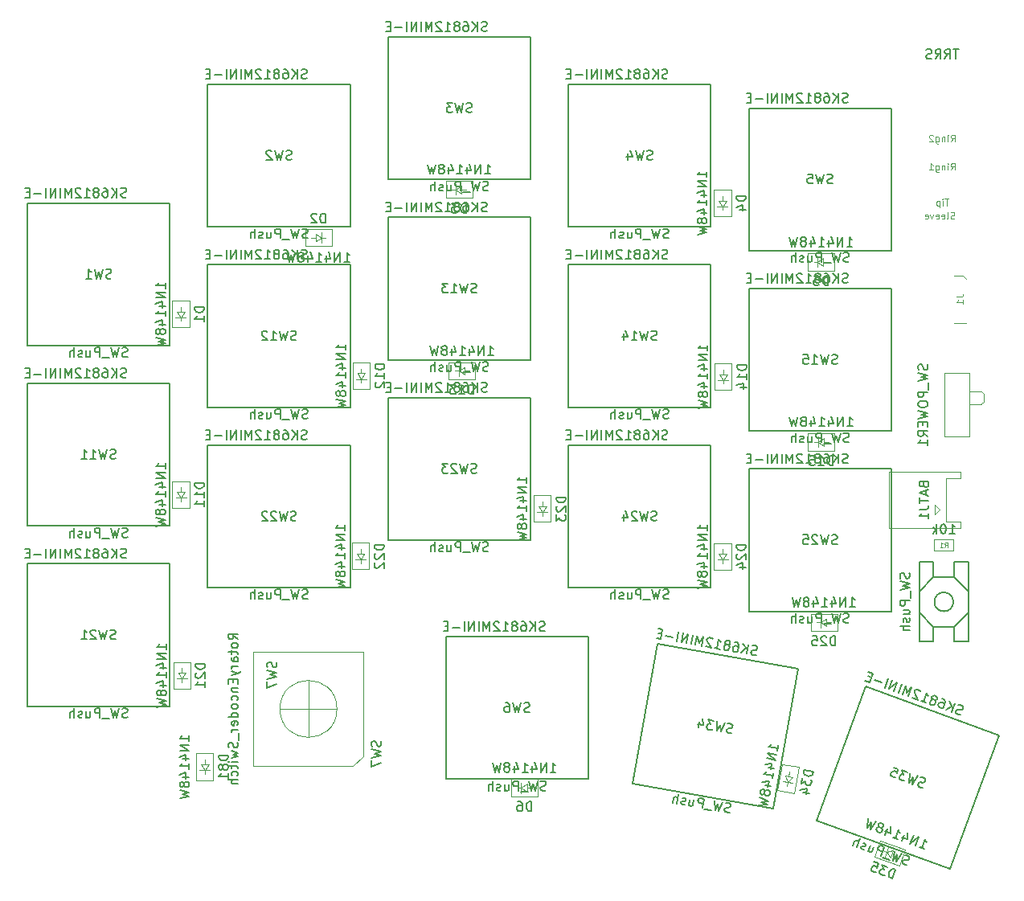
<source format=gbr>
%TF.GenerationSoftware,KiCad,Pcbnew,7.0.8*%
%TF.CreationDate,2023-11-08T13:39:32-05:00*%
%TF.ProjectId,bgkeeb,62676b65-6562-42e6-9b69-6361645f7063,rev?*%
%TF.SameCoordinates,Original*%
%TF.FileFunction,AssemblyDrawing,Bot*%
%FSLAX46Y46*%
G04 Gerber Fmt 4.6, Leading zero omitted, Abs format (unit mm)*
G04 Created by KiCad (PCBNEW 7.0.8) date 2023-11-08 13:39:32*
%MOMM*%
%LPD*%
G01*
G04 APERTURE LIST*
%ADD10C,0.150000*%
%ADD11C,0.114000*%
%ADD12C,0.100000*%
%ADD13C,0.080000*%
%ADD14C,0.120000*%
G04 APERTURE END LIST*
D10*
X83045206Y-54188688D02*
X82902349Y-54236307D01*
X82902349Y-54236307D02*
X82664254Y-54236307D01*
X82664254Y-54236307D02*
X82569016Y-54188688D01*
X82569016Y-54188688D02*
X82521397Y-54141068D01*
X82521397Y-54141068D02*
X82473778Y-54045830D01*
X82473778Y-54045830D02*
X82473778Y-53950592D01*
X82473778Y-53950592D02*
X82521397Y-53855354D01*
X82521397Y-53855354D02*
X82569016Y-53807735D01*
X82569016Y-53807735D02*
X82664254Y-53760116D01*
X82664254Y-53760116D02*
X82854730Y-53712497D01*
X82854730Y-53712497D02*
X82949968Y-53664878D01*
X82949968Y-53664878D02*
X82997587Y-53617259D01*
X82997587Y-53617259D02*
X83045206Y-53522021D01*
X83045206Y-53522021D02*
X83045206Y-53426783D01*
X83045206Y-53426783D02*
X82997587Y-53331545D01*
X82997587Y-53331545D02*
X82949968Y-53283926D01*
X82949968Y-53283926D02*
X82854730Y-53236307D01*
X82854730Y-53236307D02*
X82616635Y-53236307D01*
X82616635Y-53236307D02*
X82473778Y-53283926D01*
X82140444Y-53236307D02*
X81902349Y-54236307D01*
X81902349Y-54236307D02*
X81711873Y-53522021D01*
X81711873Y-53522021D02*
X81521397Y-54236307D01*
X81521397Y-54236307D02*
X81283302Y-53236307D01*
X81140445Y-54331545D02*
X80378540Y-54331545D01*
X80140444Y-54236307D02*
X80140444Y-53236307D01*
X80140444Y-53236307D02*
X79759492Y-53236307D01*
X79759492Y-53236307D02*
X79664254Y-53283926D01*
X79664254Y-53283926D02*
X79616635Y-53331545D01*
X79616635Y-53331545D02*
X79569016Y-53426783D01*
X79569016Y-53426783D02*
X79569016Y-53569640D01*
X79569016Y-53569640D02*
X79616635Y-53664878D01*
X79616635Y-53664878D02*
X79664254Y-53712497D01*
X79664254Y-53712497D02*
X79759492Y-53760116D01*
X79759492Y-53760116D02*
X80140444Y-53760116D01*
X78711873Y-53569640D02*
X78711873Y-54236307D01*
X79140444Y-53569640D02*
X79140444Y-54093449D01*
X79140444Y-54093449D02*
X79092825Y-54188688D01*
X79092825Y-54188688D02*
X78997587Y-54236307D01*
X78997587Y-54236307D02*
X78854730Y-54236307D01*
X78854730Y-54236307D02*
X78759492Y-54188688D01*
X78759492Y-54188688D02*
X78711873Y-54141068D01*
X78283301Y-54188688D02*
X78188063Y-54236307D01*
X78188063Y-54236307D02*
X77997587Y-54236307D01*
X77997587Y-54236307D02*
X77902349Y-54188688D01*
X77902349Y-54188688D02*
X77854730Y-54093449D01*
X77854730Y-54093449D02*
X77854730Y-54045830D01*
X77854730Y-54045830D02*
X77902349Y-53950592D01*
X77902349Y-53950592D02*
X77997587Y-53902973D01*
X77997587Y-53902973D02*
X78140444Y-53902973D01*
X78140444Y-53902973D02*
X78235682Y-53855354D01*
X78235682Y-53855354D02*
X78283301Y-53760116D01*
X78283301Y-53760116D02*
X78283301Y-53712497D01*
X78283301Y-53712497D02*
X78235682Y-53617259D01*
X78235682Y-53617259D02*
X78140444Y-53569640D01*
X78140444Y-53569640D02*
X77997587Y-53569640D01*
X77997587Y-53569640D02*
X77902349Y-53617259D01*
X77426158Y-54236307D02*
X77426158Y-53236307D01*
X76997587Y-54236307D02*
X76997587Y-53712497D01*
X76997587Y-53712497D02*
X77045206Y-53617259D01*
X77045206Y-53617259D02*
X77140444Y-53569640D01*
X77140444Y-53569640D02*
X77283301Y-53569640D01*
X77283301Y-53569640D02*
X77378539Y-53617259D01*
X77378539Y-53617259D02*
X77426158Y-53664878D01*
X81330920Y-45933688D02*
X81188063Y-45981307D01*
X81188063Y-45981307D02*
X80949968Y-45981307D01*
X80949968Y-45981307D02*
X80854730Y-45933688D01*
X80854730Y-45933688D02*
X80807111Y-45886068D01*
X80807111Y-45886068D02*
X80759492Y-45790830D01*
X80759492Y-45790830D02*
X80759492Y-45695592D01*
X80759492Y-45695592D02*
X80807111Y-45600354D01*
X80807111Y-45600354D02*
X80854730Y-45552735D01*
X80854730Y-45552735D02*
X80949968Y-45505116D01*
X80949968Y-45505116D02*
X81140444Y-45457497D01*
X81140444Y-45457497D02*
X81235682Y-45409878D01*
X81235682Y-45409878D02*
X81283301Y-45362259D01*
X81283301Y-45362259D02*
X81330920Y-45267021D01*
X81330920Y-45267021D02*
X81330920Y-45171783D01*
X81330920Y-45171783D02*
X81283301Y-45076545D01*
X81283301Y-45076545D02*
X81235682Y-45028926D01*
X81235682Y-45028926D02*
X81140444Y-44981307D01*
X81140444Y-44981307D02*
X80902349Y-44981307D01*
X80902349Y-44981307D02*
X80759492Y-45028926D01*
X80426158Y-44981307D02*
X80188063Y-45981307D01*
X80188063Y-45981307D02*
X79997587Y-45267021D01*
X79997587Y-45267021D02*
X79807111Y-45981307D01*
X79807111Y-45981307D02*
X79569016Y-44981307D01*
X79235682Y-45076545D02*
X79188063Y-45028926D01*
X79188063Y-45028926D02*
X79092825Y-44981307D01*
X79092825Y-44981307D02*
X78854730Y-44981307D01*
X78854730Y-44981307D02*
X78759492Y-45028926D01*
X78759492Y-45028926D02*
X78711873Y-45076545D01*
X78711873Y-45076545D02*
X78664254Y-45171783D01*
X78664254Y-45171783D02*
X78664254Y-45267021D01*
X78664254Y-45267021D02*
X78711873Y-45409878D01*
X78711873Y-45409878D02*
X79283301Y-45981307D01*
X79283301Y-45981307D02*
X78664254Y-45981307D01*
X100330919Y-40933688D02*
X100188062Y-40981307D01*
X100188062Y-40981307D02*
X99949967Y-40981307D01*
X99949967Y-40981307D02*
X99854729Y-40933688D01*
X99854729Y-40933688D02*
X99807110Y-40886068D01*
X99807110Y-40886068D02*
X99759491Y-40790830D01*
X99759491Y-40790830D02*
X99759491Y-40695592D01*
X99759491Y-40695592D02*
X99807110Y-40600354D01*
X99807110Y-40600354D02*
X99854729Y-40552735D01*
X99854729Y-40552735D02*
X99949967Y-40505116D01*
X99949967Y-40505116D02*
X100140443Y-40457497D01*
X100140443Y-40457497D02*
X100235681Y-40409878D01*
X100235681Y-40409878D02*
X100283300Y-40362259D01*
X100283300Y-40362259D02*
X100330919Y-40267021D01*
X100330919Y-40267021D02*
X100330919Y-40171783D01*
X100330919Y-40171783D02*
X100283300Y-40076545D01*
X100283300Y-40076545D02*
X100235681Y-40028926D01*
X100235681Y-40028926D02*
X100140443Y-39981307D01*
X100140443Y-39981307D02*
X99902348Y-39981307D01*
X99902348Y-39981307D02*
X99759491Y-40028926D01*
X99426157Y-39981307D02*
X99188062Y-40981307D01*
X99188062Y-40981307D02*
X98997586Y-40267021D01*
X98997586Y-40267021D02*
X98807110Y-40981307D01*
X98807110Y-40981307D02*
X98569015Y-39981307D01*
X98283300Y-39981307D02*
X97664253Y-39981307D01*
X97664253Y-39981307D02*
X97997586Y-40362259D01*
X97997586Y-40362259D02*
X97854729Y-40362259D01*
X97854729Y-40362259D02*
X97759491Y-40409878D01*
X97759491Y-40409878D02*
X97711872Y-40457497D01*
X97711872Y-40457497D02*
X97664253Y-40552735D01*
X97664253Y-40552735D02*
X97664253Y-40790830D01*
X97664253Y-40790830D02*
X97711872Y-40886068D01*
X97711872Y-40886068D02*
X97759491Y-40933688D01*
X97759491Y-40933688D02*
X97854729Y-40981307D01*
X97854729Y-40981307D02*
X98140443Y-40981307D01*
X98140443Y-40981307D02*
X98235681Y-40933688D01*
X98235681Y-40933688D02*
X98283300Y-40886068D01*
X102045205Y-49188688D02*
X101902348Y-49236307D01*
X101902348Y-49236307D02*
X101664253Y-49236307D01*
X101664253Y-49236307D02*
X101569015Y-49188688D01*
X101569015Y-49188688D02*
X101521396Y-49141068D01*
X101521396Y-49141068D02*
X101473777Y-49045830D01*
X101473777Y-49045830D02*
X101473777Y-48950592D01*
X101473777Y-48950592D02*
X101521396Y-48855354D01*
X101521396Y-48855354D02*
X101569015Y-48807735D01*
X101569015Y-48807735D02*
X101664253Y-48760116D01*
X101664253Y-48760116D02*
X101854729Y-48712497D01*
X101854729Y-48712497D02*
X101949967Y-48664878D01*
X101949967Y-48664878D02*
X101997586Y-48617259D01*
X101997586Y-48617259D02*
X102045205Y-48522021D01*
X102045205Y-48522021D02*
X102045205Y-48426783D01*
X102045205Y-48426783D02*
X101997586Y-48331545D01*
X101997586Y-48331545D02*
X101949967Y-48283926D01*
X101949967Y-48283926D02*
X101854729Y-48236307D01*
X101854729Y-48236307D02*
X101616634Y-48236307D01*
X101616634Y-48236307D02*
X101473777Y-48283926D01*
X101140443Y-48236307D02*
X100902348Y-49236307D01*
X100902348Y-49236307D02*
X100711872Y-48522021D01*
X100711872Y-48522021D02*
X100521396Y-49236307D01*
X100521396Y-49236307D02*
X100283301Y-48236307D01*
X100140444Y-49331545D02*
X99378539Y-49331545D01*
X99140443Y-49236307D02*
X99140443Y-48236307D01*
X99140443Y-48236307D02*
X98759491Y-48236307D01*
X98759491Y-48236307D02*
X98664253Y-48283926D01*
X98664253Y-48283926D02*
X98616634Y-48331545D01*
X98616634Y-48331545D02*
X98569015Y-48426783D01*
X98569015Y-48426783D02*
X98569015Y-48569640D01*
X98569015Y-48569640D02*
X98616634Y-48664878D01*
X98616634Y-48664878D02*
X98664253Y-48712497D01*
X98664253Y-48712497D02*
X98759491Y-48760116D01*
X98759491Y-48760116D02*
X99140443Y-48760116D01*
X97711872Y-48569640D02*
X97711872Y-49236307D01*
X98140443Y-48569640D02*
X98140443Y-49093449D01*
X98140443Y-49093449D02*
X98092824Y-49188688D01*
X98092824Y-49188688D02*
X97997586Y-49236307D01*
X97997586Y-49236307D02*
X97854729Y-49236307D01*
X97854729Y-49236307D02*
X97759491Y-49188688D01*
X97759491Y-49188688D02*
X97711872Y-49141068D01*
X97283300Y-49188688D02*
X97188062Y-49236307D01*
X97188062Y-49236307D02*
X96997586Y-49236307D01*
X96997586Y-49236307D02*
X96902348Y-49188688D01*
X96902348Y-49188688D02*
X96854729Y-49093449D01*
X96854729Y-49093449D02*
X96854729Y-49045830D01*
X96854729Y-49045830D02*
X96902348Y-48950592D01*
X96902348Y-48950592D02*
X96997586Y-48902973D01*
X96997586Y-48902973D02*
X97140443Y-48902973D01*
X97140443Y-48902973D02*
X97235681Y-48855354D01*
X97235681Y-48855354D02*
X97283300Y-48760116D01*
X97283300Y-48760116D02*
X97283300Y-48712497D01*
X97283300Y-48712497D02*
X97235681Y-48617259D01*
X97235681Y-48617259D02*
X97140443Y-48569640D01*
X97140443Y-48569640D02*
X96997586Y-48569640D01*
X96997586Y-48569640D02*
X96902348Y-48617259D01*
X96426157Y-49236307D02*
X96426157Y-48236307D01*
X95997586Y-49236307D02*
X95997586Y-48712497D01*
X95997586Y-48712497D02*
X96045205Y-48617259D01*
X96045205Y-48617259D02*
X96140443Y-48569640D01*
X96140443Y-48569640D02*
X96283300Y-48569640D01*
X96283300Y-48569640D02*
X96378538Y-48617259D01*
X96378538Y-48617259D02*
X96426157Y-48664878D01*
X119330918Y-45933688D02*
X119188061Y-45981307D01*
X119188061Y-45981307D02*
X118949966Y-45981307D01*
X118949966Y-45981307D02*
X118854728Y-45933688D01*
X118854728Y-45933688D02*
X118807109Y-45886068D01*
X118807109Y-45886068D02*
X118759490Y-45790830D01*
X118759490Y-45790830D02*
X118759490Y-45695592D01*
X118759490Y-45695592D02*
X118807109Y-45600354D01*
X118807109Y-45600354D02*
X118854728Y-45552735D01*
X118854728Y-45552735D02*
X118949966Y-45505116D01*
X118949966Y-45505116D02*
X119140442Y-45457497D01*
X119140442Y-45457497D02*
X119235680Y-45409878D01*
X119235680Y-45409878D02*
X119283299Y-45362259D01*
X119283299Y-45362259D02*
X119330918Y-45267021D01*
X119330918Y-45267021D02*
X119330918Y-45171783D01*
X119330918Y-45171783D02*
X119283299Y-45076545D01*
X119283299Y-45076545D02*
X119235680Y-45028926D01*
X119235680Y-45028926D02*
X119140442Y-44981307D01*
X119140442Y-44981307D02*
X118902347Y-44981307D01*
X118902347Y-44981307D02*
X118759490Y-45028926D01*
X118426156Y-44981307D02*
X118188061Y-45981307D01*
X118188061Y-45981307D02*
X117997585Y-45267021D01*
X117997585Y-45267021D02*
X117807109Y-45981307D01*
X117807109Y-45981307D02*
X117569014Y-44981307D01*
X116759490Y-45314640D02*
X116759490Y-45981307D01*
X116997585Y-44933688D02*
X117235680Y-45647973D01*
X117235680Y-45647973D02*
X116616633Y-45647973D01*
X121045204Y-54188688D02*
X120902347Y-54236307D01*
X120902347Y-54236307D02*
X120664252Y-54236307D01*
X120664252Y-54236307D02*
X120569014Y-54188688D01*
X120569014Y-54188688D02*
X120521395Y-54141068D01*
X120521395Y-54141068D02*
X120473776Y-54045830D01*
X120473776Y-54045830D02*
X120473776Y-53950592D01*
X120473776Y-53950592D02*
X120521395Y-53855354D01*
X120521395Y-53855354D02*
X120569014Y-53807735D01*
X120569014Y-53807735D02*
X120664252Y-53760116D01*
X120664252Y-53760116D02*
X120854728Y-53712497D01*
X120854728Y-53712497D02*
X120949966Y-53664878D01*
X120949966Y-53664878D02*
X120997585Y-53617259D01*
X120997585Y-53617259D02*
X121045204Y-53522021D01*
X121045204Y-53522021D02*
X121045204Y-53426783D01*
X121045204Y-53426783D02*
X120997585Y-53331545D01*
X120997585Y-53331545D02*
X120949966Y-53283926D01*
X120949966Y-53283926D02*
X120854728Y-53236307D01*
X120854728Y-53236307D02*
X120616633Y-53236307D01*
X120616633Y-53236307D02*
X120473776Y-53283926D01*
X120140442Y-53236307D02*
X119902347Y-54236307D01*
X119902347Y-54236307D02*
X119711871Y-53522021D01*
X119711871Y-53522021D02*
X119521395Y-54236307D01*
X119521395Y-54236307D02*
X119283300Y-53236307D01*
X119140443Y-54331545D02*
X118378538Y-54331545D01*
X118140442Y-54236307D02*
X118140442Y-53236307D01*
X118140442Y-53236307D02*
X117759490Y-53236307D01*
X117759490Y-53236307D02*
X117664252Y-53283926D01*
X117664252Y-53283926D02*
X117616633Y-53331545D01*
X117616633Y-53331545D02*
X117569014Y-53426783D01*
X117569014Y-53426783D02*
X117569014Y-53569640D01*
X117569014Y-53569640D02*
X117616633Y-53664878D01*
X117616633Y-53664878D02*
X117664252Y-53712497D01*
X117664252Y-53712497D02*
X117759490Y-53760116D01*
X117759490Y-53760116D02*
X118140442Y-53760116D01*
X116711871Y-53569640D02*
X116711871Y-54236307D01*
X117140442Y-53569640D02*
X117140442Y-54093449D01*
X117140442Y-54093449D02*
X117092823Y-54188688D01*
X117092823Y-54188688D02*
X116997585Y-54236307D01*
X116997585Y-54236307D02*
X116854728Y-54236307D01*
X116854728Y-54236307D02*
X116759490Y-54188688D01*
X116759490Y-54188688D02*
X116711871Y-54141068D01*
X116283299Y-54188688D02*
X116188061Y-54236307D01*
X116188061Y-54236307D02*
X115997585Y-54236307D01*
X115997585Y-54236307D02*
X115902347Y-54188688D01*
X115902347Y-54188688D02*
X115854728Y-54093449D01*
X115854728Y-54093449D02*
X115854728Y-54045830D01*
X115854728Y-54045830D02*
X115902347Y-53950592D01*
X115902347Y-53950592D02*
X115997585Y-53902973D01*
X115997585Y-53902973D02*
X116140442Y-53902973D01*
X116140442Y-53902973D02*
X116235680Y-53855354D01*
X116235680Y-53855354D02*
X116283299Y-53760116D01*
X116283299Y-53760116D02*
X116283299Y-53712497D01*
X116283299Y-53712497D02*
X116235680Y-53617259D01*
X116235680Y-53617259D02*
X116140442Y-53569640D01*
X116140442Y-53569640D02*
X115997585Y-53569640D01*
X115997585Y-53569640D02*
X115902347Y-53617259D01*
X115426156Y-54236307D02*
X115426156Y-53236307D01*
X114997585Y-54236307D02*
X114997585Y-53712497D01*
X114997585Y-53712497D02*
X115045204Y-53617259D01*
X115045204Y-53617259D02*
X115140442Y-53569640D01*
X115140442Y-53569640D02*
X115283299Y-53569640D01*
X115283299Y-53569640D02*
X115378537Y-53617259D01*
X115378537Y-53617259D02*
X115426156Y-53664878D01*
X138330917Y-48433689D02*
X138188060Y-48481308D01*
X138188060Y-48481308D02*
X137949965Y-48481308D01*
X137949965Y-48481308D02*
X137854727Y-48433689D01*
X137854727Y-48433689D02*
X137807108Y-48386069D01*
X137807108Y-48386069D02*
X137759489Y-48290831D01*
X137759489Y-48290831D02*
X137759489Y-48195593D01*
X137759489Y-48195593D02*
X137807108Y-48100355D01*
X137807108Y-48100355D02*
X137854727Y-48052736D01*
X137854727Y-48052736D02*
X137949965Y-48005117D01*
X137949965Y-48005117D02*
X138140441Y-47957498D01*
X138140441Y-47957498D02*
X138235679Y-47909879D01*
X138235679Y-47909879D02*
X138283298Y-47862260D01*
X138283298Y-47862260D02*
X138330917Y-47767022D01*
X138330917Y-47767022D02*
X138330917Y-47671784D01*
X138330917Y-47671784D02*
X138283298Y-47576546D01*
X138283298Y-47576546D02*
X138235679Y-47528927D01*
X138235679Y-47528927D02*
X138140441Y-47481308D01*
X138140441Y-47481308D02*
X137902346Y-47481308D01*
X137902346Y-47481308D02*
X137759489Y-47528927D01*
X137426155Y-47481308D02*
X137188060Y-48481308D01*
X137188060Y-48481308D02*
X136997584Y-47767022D01*
X136997584Y-47767022D02*
X136807108Y-48481308D01*
X136807108Y-48481308D02*
X136569013Y-47481308D01*
X135711870Y-47481308D02*
X136188060Y-47481308D01*
X136188060Y-47481308D02*
X136235679Y-47957498D01*
X136235679Y-47957498D02*
X136188060Y-47909879D01*
X136188060Y-47909879D02*
X136092822Y-47862260D01*
X136092822Y-47862260D02*
X135854727Y-47862260D01*
X135854727Y-47862260D02*
X135759489Y-47909879D01*
X135759489Y-47909879D02*
X135711870Y-47957498D01*
X135711870Y-47957498D02*
X135664251Y-48052736D01*
X135664251Y-48052736D02*
X135664251Y-48290831D01*
X135664251Y-48290831D02*
X135711870Y-48386069D01*
X135711870Y-48386069D02*
X135759489Y-48433689D01*
X135759489Y-48433689D02*
X135854727Y-48481308D01*
X135854727Y-48481308D02*
X136092822Y-48481308D01*
X136092822Y-48481308D02*
X136188060Y-48433689D01*
X136188060Y-48433689D02*
X136235679Y-48386069D01*
X140045203Y-56688689D02*
X139902346Y-56736308D01*
X139902346Y-56736308D02*
X139664251Y-56736308D01*
X139664251Y-56736308D02*
X139569013Y-56688689D01*
X139569013Y-56688689D02*
X139521394Y-56641069D01*
X139521394Y-56641069D02*
X139473775Y-56545831D01*
X139473775Y-56545831D02*
X139473775Y-56450593D01*
X139473775Y-56450593D02*
X139521394Y-56355355D01*
X139521394Y-56355355D02*
X139569013Y-56307736D01*
X139569013Y-56307736D02*
X139664251Y-56260117D01*
X139664251Y-56260117D02*
X139854727Y-56212498D01*
X139854727Y-56212498D02*
X139949965Y-56164879D01*
X139949965Y-56164879D02*
X139997584Y-56117260D01*
X139997584Y-56117260D02*
X140045203Y-56022022D01*
X140045203Y-56022022D02*
X140045203Y-55926784D01*
X140045203Y-55926784D02*
X139997584Y-55831546D01*
X139997584Y-55831546D02*
X139949965Y-55783927D01*
X139949965Y-55783927D02*
X139854727Y-55736308D01*
X139854727Y-55736308D02*
X139616632Y-55736308D01*
X139616632Y-55736308D02*
X139473775Y-55783927D01*
X139140441Y-55736308D02*
X138902346Y-56736308D01*
X138902346Y-56736308D02*
X138711870Y-56022022D01*
X138711870Y-56022022D02*
X138521394Y-56736308D01*
X138521394Y-56736308D02*
X138283299Y-55736308D01*
X138140442Y-56831546D02*
X137378537Y-56831546D01*
X137140441Y-56736308D02*
X137140441Y-55736308D01*
X137140441Y-55736308D02*
X136759489Y-55736308D01*
X136759489Y-55736308D02*
X136664251Y-55783927D01*
X136664251Y-55783927D02*
X136616632Y-55831546D01*
X136616632Y-55831546D02*
X136569013Y-55926784D01*
X136569013Y-55926784D02*
X136569013Y-56069641D01*
X136569013Y-56069641D02*
X136616632Y-56164879D01*
X136616632Y-56164879D02*
X136664251Y-56212498D01*
X136664251Y-56212498D02*
X136759489Y-56260117D01*
X136759489Y-56260117D02*
X137140441Y-56260117D01*
X135711870Y-56069641D02*
X135711870Y-56736308D01*
X136140441Y-56069641D02*
X136140441Y-56593450D01*
X136140441Y-56593450D02*
X136092822Y-56688689D01*
X136092822Y-56688689D02*
X135997584Y-56736308D01*
X135997584Y-56736308D02*
X135854727Y-56736308D01*
X135854727Y-56736308D02*
X135759489Y-56688689D01*
X135759489Y-56688689D02*
X135711870Y-56641069D01*
X135283298Y-56688689D02*
X135188060Y-56736308D01*
X135188060Y-56736308D02*
X134997584Y-56736308D01*
X134997584Y-56736308D02*
X134902346Y-56688689D01*
X134902346Y-56688689D02*
X134854727Y-56593450D01*
X134854727Y-56593450D02*
X134854727Y-56545831D01*
X134854727Y-56545831D02*
X134902346Y-56450593D01*
X134902346Y-56450593D02*
X134997584Y-56402974D01*
X134997584Y-56402974D02*
X135140441Y-56402974D01*
X135140441Y-56402974D02*
X135235679Y-56355355D01*
X135235679Y-56355355D02*
X135283298Y-56260117D01*
X135283298Y-56260117D02*
X135283298Y-56212498D01*
X135283298Y-56212498D02*
X135235679Y-56117260D01*
X135235679Y-56117260D02*
X135140441Y-56069641D01*
X135140441Y-56069641D02*
X134997584Y-56069641D01*
X134997584Y-56069641D02*
X134902346Y-56117260D01*
X134426155Y-56736308D02*
X134426155Y-55736308D01*
X133997584Y-56736308D02*
X133997584Y-56212498D01*
X133997584Y-56212498D02*
X134045203Y-56117260D01*
X134045203Y-56117260D02*
X134140441Y-56069641D01*
X134140441Y-56069641D02*
X134283298Y-56069641D01*
X134283298Y-56069641D02*
X134378536Y-56117260D01*
X134378536Y-56117260D02*
X134426155Y-56164879D01*
X62807112Y-77433686D02*
X62664255Y-77481305D01*
X62664255Y-77481305D02*
X62426160Y-77481305D01*
X62426160Y-77481305D02*
X62330922Y-77433686D01*
X62330922Y-77433686D02*
X62283303Y-77386066D01*
X62283303Y-77386066D02*
X62235684Y-77290828D01*
X62235684Y-77290828D02*
X62235684Y-77195590D01*
X62235684Y-77195590D02*
X62283303Y-77100352D01*
X62283303Y-77100352D02*
X62330922Y-77052733D01*
X62330922Y-77052733D02*
X62426160Y-77005114D01*
X62426160Y-77005114D02*
X62616636Y-76957495D01*
X62616636Y-76957495D02*
X62711874Y-76909876D01*
X62711874Y-76909876D02*
X62759493Y-76862257D01*
X62759493Y-76862257D02*
X62807112Y-76767019D01*
X62807112Y-76767019D02*
X62807112Y-76671781D01*
X62807112Y-76671781D02*
X62759493Y-76576543D01*
X62759493Y-76576543D02*
X62711874Y-76528924D01*
X62711874Y-76528924D02*
X62616636Y-76481305D01*
X62616636Y-76481305D02*
X62378541Y-76481305D01*
X62378541Y-76481305D02*
X62235684Y-76528924D01*
X61902350Y-76481305D02*
X61664255Y-77481305D01*
X61664255Y-77481305D02*
X61473779Y-76767019D01*
X61473779Y-76767019D02*
X61283303Y-77481305D01*
X61283303Y-77481305D02*
X61045208Y-76481305D01*
X60140446Y-77481305D02*
X60711874Y-77481305D01*
X60426160Y-77481305D02*
X60426160Y-76481305D01*
X60426160Y-76481305D02*
X60521398Y-76624162D01*
X60521398Y-76624162D02*
X60616636Y-76719400D01*
X60616636Y-76719400D02*
X60711874Y-76767019D01*
X59188065Y-77481305D02*
X59759493Y-77481305D01*
X59473779Y-77481305D02*
X59473779Y-76481305D01*
X59473779Y-76481305D02*
X59569017Y-76624162D01*
X59569017Y-76624162D02*
X59664255Y-76719400D01*
X59664255Y-76719400D02*
X59759493Y-76767019D01*
X64045207Y-85688686D02*
X63902350Y-85736305D01*
X63902350Y-85736305D02*
X63664255Y-85736305D01*
X63664255Y-85736305D02*
X63569017Y-85688686D01*
X63569017Y-85688686D02*
X63521398Y-85641066D01*
X63521398Y-85641066D02*
X63473779Y-85545828D01*
X63473779Y-85545828D02*
X63473779Y-85450590D01*
X63473779Y-85450590D02*
X63521398Y-85355352D01*
X63521398Y-85355352D02*
X63569017Y-85307733D01*
X63569017Y-85307733D02*
X63664255Y-85260114D01*
X63664255Y-85260114D02*
X63854731Y-85212495D01*
X63854731Y-85212495D02*
X63949969Y-85164876D01*
X63949969Y-85164876D02*
X63997588Y-85117257D01*
X63997588Y-85117257D02*
X64045207Y-85022019D01*
X64045207Y-85022019D02*
X64045207Y-84926781D01*
X64045207Y-84926781D02*
X63997588Y-84831543D01*
X63997588Y-84831543D02*
X63949969Y-84783924D01*
X63949969Y-84783924D02*
X63854731Y-84736305D01*
X63854731Y-84736305D02*
X63616636Y-84736305D01*
X63616636Y-84736305D02*
X63473779Y-84783924D01*
X63140445Y-84736305D02*
X62902350Y-85736305D01*
X62902350Y-85736305D02*
X62711874Y-85022019D01*
X62711874Y-85022019D02*
X62521398Y-85736305D01*
X62521398Y-85736305D02*
X62283303Y-84736305D01*
X62140446Y-85831543D02*
X61378541Y-85831543D01*
X61140445Y-85736305D02*
X61140445Y-84736305D01*
X61140445Y-84736305D02*
X60759493Y-84736305D01*
X60759493Y-84736305D02*
X60664255Y-84783924D01*
X60664255Y-84783924D02*
X60616636Y-84831543D01*
X60616636Y-84831543D02*
X60569017Y-84926781D01*
X60569017Y-84926781D02*
X60569017Y-85069638D01*
X60569017Y-85069638D02*
X60616636Y-85164876D01*
X60616636Y-85164876D02*
X60664255Y-85212495D01*
X60664255Y-85212495D02*
X60759493Y-85260114D01*
X60759493Y-85260114D02*
X61140445Y-85260114D01*
X59711874Y-85069638D02*
X59711874Y-85736305D01*
X60140445Y-85069638D02*
X60140445Y-85593447D01*
X60140445Y-85593447D02*
X60092826Y-85688686D01*
X60092826Y-85688686D02*
X59997588Y-85736305D01*
X59997588Y-85736305D02*
X59854731Y-85736305D01*
X59854731Y-85736305D02*
X59759493Y-85688686D01*
X59759493Y-85688686D02*
X59711874Y-85641066D01*
X59283302Y-85688686D02*
X59188064Y-85736305D01*
X59188064Y-85736305D02*
X58997588Y-85736305D01*
X58997588Y-85736305D02*
X58902350Y-85688686D01*
X58902350Y-85688686D02*
X58854731Y-85593447D01*
X58854731Y-85593447D02*
X58854731Y-85545828D01*
X58854731Y-85545828D02*
X58902350Y-85450590D01*
X58902350Y-85450590D02*
X58997588Y-85402971D01*
X58997588Y-85402971D02*
X59140445Y-85402971D01*
X59140445Y-85402971D02*
X59235683Y-85355352D01*
X59235683Y-85355352D02*
X59283302Y-85260114D01*
X59283302Y-85260114D02*
X59283302Y-85212495D01*
X59283302Y-85212495D02*
X59235683Y-85117257D01*
X59235683Y-85117257D02*
X59140445Y-85069638D01*
X59140445Y-85069638D02*
X58997588Y-85069638D01*
X58997588Y-85069638D02*
X58902350Y-85117257D01*
X58426159Y-85736305D02*
X58426159Y-84736305D01*
X57997588Y-85736305D02*
X57997588Y-85212495D01*
X57997588Y-85212495D02*
X58045207Y-85117257D01*
X58045207Y-85117257D02*
X58140445Y-85069638D01*
X58140445Y-85069638D02*
X58283302Y-85069638D01*
X58283302Y-85069638D02*
X58378540Y-85117257D01*
X58378540Y-85117257D02*
X58426159Y-85164876D01*
X81807111Y-64933687D02*
X81664254Y-64981306D01*
X81664254Y-64981306D02*
X81426159Y-64981306D01*
X81426159Y-64981306D02*
X81330921Y-64933687D01*
X81330921Y-64933687D02*
X81283302Y-64886067D01*
X81283302Y-64886067D02*
X81235683Y-64790829D01*
X81235683Y-64790829D02*
X81235683Y-64695591D01*
X81235683Y-64695591D02*
X81283302Y-64600353D01*
X81283302Y-64600353D02*
X81330921Y-64552734D01*
X81330921Y-64552734D02*
X81426159Y-64505115D01*
X81426159Y-64505115D02*
X81616635Y-64457496D01*
X81616635Y-64457496D02*
X81711873Y-64409877D01*
X81711873Y-64409877D02*
X81759492Y-64362258D01*
X81759492Y-64362258D02*
X81807111Y-64267020D01*
X81807111Y-64267020D02*
X81807111Y-64171782D01*
X81807111Y-64171782D02*
X81759492Y-64076544D01*
X81759492Y-64076544D02*
X81711873Y-64028925D01*
X81711873Y-64028925D02*
X81616635Y-63981306D01*
X81616635Y-63981306D02*
X81378540Y-63981306D01*
X81378540Y-63981306D02*
X81235683Y-64028925D01*
X80902349Y-63981306D02*
X80664254Y-64981306D01*
X80664254Y-64981306D02*
X80473778Y-64267020D01*
X80473778Y-64267020D02*
X80283302Y-64981306D01*
X80283302Y-64981306D02*
X80045207Y-63981306D01*
X79140445Y-64981306D02*
X79711873Y-64981306D01*
X79426159Y-64981306D02*
X79426159Y-63981306D01*
X79426159Y-63981306D02*
X79521397Y-64124163D01*
X79521397Y-64124163D02*
X79616635Y-64219401D01*
X79616635Y-64219401D02*
X79711873Y-64267020D01*
X78759492Y-64076544D02*
X78711873Y-64028925D01*
X78711873Y-64028925D02*
X78616635Y-63981306D01*
X78616635Y-63981306D02*
X78378540Y-63981306D01*
X78378540Y-63981306D02*
X78283302Y-64028925D01*
X78283302Y-64028925D02*
X78235683Y-64076544D01*
X78235683Y-64076544D02*
X78188064Y-64171782D01*
X78188064Y-64171782D02*
X78188064Y-64267020D01*
X78188064Y-64267020D02*
X78235683Y-64409877D01*
X78235683Y-64409877D02*
X78807111Y-64981306D01*
X78807111Y-64981306D02*
X78188064Y-64981306D01*
X83045206Y-73188687D02*
X82902349Y-73236306D01*
X82902349Y-73236306D02*
X82664254Y-73236306D01*
X82664254Y-73236306D02*
X82569016Y-73188687D01*
X82569016Y-73188687D02*
X82521397Y-73141067D01*
X82521397Y-73141067D02*
X82473778Y-73045829D01*
X82473778Y-73045829D02*
X82473778Y-72950591D01*
X82473778Y-72950591D02*
X82521397Y-72855353D01*
X82521397Y-72855353D02*
X82569016Y-72807734D01*
X82569016Y-72807734D02*
X82664254Y-72760115D01*
X82664254Y-72760115D02*
X82854730Y-72712496D01*
X82854730Y-72712496D02*
X82949968Y-72664877D01*
X82949968Y-72664877D02*
X82997587Y-72617258D01*
X82997587Y-72617258D02*
X83045206Y-72522020D01*
X83045206Y-72522020D02*
X83045206Y-72426782D01*
X83045206Y-72426782D02*
X82997587Y-72331544D01*
X82997587Y-72331544D02*
X82949968Y-72283925D01*
X82949968Y-72283925D02*
X82854730Y-72236306D01*
X82854730Y-72236306D02*
X82616635Y-72236306D01*
X82616635Y-72236306D02*
X82473778Y-72283925D01*
X82140444Y-72236306D02*
X81902349Y-73236306D01*
X81902349Y-73236306D02*
X81711873Y-72522020D01*
X81711873Y-72522020D02*
X81521397Y-73236306D01*
X81521397Y-73236306D02*
X81283302Y-72236306D01*
X81140445Y-73331544D02*
X80378540Y-73331544D01*
X80140444Y-73236306D02*
X80140444Y-72236306D01*
X80140444Y-72236306D02*
X79759492Y-72236306D01*
X79759492Y-72236306D02*
X79664254Y-72283925D01*
X79664254Y-72283925D02*
X79616635Y-72331544D01*
X79616635Y-72331544D02*
X79569016Y-72426782D01*
X79569016Y-72426782D02*
X79569016Y-72569639D01*
X79569016Y-72569639D02*
X79616635Y-72664877D01*
X79616635Y-72664877D02*
X79664254Y-72712496D01*
X79664254Y-72712496D02*
X79759492Y-72760115D01*
X79759492Y-72760115D02*
X80140444Y-72760115D01*
X78711873Y-72569639D02*
X78711873Y-73236306D01*
X79140444Y-72569639D02*
X79140444Y-73093448D01*
X79140444Y-73093448D02*
X79092825Y-73188687D01*
X79092825Y-73188687D02*
X78997587Y-73236306D01*
X78997587Y-73236306D02*
X78854730Y-73236306D01*
X78854730Y-73236306D02*
X78759492Y-73188687D01*
X78759492Y-73188687D02*
X78711873Y-73141067D01*
X78283301Y-73188687D02*
X78188063Y-73236306D01*
X78188063Y-73236306D02*
X77997587Y-73236306D01*
X77997587Y-73236306D02*
X77902349Y-73188687D01*
X77902349Y-73188687D02*
X77854730Y-73093448D01*
X77854730Y-73093448D02*
X77854730Y-73045829D01*
X77854730Y-73045829D02*
X77902349Y-72950591D01*
X77902349Y-72950591D02*
X77997587Y-72902972D01*
X77997587Y-72902972D02*
X78140444Y-72902972D01*
X78140444Y-72902972D02*
X78235682Y-72855353D01*
X78235682Y-72855353D02*
X78283301Y-72760115D01*
X78283301Y-72760115D02*
X78283301Y-72712496D01*
X78283301Y-72712496D02*
X78235682Y-72617258D01*
X78235682Y-72617258D02*
X78140444Y-72569639D01*
X78140444Y-72569639D02*
X77997587Y-72569639D01*
X77997587Y-72569639D02*
X77902349Y-72617258D01*
X77426158Y-73236306D02*
X77426158Y-72236306D01*
X76997587Y-73236306D02*
X76997587Y-72712496D01*
X76997587Y-72712496D02*
X77045206Y-72617258D01*
X77045206Y-72617258D02*
X77140444Y-72569639D01*
X77140444Y-72569639D02*
X77283301Y-72569639D01*
X77283301Y-72569639D02*
X77378539Y-72617258D01*
X77378539Y-72617258D02*
X77426158Y-72664877D01*
X100807110Y-59933687D02*
X100664253Y-59981306D01*
X100664253Y-59981306D02*
X100426158Y-59981306D01*
X100426158Y-59981306D02*
X100330920Y-59933687D01*
X100330920Y-59933687D02*
X100283301Y-59886067D01*
X100283301Y-59886067D02*
X100235682Y-59790829D01*
X100235682Y-59790829D02*
X100235682Y-59695591D01*
X100235682Y-59695591D02*
X100283301Y-59600353D01*
X100283301Y-59600353D02*
X100330920Y-59552734D01*
X100330920Y-59552734D02*
X100426158Y-59505115D01*
X100426158Y-59505115D02*
X100616634Y-59457496D01*
X100616634Y-59457496D02*
X100711872Y-59409877D01*
X100711872Y-59409877D02*
X100759491Y-59362258D01*
X100759491Y-59362258D02*
X100807110Y-59267020D01*
X100807110Y-59267020D02*
X100807110Y-59171782D01*
X100807110Y-59171782D02*
X100759491Y-59076544D01*
X100759491Y-59076544D02*
X100711872Y-59028925D01*
X100711872Y-59028925D02*
X100616634Y-58981306D01*
X100616634Y-58981306D02*
X100378539Y-58981306D01*
X100378539Y-58981306D02*
X100235682Y-59028925D01*
X99902348Y-58981306D02*
X99664253Y-59981306D01*
X99664253Y-59981306D02*
X99473777Y-59267020D01*
X99473777Y-59267020D02*
X99283301Y-59981306D01*
X99283301Y-59981306D02*
X99045206Y-58981306D01*
X98140444Y-59981306D02*
X98711872Y-59981306D01*
X98426158Y-59981306D02*
X98426158Y-58981306D01*
X98426158Y-58981306D02*
X98521396Y-59124163D01*
X98521396Y-59124163D02*
X98616634Y-59219401D01*
X98616634Y-59219401D02*
X98711872Y-59267020D01*
X97807110Y-58981306D02*
X97188063Y-58981306D01*
X97188063Y-58981306D02*
X97521396Y-59362258D01*
X97521396Y-59362258D02*
X97378539Y-59362258D01*
X97378539Y-59362258D02*
X97283301Y-59409877D01*
X97283301Y-59409877D02*
X97235682Y-59457496D01*
X97235682Y-59457496D02*
X97188063Y-59552734D01*
X97188063Y-59552734D02*
X97188063Y-59790829D01*
X97188063Y-59790829D02*
X97235682Y-59886067D01*
X97235682Y-59886067D02*
X97283301Y-59933687D01*
X97283301Y-59933687D02*
X97378539Y-59981306D01*
X97378539Y-59981306D02*
X97664253Y-59981306D01*
X97664253Y-59981306D02*
X97759491Y-59933687D01*
X97759491Y-59933687D02*
X97807110Y-59886067D01*
X102045205Y-68188687D02*
X101902348Y-68236306D01*
X101902348Y-68236306D02*
X101664253Y-68236306D01*
X101664253Y-68236306D02*
X101569015Y-68188687D01*
X101569015Y-68188687D02*
X101521396Y-68141067D01*
X101521396Y-68141067D02*
X101473777Y-68045829D01*
X101473777Y-68045829D02*
X101473777Y-67950591D01*
X101473777Y-67950591D02*
X101521396Y-67855353D01*
X101521396Y-67855353D02*
X101569015Y-67807734D01*
X101569015Y-67807734D02*
X101664253Y-67760115D01*
X101664253Y-67760115D02*
X101854729Y-67712496D01*
X101854729Y-67712496D02*
X101949967Y-67664877D01*
X101949967Y-67664877D02*
X101997586Y-67617258D01*
X101997586Y-67617258D02*
X102045205Y-67522020D01*
X102045205Y-67522020D02*
X102045205Y-67426782D01*
X102045205Y-67426782D02*
X101997586Y-67331544D01*
X101997586Y-67331544D02*
X101949967Y-67283925D01*
X101949967Y-67283925D02*
X101854729Y-67236306D01*
X101854729Y-67236306D02*
X101616634Y-67236306D01*
X101616634Y-67236306D02*
X101473777Y-67283925D01*
X101140443Y-67236306D02*
X100902348Y-68236306D01*
X100902348Y-68236306D02*
X100711872Y-67522020D01*
X100711872Y-67522020D02*
X100521396Y-68236306D01*
X100521396Y-68236306D02*
X100283301Y-67236306D01*
X100140444Y-68331544D02*
X99378539Y-68331544D01*
X99140443Y-68236306D02*
X99140443Y-67236306D01*
X99140443Y-67236306D02*
X98759491Y-67236306D01*
X98759491Y-67236306D02*
X98664253Y-67283925D01*
X98664253Y-67283925D02*
X98616634Y-67331544D01*
X98616634Y-67331544D02*
X98569015Y-67426782D01*
X98569015Y-67426782D02*
X98569015Y-67569639D01*
X98569015Y-67569639D02*
X98616634Y-67664877D01*
X98616634Y-67664877D02*
X98664253Y-67712496D01*
X98664253Y-67712496D02*
X98759491Y-67760115D01*
X98759491Y-67760115D02*
X99140443Y-67760115D01*
X97711872Y-67569639D02*
X97711872Y-68236306D01*
X98140443Y-67569639D02*
X98140443Y-68093448D01*
X98140443Y-68093448D02*
X98092824Y-68188687D01*
X98092824Y-68188687D02*
X97997586Y-68236306D01*
X97997586Y-68236306D02*
X97854729Y-68236306D01*
X97854729Y-68236306D02*
X97759491Y-68188687D01*
X97759491Y-68188687D02*
X97711872Y-68141067D01*
X97283300Y-68188687D02*
X97188062Y-68236306D01*
X97188062Y-68236306D02*
X96997586Y-68236306D01*
X96997586Y-68236306D02*
X96902348Y-68188687D01*
X96902348Y-68188687D02*
X96854729Y-68093448D01*
X96854729Y-68093448D02*
X96854729Y-68045829D01*
X96854729Y-68045829D02*
X96902348Y-67950591D01*
X96902348Y-67950591D02*
X96997586Y-67902972D01*
X96997586Y-67902972D02*
X97140443Y-67902972D01*
X97140443Y-67902972D02*
X97235681Y-67855353D01*
X97235681Y-67855353D02*
X97283300Y-67760115D01*
X97283300Y-67760115D02*
X97283300Y-67712496D01*
X97283300Y-67712496D02*
X97235681Y-67617258D01*
X97235681Y-67617258D02*
X97140443Y-67569639D01*
X97140443Y-67569639D02*
X96997586Y-67569639D01*
X96997586Y-67569639D02*
X96902348Y-67617258D01*
X96426157Y-68236306D02*
X96426157Y-67236306D01*
X95997586Y-68236306D02*
X95997586Y-67712496D01*
X95997586Y-67712496D02*
X96045205Y-67617258D01*
X96045205Y-67617258D02*
X96140443Y-67569639D01*
X96140443Y-67569639D02*
X96283300Y-67569639D01*
X96283300Y-67569639D02*
X96378538Y-67617258D01*
X96378538Y-67617258D02*
X96426157Y-67664877D01*
X119807109Y-64933687D02*
X119664252Y-64981306D01*
X119664252Y-64981306D02*
X119426157Y-64981306D01*
X119426157Y-64981306D02*
X119330919Y-64933687D01*
X119330919Y-64933687D02*
X119283300Y-64886067D01*
X119283300Y-64886067D02*
X119235681Y-64790829D01*
X119235681Y-64790829D02*
X119235681Y-64695591D01*
X119235681Y-64695591D02*
X119283300Y-64600353D01*
X119283300Y-64600353D02*
X119330919Y-64552734D01*
X119330919Y-64552734D02*
X119426157Y-64505115D01*
X119426157Y-64505115D02*
X119616633Y-64457496D01*
X119616633Y-64457496D02*
X119711871Y-64409877D01*
X119711871Y-64409877D02*
X119759490Y-64362258D01*
X119759490Y-64362258D02*
X119807109Y-64267020D01*
X119807109Y-64267020D02*
X119807109Y-64171782D01*
X119807109Y-64171782D02*
X119759490Y-64076544D01*
X119759490Y-64076544D02*
X119711871Y-64028925D01*
X119711871Y-64028925D02*
X119616633Y-63981306D01*
X119616633Y-63981306D02*
X119378538Y-63981306D01*
X119378538Y-63981306D02*
X119235681Y-64028925D01*
X118902347Y-63981306D02*
X118664252Y-64981306D01*
X118664252Y-64981306D02*
X118473776Y-64267020D01*
X118473776Y-64267020D02*
X118283300Y-64981306D01*
X118283300Y-64981306D02*
X118045205Y-63981306D01*
X117140443Y-64981306D02*
X117711871Y-64981306D01*
X117426157Y-64981306D02*
X117426157Y-63981306D01*
X117426157Y-63981306D02*
X117521395Y-64124163D01*
X117521395Y-64124163D02*
X117616633Y-64219401D01*
X117616633Y-64219401D02*
X117711871Y-64267020D01*
X116283300Y-64314639D02*
X116283300Y-64981306D01*
X116521395Y-63933687D02*
X116759490Y-64647972D01*
X116759490Y-64647972D02*
X116140443Y-64647972D01*
X121045204Y-73188687D02*
X120902347Y-73236306D01*
X120902347Y-73236306D02*
X120664252Y-73236306D01*
X120664252Y-73236306D02*
X120569014Y-73188687D01*
X120569014Y-73188687D02*
X120521395Y-73141067D01*
X120521395Y-73141067D02*
X120473776Y-73045829D01*
X120473776Y-73045829D02*
X120473776Y-72950591D01*
X120473776Y-72950591D02*
X120521395Y-72855353D01*
X120521395Y-72855353D02*
X120569014Y-72807734D01*
X120569014Y-72807734D02*
X120664252Y-72760115D01*
X120664252Y-72760115D02*
X120854728Y-72712496D01*
X120854728Y-72712496D02*
X120949966Y-72664877D01*
X120949966Y-72664877D02*
X120997585Y-72617258D01*
X120997585Y-72617258D02*
X121045204Y-72522020D01*
X121045204Y-72522020D02*
X121045204Y-72426782D01*
X121045204Y-72426782D02*
X120997585Y-72331544D01*
X120997585Y-72331544D02*
X120949966Y-72283925D01*
X120949966Y-72283925D02*
X120854728Y-72236306D01*
X120854728Y-72236306D02*
X120616633Y-72236306D01*
X120616633Y-72236306D02*
X120473776Y-72283925D01*
X120140442Y-72236306D02*
X119902347Y-73236306D01*
X119902347Y-73236306D02*
X119711871Y-72522020D01*
X119711871Y-72522020D02*
X119521395Y-73236306D01*
X119521395Y-73236306D02*
X119283300Y-72236306D01*
X119140443Y-73331544D02*
X118378538Y-73331544D01*
X118140442Y-73236306D02*
X118140442Y-72236306D01*
X118140442Y-72236306D02*
X117759490Y-72236306D01*
X117759490Y-72236306D02*
X117664252Y-72283925D01*
X117664252Y-72283925D02*
X117616633Y-72331544D01*
X117616633Y-72331544D02*
X117569014Y-72426782D01*
X117569014Y-72426782D02*
X117569014Y-72569639D01*
X117569014Y-72569639D02*
X117616633Y-72664877D01*
X117616633Y-72664877D02*
X117664252Y-72712496D01*
X117664252Y-72712496D02*
X117759490Y-72760115D01*
X117759490Y-72760115D02*
X118140442Y-72760115D01*
X116711871Y-72569639D02*
X116711871Y-73236306D01*
X117140442Y-72569639D02*
X117140442Y-73093448D01*
X117140442Y-73093448D02*
X117092823Y-73188687D01*
X117092823Y-73188687D02*
X116997585Y-73236306D01*
X116997585Y-73236306D02*
X116854728Y-73236306D01*
X116854728Y-73236306D02*
X116759490Y-73188687D01*
X116759490Y-73188687D02*
X116711871Y-73141067D01*
X116283299Y-73188687D02*
X116188061Y-73236306D01*
X116188061Y-73236306D02*
X115997585Y-73236306D01*
X115997585Y-73236306D02*
X115902347Y-73188687D01*
X115902347Y-73188687D02*
X115854728Y-73093448D01*
X115854728Y-73093448D02*
X115854728Y-73045829D01*
X115854728Y-73045829D02*
X115902347Y-72950591D01*
X115902347Y-72950591D02*
X115997585Y-72902972D01*
X115997585Y-72902972D02*
X116140442Y-72902972D01*
X116140442Y-72902972D02*
X116235680Y-72855353D01*
X116235680Y-72855353D02*
X116283299Y-72760115D01*
X116283299Y-72760115D02*
X116283299Y-72712496D01*
X116283299Y-72712496D02*
X116235680Y-72617258D01*
X116235680Y-72617258D02*
X116140442Y-72569639D01*
X116140442Y-72569639D02*
X115997585Y-72569639D01*
X115997585Y-72569639D02*
X115902347Y-72617258D01*
X115426156Y-73236306D02*
X115426156Y-72236306D01*
X114997585Y-73236306D02*
X114997585Y-72712496D01*
X114997585Y-72712496D02*
X115045204Y-72617258D01*
X115045204Y-72617258D02*
X115140442Y-72569639D01*
X115140442Y-72569639D02*
X115283299Y-72569639D01*
X115283299Y-72569639D02*
X115378537Y-72617258D01*
X115378537Y-72617258D02*
X115426156Y-72664877D01*
X140045203Y-75688688D02*
X139902346Y-75736307D01*
X139902346Y-75736307D02*
X139664251Y-75736307D01*
X139664251Y-75736307D02*
X139569013Y-75688688D01*
X139569013Y-75688688D02*
X139521394Y-75641068D01*
X139521394Y-75641068D02*
X139473775Y-75545830D01*
X139473775Y-75545830D02*
X139473775Y-75450592D01*
X139473775Y-75450592D02*
X139521394Y-75355354D01*
X139521394Y-75355354D02*
X139569013Y-75307735D01*
X139569013Y-75307735D02*
X139664251Y-75260116D01*
X139664251Y-75260116D02*
X139854727Y-75212497D01*
X139854727Y-75212497D02*
X139949965Y-75164878D01*
X139949965Y-75164878D02*
X139997584Y-75117259D01*
X139997584Y-75117259D02*
X140045203Y-75022021D01*
X140045203Y-75022021D02*
X140045203Y-74926783D01*
X140045203Y-74926783D02*
X139997584Y-74831545D01*
X139997584Y-74831545D02*
X139949965Y-74783926D01*
X139949965Y-74783926D02*
X139854727Y-74736307D01*
X139854727Y-74736307D02*
X139616632Y-74736307D01*
X139616632Y-74736307D02*
X139473775Y-74783926D01*
X139140441Y-74736307D02*
X138902346Y-75736307D01*
X138902346Y-75736307D02*
X138711870Y-75022021D01*
X138711870Y-75022021D02*
X138521394Y-75736307D01*
X138521394Y-75736307D02*
X138283299Y-74736307D01*
X138140442Y-75831545D02*
X137378537Y-75831545D01*
X137140441Y-75736307D02*
X137140441Y-74736307D01*
X137140441Y-74736307D02*
X136759489Y-74736307D01*
X136759489Y-74736307D02*
X136664251Y-74783926D01*
X136664251Y-74783926D02*
X136616632Y-74831545D01*
X136616632Y-74831545D02*
X136569013Y-74926783D01*
X136569013Y-74926783D02*
X136569013Y-75069640D01*
X136569013Y-75069640D02*
X136616632Y-75164878D01*
X136616632Y-75164878D02*
X136664251Y-75212497D01*
X136664251Y-75212497D02*
X136759489Y-75260116D01*
X136759489Y-75260116D02*
X137140441Y-75260116D01*
X135711870Y-75069640D02*
X135711870Y-75736307D01*
X136140441Y-75069640D02*
X136140441Y-75593449D01*
X136140441Y-75593449D02*
X136092822Y-75688688D01*
X136092822Y-75688688D02*
X135997584Y-75736307D01*
X135997584Y-75736307D02*
X135854727Y-75736307D01*
X135854727Y-75736307D02*
X135759489Y-75688688D01*
X135759489Y-75688688D02*
X135711870Y-75641068D01*
X135283298Y-75688688D02*
X135188060Y-75736307D01*
X135188060Y-75736307D02*
X134997584Y-75736307D01*
X134997584Y-75736307D02*
X134902346Y-75688688D01*
X134902346Y-75688688D02*
X134854727Y-75593449D01*
X134854727Y-75593449D02*
X134854727Y-75545830D01*
X134854727Y-75545830D02*
X134902346Y-75450592D01*
X134902346Y-75450592D02*
X134997584Y-75402973D01*
X134997584Y-75402973D02*
X135140441Y-75402973D01*
X135140441Y-75402973D02*
X135235679Y-75355354D01*
X135235679Y-75355354D02*
X135283298Y-75260116D01*
X135283298Y-75260116D02*
X135283298Y-75212497D01*
X135283298Y-75212497D02*
X135235679Y-75117259D01*
X135235679Y-75117259D02*
X135140441Y-75069640D01*
X135140441Y-75069640D02*
X134997584Y-75069640D01*
X134997584Y-75069640D02*
X134902346Y-75117259D01*
X134426155Y-75736307D02*
X134426155Y-74736307D01*
X133997584Y-75736307D02*
X133997584Y-75212497D01*
X133997584Y-75212497D02*
X134045203Y-75117259D01*
X134045203Y-75117259D02*
X134140441Y-75069640D01*
X134140441Y-75069640D02*
X134283298Y-75069640D01*
X134283298Y-75069640D02*
X134378536Y-75117259D01*
X134378536Y-75117259D02*
X134426155Y-75164878D01*
X138807108Y-67433688D02*
X138664251Y-67481307D01*
X138664251Y-67481307D02*
X138426156Y-67481307D01*
X138426156Y-67481307D02*
X138330918Y-67433688D01*
X138330918Y-67433688D02*
X138283299Y-67386068D01*
X138283299Y-67386068D02*
X138235680Y-67290830D01*
X138235680Y-67290830D02*
X138235680Y-67195592D01*
X138235680Y-67195592D02*
X138283299Y-67100354D01*
X138283299Y-67100354D02*
X138330918Y-67052735D01*
X138330918Y-67052735D02*
X138426156Y-67005116D01*
X138426156Y-67005116D02*
X138616632Y-66957497D01*
X138616632Y-66957497D02*
X138711870Y-66909878D01*
X138711870Y-66909878D02*
X138759489Y-66862259D01*
X138759489Y-66862259D02*
X138807108Y-66767021D01*
X138807108Y-66767021D02*
X138807108Y-66671783D01*
X138807108Y-66671783D02*
X138759489Y-66576545D01*
X138759489Y-66576545D02*
X138711870Y-66528926D01*
X138711870Y-66528926D02*
X138616632Y-66481307D01*
X138616632Y-66481307D02*
X138378537Y-66481307D01*
X138378537Y-66481307D02*
X138235680Y-66528926D01*
X137902346Y-66481307D02*
X137664251Y-67481307D01*
X137664251Y-67481307D02*
X137473775Y-66767021D01*
X137473775Y-66767021D02*
X137283299Y-67481307D01*
X137283299Y-67481307D02*
X137045204Y-66481307D01*
X136140442Y-67481307D02*
X136711870Y-67481307D01*
X136426156Y-67481307D02*
X136426156Y-66481307D01*
X136426156Y-66481307D02*
X136521394Y-66624164D01*
X136521394Y-66624164D02*
X136616632Y-66719402D01*
X136616632Y-66719402D02*
X136711870Y-66767021D01*
X135235680Y-66481307D02*
X135711870Y-66481307D01*
X135711870Y-66481307D02*
X135759489Y-66957497D01*
X135759489Y-66957497D02*
X135711870Y-66909878D01*
X135711870Y-66909878D02*
X135616632Y-66862259D01*
X135616632Y-66862259D02*
X135378537Y-66862259D01*
X135378537Y-66862259D02*
X135283299Y-66909878D01*
X135283299Y-66909878D02*
X135235680Y-66957497D01*
X135235680Y-66957497D02*
X135188061Y-67052735D01*
X135188061Y-67052735D02*
X135188061Y-67290830D01*
X135188061Y-67290830D02*
X135235680Y-67386068D01*
X135235680Y-67386068D02*
X135283299Y-67433688D01*
X135283299Y-67433688D02*
X135378537Y-67481307D01*
X135378537Y-67481307D02*
X135616632Y-67481307D01*
X135616632Y-67481307D02*
X135711870Y-67433688D01*
X135711870Y-67433688D02*
X135759489Y-67386068D01*
X64045206Y-104688685D02*
X63902349Y-104736304D01*
X63902349Y-104736304D02*
X63664254Y-104736304D01*
X63664254Y-104736304D02*
X63569016Y-104688685D01*
X63569016Y-104688685D02*
X63521397Y-104641065D01*
X63521397Y-104641065D02*
X63473778Y-104545827D01*
X63473778Y-104545827D02*
X63473778Y-104450589D01*
X63473778Y-104450589D02*
X63521397Y-104355351D01*
X63521397Y-104355351D02*
X63569016Y-104307732D01*
X63569016Y-104307732D02*
X63664254Y-104260113D01*
X63664254Y-104260113D02*
X63854730Y-104212494D01*
X63854730Y-104212494D02*
X63949968Y-104164875D01*
X63949968Y-104164875D02*
X63997587Y-104117256D01*
X63997587Y-104117256D02*
X64045206Y-104022018D01*
X64045206Y-104022018D02*
X64045206Y-103926780D01*
X64045206Y-103926780D02*
X63997587Y-103831542D01*
X63997587Y-103831542D02*
X63949968Y-103783923D01*
X63949968Y-103783923D02*
X63854730Y-103736304D01*
X63854730Y-103736304D02*
X63616635Y-103736304D01*
X63616635Y-103736304D02*
X63473778Y-103783923D01*
X63140444Y-103736304D02*
X62902349Y-104736304D01*
X62902349Y-104736304D02*
X62711873Y-104022018D01*
X62711873Y-104022018D02*
X62521397Y-104736304D01*
X62521397Y-104736304D02*
X62283302Y-103736304D01*
X62140445Y-104831542D02*
X61378540Y-104831542D01*
X61140444Y-104736304D02*
X61140444Y-103736304D01*
X61140444Y-103736304D02*
X60759492Y-103736304D01*
X60759492Y-103736304D02*
X60664254Y-103783923D01*
X60664254Y-103783923D02*
X60616635Y-103831542D01*
X60616635Y-103831542D02*
X60569016Y-103926780D01*
X60569016Y-103926780D02*
X60569016Y-104069637D01*
X60569016Y-104069637D02*
X60616635Y-104164875D01*
X60616635Y-104164875D02*
X60664254Y-104212494D01*
X60664254Y-104212494D02*
X60759492Y-104260113D01*
X60759492Y-104260113D02*
X61140444Y-104260113D01*
X59711873Y-104069637D02*
X59711873Y-104736304D01*
X60140444Y-104069637D02*
X60140444Y-104593446D01*
X60140444Y-104593446D02*
X60092825Y-104688685D01*
X60092825Y-104688685D02*
X59997587Y-104736304D01*
X59997587Y-104736304D02*
X59854730Y-104736304D01*
X59854730Y-104736304D02*
X59759492Y-104688685D01*
X59759492Y-104688685D02*
X59711873Y-104641065D01*
X59283301Y-104688685D02*
X59188063Y-104736304D01*
X59188063Y-104736304D02*
X58997587Y-104736304D01*
X58997587Y-104736304D02*
X58902349Y-104688685D01*
X58902349Y-104688685D02*
X58854730Y-104593446D01*
X58854730Y-104593446D02*
X58854730Y-104545827D01*
X58854730Y-104545827D02*
X58902349Y-104450589D01*
X58902349Y-104450589D02*
X58997587Y-104402970D01*
X58997587Y-104402970D02*
X59140444Y-104402970D01*
X59140444Y-104402970D02*
X59235682Y-104355351D01*
X59235682Y-104355351D02*
X59283301Y-104260113D01*
X59283301Y-104260113D02*
X59283301Y-104212494D01*
X59283301Y-104212494D02*
X59235682Y-104117256D01*
X59235682Y-104117256D02*
X59140444Y-104069637D01*
X59140444Y-104069637D02*
X58997587Y-104069637D01*
X58997587Y-104069637D02*
X58902349Y-104117256D01*
X58426158Y-104736304D02*
X58426158Y-103736304D01*
X57997587Y-104736304D02*
X57997587Y-104212494D01*
X57997587Y-104212494D02*
X58045206Y-104117256D01*
X58045206Y-104117256D02*
X58140444Y-104069637D01*
X58140444Y-104069637D02*
X58283301Y-104069637D01*
X58283301Y-104069637D02*
X58378539Y-104117256D01*
X58378539Y-104117256D02*
X58426158Y-104164875D01*
X62807111Y-96433685D02*
X62664254Y-96481304D01*
X62664254Y-96481304D02*
X62426159Y-96481304D01*
X62426159Y-96481304D02*
X62330921Y-96433685D01*
X62330921Y-96433685D02*
X62283302Y-96386065D01*
X62283302Y-96386065D02*
X62235683Y-96290827D01*
X62235683Y-96290827D02*
X62235683Y-96195589D01*
X62235683Y-96195589D02*
X62283302Y-96100351D01*
X62283302Y-96100351D02*
X62330921Y-96052732D01*
X62330921Y-96052732D02*
X62426159Y-96005113D01*
X62426159Y-96005113D02*
X62616635Y-95957494D01*
X62616635Y-95957494D02*
X62711873Y-95909875D01*
X62711873Y-95909875D02*
X62759492Y-95862256D01*
X62759492Y-95862256D02*
X62807111Y-95767018D01*
X62807111Y-95767018D02*
X62807111Y-95671780D01*
X62807111Y-95671780D02*
X62759492Y-95576542D01*
X62759492Y-95576542D02*
X62711873Y-95528923D01*
X62711873Y-95528923D02*
X62616635Y-95481304D01*
X62616635Y-95481304D02*
X62378540Y-95481304D01*
X62378540Y-95481304D02*
X62235683Y-95528923D01*
X61902349Y-95481304D02*
X61664254Y-96481304D01*
X61664254Y-96481304D02*
X61473778Y-95767018D01*
X61473778Y-95767018D02*
X61283302Y-96481304D01*
X61283302Y-96481304D02*
X61045207Y-95481304D01*
X60711873Y-95576542D02*
X60664254Y-95528923D01*
X60664254Y-95528923D02*
X60569016Y-95481304D01*
X60569016Y-95481304D02*
X60330921Y-95481304D01*
X60330921Y-95481304D02*
X60235683Y-95528923D01*
X60235683Y-95528923D02*
X60188064Y-95576542D01*
X60188064Y-95576542D02*
X60140445Y-95671780D01*
X60140445Y-95671780D02*
X60140445Y-95767018D01*
X60140445Y-95767018D02*
X60188064Y-95909875D01*
X60188064Y-95909875D02*
X60759492Y-96481304D01*
X60759492Y-96481304D02*
X60140445Y-96481304D01*
X59188064Y-96481304D02*
X59759492Y-96481304D01*
X59473778Y-96481304D02*
X59473778Y-95481304D01*
X59473778Y-95481304D02*
X59569016Y-95624161D01*
X59569016Y-95624161D02*
X59664254Y-95719399D01*
X59664254Y-95719399D02*
X59759492Y-95767018D01*
X81807110Y-83933686D02*
X81664253Y-83981305D01*
X81664253Y-83981305D02*
X81426158Y-83981305D01*
X81426158Y-83981305D02*
X81330920Y-83933686D01*
X81330920Y-83933686D02*
X81283301Y-83886066D01*
X81283301Y-83886066D02*
X81235682Y-83790828D01*
X81235682Y-83790828D02*
X81235682Y-83695590D01*
X81235682Y-83695590D02*
X81283301Y-83600352D01*
X81283301Y-83600352D02*
X81330920Y-83552733D01*
X81330920Y-83552733D02*
X81426158Y-83505114D01*
X81426158Y-83505114D02*
X81616634Y-83457495D01*
X81616634Y-83457495D02*
X81711872Y-83409876D01*
X81711872Y-83409876D02*
X81759491Y-83362257D01*
X81759491Y-83362257D02*
X81807110Y-83267019D01*
X81807110Y-83267019D02*
X81807110Y-83171781D01*
X81807110Y-83171781D02*
X81759491Y-83076543D01*
X81759491Y-83076543D02*
X81711872Y-83028924D01*
X81711872Y-83028924D02*
X81616634Y-82981305D01*
X81616634Y-82981305D02*
X81378539Y-82981305D01*
X81378539Y-82981305D02*
X81235682Y-83028924D01*
X80902348Y-82981305D02*
X80664253Y-83981305D01*
X80664253Y-83981305D02*
X80473777Y-83267019D01*
X80473777Y-83267019D02*
X80283301Y-83981305D01*
X80283301Y-83981305D02*
X80045206Y-82981305D01*
X79711872Y-83076543D02*
X79664253Y-83028924D01*
X79664253Y-83028924D02*
X79569015Y-82981305D01*
X79569015Y-82981305D02*
X79330920Y-82981305D01*
X79330920Y-82981305D02*
X79235682Y-83028924D01*
X79235682Y-83028924D02*
X79188063Y-83076543D01*
X79188063Y-83076543D02*
X79140444Y-83171781D01*
X79140444Y-83171781D02*
X79140444Y-83267019D01*
X79140444Y-83267019D02*
X79188063Y-83409876D01*
X79188063Y-83409876D02*
X79759491Y-83981305D01*
X79759491Y-83981305D02*
X79140444Y-83981305D01*
X78759491Y-83076543D02*
X78711872Y-83028924D01*
X78711872Y-83028924D02*
X78616634Y-82981305D01*
X78616634Y-82981305D02*
X78378539Y-82981305D01*
X78378539Y-82981305D02*
X78283301Y-83028924D01*
X78283301Y-83028924D02*
X78235682Y-83076543D01*
X78235682Y-83076543D02*
X78188063Y-83171781D01*
X78188063Y-83171781D02*
X78188063Y-83267019D01*
X78188063Y-83267019D02*
X78235682Y-83409876D01*
X78235682Y-83409876D02*
X78807110Y-83981305D01*
X78807110Y-83981305D02*
X78188063Y-83981305D01*
X83045205Y-92188686D02*
X82902348Y-92236305D01*
X82902348Y-92236305D02*
X82664253Y-92236305D01*
X82664253Y-92236305D02*
X82569015Y-92188686D01*
X82569015Y-92188686D02*
X82521396Y-92141066D01*
X82521396Y-92141066D02*
X82473777Y-92045828D01*
X82473777Y-92045828D02*
X82473777Y-91950590D01*
X82473777Y-91950590D02*
X82521396Y-91855352D01*
X82521396Y-91855352D02*
X82569015Y-91807733D01*
X82569015Y-91807733D02*
X82664253Y-91760114D01*
X82664253Y-91760114D02*
X82854729Y-91712495D01*
X82854729Y-91712495D02*
X82949967Y-91664876D01*
X82949967Y-91664876D02*
X82997586Y-91617257D01*
X82997586Y-91617257D02*
X83045205Y-91522019D01*
X83045205Y-91522019D02*
X83045205Y-91426781D01*
X83045205Y-91426781D02*
X82997586Y-91331543D01*
X82997586Y-91331543D02*
X82949967Y-91283924D01*
X82949967Y-91283924D02*
X82854729Y-91236305D01*
X82854729Y-91236305D02*
X82616634Y-91236305D01*
X82616634Y-91236305D02*
X82473777Y-91283924D01*
X82140443Y-91236305D02*
X81902348Y-92236305D01*
X81902348Y-92236305D02*
X81711872Y-91522019D01*
X81711872Y-91522019D02*
X81521396Y-92236305D01*
X81521396Y-92236305D02*
X81283301Y-91236305D01*
X81140444Y-92331543D02*
X80378539Y-92331543D01*
X80140443Y-92236305D02*
X80140443Y-91236305D01*
X80140443Y-91236305D02*
X79759491Y-91236305D01*
X79759491Y-91236305D02*
X79664253Y-91283924D01*
X79664253Y-91283924D02*
X79616634Y-91331543D01*
X79616634Y-91331543D02*
X79569015Y-91426781D01*
X79569015Y-91426781D02*
X79569015Y-91569638D01*
X79569015Y-91569638D02*
X79616634Y-91664876D01*
X79616634Y-91664876D02*
X79664253Y-91712495D01*
X79664253Y-91712495D02*
X79759491Y-91760114D01*
X79759491Y-91760114D02*
X80140443Y-91760114D01*
X78711872Y-91569638D02*
X78711872Y-92236305D01*
X79140443Y-91569638D02*
X79140443Y-92093447D01*
X79140443Y-92093447D02*
X79092824Y-92188686D01*
X79092824Y-92188686D02*
X78997586Y-92236305D01*
X78997586Y-92236305D02*
X78854729Y-92236305D01*
X78854729Y-92236305D02*
X78759491Y-92188686D01*
X78759491Y-92188686D02*
X78711872Y-92141066D01*
X78283300Y-92188686D02*
X78188062Y-92236305D01*
X78188062Y-92236305D02*
X77997586Y-92236305D01*
X77997586Y-92236305D02*
X77902348Y-92188686D01*
X77902348Y-92188686D02*
X77854729Y-92093447D01*
X77854729Y-92093447D02*
X77854729Y-92045828D01*
X77854729Y-92045828D02*
X77902348Y-91950590D01*
X77902348Y-91950590D02*
X77997586Y-91902971D01*
X77997586Y-91902971D02*
X78140443Y-91902971D01*
X78140443Y-91902971D02*
X78235681Y-91855352D01*
X78235681Y-91855352D02*
X78283300Y-91760114D01*
X78283300Y-91760114D02*
X78283300Y-91712495D01*
X78283300Y-91712495D02*
X78235681Y-91617257D01*
X78235681Y-91617257D02*
X78140443Y-91569638D01*
X78140443Y-91569638D02*
X77997586Y-91569638D01*
X77997586Y-91569638D02*
X77902348Y-91617257D01*
X77426157Y-92236305D02*
X77426157Y-91236305D01*
X76997586Y-92236305D02*
X76997586Y-91712495D01*
X76997586Y-91712495D02*
X77045205Y-91617257D01*
X77045205Y-91617257D02*
X77140443Y-91569638D01*
X77140443Y-91569638D02*
X77283300Y-91569638D01*
X77283300Y-91569638D02*
X77378538Y-91617257D01*
X77378538Y-91617257D02*
X77426157Y-91664876D01*
X102045204Y-87188687D02*
X101902347Y-87236306D01*
X101902347Y-87236306D02*
X101664252Y-87236306D01*
X101664252Y-87236306D02*
X101569014Y-87188687D01*
X101569014Y-87188687D02*
X101521395Y-87141067D01*
X101521395Y-87141067D02*
X101473776Y-87045829D01*
X101473776Y-87045829D02*
X101473776Y-86950591D01*
X101473776Y-86950591D02*
X101521395Y-86855353D01*
X101521395Y-86855353D02*
X101569014Y-86807734D01*
X101569014Y-86807734D02*
X101664252Y-86760115D01*
X101664252Y-86760115D02*
X101854728Y-86712496D01*
X101854728Y-86712496D02*
X101949966Y-86664877D01*
X101949966Y-86664877D02*
X101997585Y-86617258D01*
X101997585Y-86617258D02*
X102045204Y-86522020D01*
X102045204Y-86522020D02*
X102045204Y-86426782D01*
X102045204Y-86426782D02*
X101997585Y-86331544D01*
X101997585Y-86331544D02*
X101949966Y-86283925D01*
X101949966Y-86283925D02*
X101854728Y-86236306D01*
X101854728Y-86236306D02*
X101616633Y-86236306D01*
X101616633Y-86236306D02*
X101473776Y-86283925D01*
X101140442Y-86236306D02*
X100902347Y-87236306D01*
X100902347Y-87236306D02*
X100711871Y-86522020D01*
X100711871Y-86522020D02*
X100521395Y-87236306D01*
X100521395Y-87236306D02*
X100283300Y-86236306D01*
X100140443Y-87331544D02*
X99378538Y-87331544D01*
X99140442Y-87236306D02*
X99140442Y-86236306D01*
X99140442Y-86236306D02*
X98759490Y-86236306D01*
X98759490Y-86236306D02*
X98664252Y-86283925D01*
X98664252Y-86283925D02*
X98616633Y-86331544D01*
X98616633Y-86331544D02*
X98569014Y-86426782D01*
X98569014Y-86426782D02*
X98569014Y-86569639D01*
X98569014Y-86569639D02*
X98616633Y-86664877D01*
X98616633Y-86664877D02*
X98664252Y-86712496D01*
X98664252Y-86712496D02*
X98759490Y-86760115D01*
X98759490Y-86760115D02*
X99140442Y-86760115D01*
X97711871Y-86569639D02*
X97711871Y-87236306D01*
X98140442Y-86569639D02*
X98140442Y-87093448D01*
X98140442Y-87093448D02*
X98092823Y-87188687D01*
X98092823Y-87188687D02*
X97997585Y-87236306D01*
X97997585Y-87236306D02*
X97854728Y-87236306D01*
X97854728Y-87236306D02*
X97759490Y-87188687D01*
X97759490Y-87188687D02*
X97711871Y-87141067D01*
X97283299Y-87188687D02*
X97188061Y-87236306D01*
X97188061Y-87236306D02*
X96997585Y-87236306D01*
X96997585Y-87236306D02*
X96902347Y-87188687D01*
X96902347Y-87188687D02*
X96854728Y-87093448D01*
X96854728Y-87093448D02*
X96854728Y-87045829D01*
X96854728Y-87045829D02*
X96902347Y-86950591D01*
X96902347Y-86950591D02*
X96997585Y-86902972D01*
X96997585Y-86902972D02*
X97140442Y-86902972D01*
X97140442Y-86902972D02*
X97235680Y-86855353D01*
X97235680Y-86855353D02*
X97283299Y-86760115D01*
X97283299Y-86760115D02*
X97283299Y-86712496D01*
X97283299Y-86712496D02*
X97235680Y-86617258D01*
X97235680Y-86617258D02*
X97140442Y-86569639D01*
X97140442Y-86569639D02*
X96997585Y-86569639D01*
X96997585Y-86569639D02*
X96902347Y-86617258D01*
X96426156Y-87236306D02*
X96426156Y-86236306D01*
X95997585Y-87236306D02*
X95997585Y-86712496D01*
X95997585Y-86712496D02*
X96045204Y-86617258D01*
X96045204Y-86617258D02*
X96140442Y-86569639D01*
X96140442Y-86569639D02*
X96283299Y-86569639D01*
X96283299Y-86569639D02*
X96378537Y-86617258D01*
X96378537Y-86617258D02*
X96426156Y-86664877D01*
X100807109Y-78933687D02*
X100664252Y-78981306D01*
X100664252Y-78981306D02*
X100426157Y-78981306D01*
X100426157Y-78981306D02*
X100330919Y-78933687D01*
X100330919Y-78933687D02*
X100283300Y-78886067D01*
X100283300Y-78886067D02*
X100235681Y-78790829D01*
X100235681Y-78790829D02*
X100235681Y-78695591D01*
X100235681Y-78695591D02*
X100283300Y-78600353D01*
X100283300Y-78600353D02*
X100330919Y-78552734D01*
X100330919Y-78552734D02*
X100426157Y-78505115D01*
X100426157Y-78505115D02*
X100616633Y-78457496D01*
X100616633Y-78457496D02*
X100711871Y-78409877D01*
X100711871Y-78409877D02*
X100759490Y-78362258D01*
X100759490Y-78362258D02*
X100807109Y-78267020D01*
X100807109Y-78267020D02*
X100807109Y-78171782D01*
X100807109Y-78171782D02*
X100759490Y-78076544D01*
X100759490Y-78076544D02*
X100711871Y-78028925D01*
X100711871Y-78028925D02*
X100616633Y-77981306D01*
X100616633Y-77981306D02*
X100378538Y-77981306D01*
X100378538Y-77981306D02*
X100235681Y-78028925D01*
X99902347Y-77981306D02*
X99664252Y-78981306D01*
X99664252Y-78981306D02*
X99473776Y-78267020D01*
X99473776Y-78267020D02*
X99283300Y-78981306D01*
X99283300Y-78981306D02*
X99045205Y-77981306D01*
X98711871Y-78076544D02*
X98664252Y-78028925D01*
X98664252Y-78028925D02*
X98569014Y-77981306D01*
X98569014Y-77981306D02*
X98330919Y-77981306D01*
X98330919Y-77981306D02*
X98235681Y-78028925D01*
X98235681Y-78028925D02*
X98188062Y-78076544D01*
X98188062Y-78076544D02*
X98140443Y-78171782D01*
X98140443Y-78171782D02*
X98140443Y-78267020D01*
X98140443Y-78267020D02*
X98188062Y-78409877D01*
X98188062Y-78409877D02*
X98759490Y-78981306D01*
X98759490Y-78981306D02*
X98140443Y-78981306D01*
X97807109Y-77981306D02*
X97188062Y-77981306D01*
X97188062Y-77981306D02*
X97521395Y-78362258D01*
X97521395Y-78362258D02*
X97378538Y-78362258D01*
X97378538Y-78362258D02*
X97283300Y-78409877D01*
X97283300Y-78409877D02*
X97235681Y-78457496D01*
X97235681Y-78457496D02*
X97188062Y-78552734D01*
X97188062Y-78552734D02*
X97188062Y-78790829D01*
X97188062Y-78790829D02*
X97235681Y-78886067D01*
X97235681Y-78886067D02*
X97283300Y-78933687D01*
X97283300Y-78933687D02*
X97378538Y-78981306D01*
X97378538Y-78981306D02*
X97664252Y-78981306D01*
X97664252Y-78981306D02*
X97759490Y-78933687D01*
X97759490Y-78933687D02*
X97807109Y-78886067D01*
X121045204Y-92188687D02*
X120902347Y-92236306D01*
X120902347Y-92236306D02*
X120664252Y-92236306D01*
X120664252Y-92236306D02*
X120569014Y-92188687D01*
X120569014Y-92188687D02*
X120521395Y-92141067D01*
X120521395Y-92141067D02*
X120473776Y-92045829D01*
X120473776Y-92045829D02*
X120473776Y-91950591D01*
X120473776Y-91950591D02*
X120521395Y-91855353D01*
X120521395Y-91855353D02*
X120569014Y-91807734D01*
X120569014Y-91807734D02*
X120664252Y-91760115D01*
X120664252Y-91760115D02*
X120854728Y-91712496D01*
X120854728Y-91712496D02*
X120949966Y-91664877D01*
X120949966Y-91664877D02*
X120997585Y-91617258D01*
X120997585Y-91617258D02*
X121045204Y-91522020D01*
X121045204Y-91522020D02*
X121045204Y-91426782D01*
X121045204Y-91426782D02*
X120997585Y-91331544D01*
X120997585Y-91331544D02*
X120949966Y-91283925D01*
X120949966Y-91283925D02*
X120854728Y-91236306D01*
X120854728Y-91236306D02*
X120616633Y-91236306D01*
X120616633Y-91236306D02*
X120473776Y-91283925D01*
X120140442Y-91236306D02*
X119902347Y-92236306D01*
X119902347Y-92236306D02*
X119711871Y-91522020D01*
X119711871Y-91522020D02*
X119521395Y-92236306D01*
X119521395Y-92236306D02*
X119283300Y-91236306D01*
X119140443Y-92331544D02*
X118378538Y-92331544D01*
X118140442Y-92236306D02*
X118140442Y-91236306D01*
X118140442Y-91236306D02*
X117759490Y-91236306D01*
X117759490Y-91236306D02*
X117664252Y-91283925D01*
X117664252Y-91283925D02*
X117616633Y-91331544D01*
X117616633Y-91331544D02*
X117569014Y-91426782D01*
X117569014Y-91426782D02*
X117569014Y-91569639D01*
X117569014Y-91569639D02*
X117616633Y-91664877D01*
X117616633Y-91664877D02*
X117664252Y-91712496D01*
X117664252Y-91712496D02*
X117759490Y-91760115D01*
X117759490Y-91760115D02*
X118140442Y-91760115D01*
X116711871Y-91569639D02*
X116711871Y-92236306D01*
X117140442Y-91569639D02*
X117140442Y-92093448D01*
X117140442Y-92093448D02*
X117092823Y-92188687D01*
X117092823Y-92188687D02*
X116997585Y-92236306D01*
X116997585Y-92236306D02*
X116854728Y-92236306D01*
X116854728Y-92236306D02*
X116759490Y-92188687D01*
X116759490Y-92188687D02*
X116711871Y-92141067D01*
X116283299Y-92188687D02*
X116188061Y-92236306D01*
X116188061Y-92236306D02*
X115997585Y-92236306D01*
X115997585Y-92236306D02*
X115902347Y-92188687D01*
X115902347Y-92188687D02*
X115854728Y-92093448D01*
X115854728Y-92093448D02*
X115854728Y-92045829D01*
X115854728Y-92045829D02*
X115902347Y-91950591D01*
X115902347Y-91950591D02*
X115997585Y-91902972D01*
X115997585Y-91902972D02*
X116140442Y-91902972D01*
X116140442Y-91902972D02*
X116235680Y-91855353D01*
X116235680Y-91855353D02*
X116283299Y-91760115D01*
X116283299Y-91760115D02*
X116283299Y-91712496D01*
X116283299Y-91712496D02*
X116235680Y-91617258D01*
X116235680Y-91617258D02*
X116140442Y-91569639D01*
X116140442Y-91569639D02*
X115997585Y-91569639D01*
X115997585Y-91569639D02*
X115902347Y-91617258D01*
X115426156Y-92236306D02*
X115426156Y-91236306D01*
X114997585Y-92236306D02*
X114997585Y-91712496D01*
X114997585Y-91712496D02*
X115045204Y-91617258D01*
X115045204Y-91617258D02*
X115140442Y-91569639D01*
X115140442Y-91569639D02*
X115283299Y-91569639D01*
X115283299Y-91569639D02*
X115378537Y-91617258D01*
X115378537Y-91617258D02*
X115426156Y-91664877D01*
X119807109Y-83933687D02*
X119664252Y-83981306D01*
X119664252Y-83981306D02*
X119426157Y-83981306D01*
X119426157Y-83981306D02*
X119330919Y-83933687D01*
X119330919Y-83933687D02*
X119283300Y-83886067D01*
X119283300Y-83886067D02*
X119235681Y-83790829D01*
X119235681Y-83790829D02*
X119235681Y-83695591D01*
X119235681Y-83695591D02*
X119283300Y-83600353D01*
X119283300Y-83600353D02*
X119330919Y-83552734D01*
X119330919Y-83552734D02*
X119426157Y-83505115D01*
X119426157Y-83505115D02*
X119616633Y-83457496D01*
X119616633Y-83457496D02*
X119711871Y-83409877D01*
X119711871Y-83409877D02*
X119759490Y-83362258D01*
X119759490Y-83362258D02*
X119807109Y-83267020D01*
X119807109Y-83267020D02*
X119807109Y-83171782D01*
X119807109Y-83171782D02*
X119759490Y-83076544D01*
X119759490Y-83076544D02*
X119711871Y-83028925D01*
X119711871Y-83028925D02*
X119616633Y-82981306D01*
X119616633Y-82981306D02*
X119378538Y-82981306D01*
X119378538Y-82981306D02*
X119235681Y-83028925D01*
X118902347Y-82981306D02*
X118664252Y-83981306D01*
X118664252Y-83981306D02*
X118473776Y-83267020D01*
X118473776Y-83267020D02*
X118283300Y-83981306D01*
X118283300Y-83981306D02*
X118045205Y-82981306D01*
X117711871Y-83076544D02*
X117664252Y-83028925D01*
X117664252Y-83028925D02*
X117569014Y-82981306D01*
X117569014Y-82981306D02*
X117330919Y-82981306D01*
X117330919Y-82981306D02*
X117235681Y-83028925D01*
X117235681Y-83028925D02*
X117188062Y-83076544D01*
X117188062Y-83076544D02*
X117140443Y-83171782D01*
X117140443Y-83171782D02*
X117140443Y-83267020D01*
X117140443Y-83267020D02*
X117188062Y-83409877D01*
X117188062Y-83409877D02*
X117759490Y-83981306D01*
X117759490Y-83981306D02*
X117140443Y-83981306D01*
X116283300Y-83314639D02*
X116283300Y-83981306D01*
X116521395Y-82933687D02*
X116759490Y-83647972D01*
X116759490Y-83647972D02*
X116140443Y-83647972D01*
X140045203Y-94688687D02*
X139902346Y-94736306D01*
X139902346Y-94736306D02*
X139664251Y-94736306D01*
X139664251Y-94736306D02*
X139569013Y-94688687D01*
X139569013Y-94688687D02*
X139521394Y-94641067D01*
X139521394Y-94641067D02*
X139473775Y-94545829D01*
X139473775Y-94545829D02*
X139473775Y-94450591D01*
X139473775Y-94450591D02*
X139521394Y-94355353D01*
X139521394Y-94355353D02*
X139569013Y-94307734D01*
X139569013Y-94307734D02*
X139664251Y-94260115D01*
X139664251Y-94260115D02*
X139854727Y-94212496D01*
X139854727Y-94212496D02*
X139949965Y-94164877D01*
X139949965Y-94164877D02*
X139997584Y-94117258D01*
X139997584Y-94117258D02*
X140045203Y-94022020D01*
X140045203Y-94022020D02*
X140045203Y-93926782D01*
X140045203Y-93926782D02*
X139997584Y-93831544D01*
X139997584Y-93831544D02*
X139949965Y-93783925D01*
X139949965Y-93783925D02*
X139854727Y-93736306D01*
X139854727Y-93736306D02*
X139616632Y-93736306D01*
X139616632Y-93736306D02*
X139473775Y-93783925D01*
X139140441Y-93736306D02*
X138902346Y-94736306D01*
X138902346Y-94736306D02*
X138711870Y-94022020D01*
X138711870Y-94022020D02*
X138521394Y-94736306D01*
X138521394Y-94736306D02*
X138283299Y-93736306D01*
X138140442Y-94831544D02*
X137378537Y-94831544D01*
X137140441Y-94736306D02*
X137140441Y-93736306D01*
X137140441Y-93736306D02*
X136759489Y-93736306D01*
X136759489Y-93736306D02*
X136664251Y-93783925D01*
X136664251Y-93783925D02*
X136616632Y-93831544D01*
X136616632Y-93831544D02*
X136569013Y-93926782D01*
X136569013Y-93926782D02*
X136569013Y-94069639D01*
X136569013Y-94069639D02*
X136616632Y-94164877D01*
X136616632Y-94164877D02*
X136664251Y-94212496D01*
X136664251Y-94212496D02*
X136759489Y-94260115D01*
X136759489Y-94260115D02*
X137140441Y-94260115D01*
X135711870Y-94069639D02*
X135711870Y-94736306D01*
X136140441Y-94069639D02*
X136140441Y-94593448D01*
X136140441Y-94593448D02*
X136092822Y-94688687D01*
X136092822Y-94688687D02*
X135997584Y-94736306D01*
X135997584Y-94736306D02*
X135854727Y-94736306D01*
X135854727Y-94736306D02*
X135759489Y-94688687D01*
X135759489Y-94688687D02*
X135711870Y-94641067D01*
X135283298Y-94688687D02*
X135188060Y-94736306D01*
X135188060Y-94736306D02*
X134997584Y-94736306D01*
X134997584Y-94736306D02*
X134902346Y-94688687D01*
X134902346Y-94688687D02*
X134854727Y-94593448D01*
X134854727Y-94593448D02*
X134854727Y-94545829D01*
X134854727Y-94545829D02*
X134902346Y-94450591D01*
X134902346Y-94450591D02*
X134997584Y-94402972D01*
X134997584Y-94402972D02*
X135140441Y-94402972D01*
X135140441Y-94402972D02*
X135235679Y-94355353D01*
X135235679Y-94355353D02*
X135283298Y-94260115D01*
X135283298Y-94260115D02*
X135283298Y-94212496D01*
X135283298Y-94212496D02*
X135235679Y-94117258D01*
X135235679Y-94117258D02*
X135140441Y-94069639D01*
X135140441Y-94069639D02*
X134997584Y-94069639D01*
X134997584Y-94069639D02*
X134902346Y-94117258D01*
X134426155Y-94736306D02*
X134426155Y-93736306D01*
X133997584Y-94736306D02*
X133997584Y-94212496D01*
X133997584Y-94212496D02*
X134045203Y-94117258D01*
X134045203Y-94117258D02*
X134140441Y-94069639D01*
X134140441Y-94069639D02*
X134283298Y-94069639D01*
X134283298Y-94069639D02*
X134378536Y-94117258D01*
X134378536Y-94117258D02*
X134426155Y-94164877D01*
X138807108Y-86433687D02*
X138664251Y-86481306D01*
X138664251Y-86481306D02*
X138426156Y-86481306D01*
X138426156Y-86481306D02*
X138330918Y-86433687D01*
X138330918Y-86433687D02*
X138283299Y-86386067D01*
X138283299Y-86386067D02*
X138235680Y-86290829D01*
X138235680Y-86290829D02*
X138235680Y-86195591D01*
X138235680Y-86195591D02*
X138283299Y-86100353D01*
X138283299Y-86100353D02*
X138330918Y-86052734D01*
X138330918Y-86052734D02*
X138426156Y-86005115D01*
X138426156Y-86005115D02*
X138616632Y-85957496D01*
X138616632Y-85957496D02*
X138711870Y-85909877D01*
X138711870Y-85909877D02*
X138759489Y-85862258D01*
X138759489Y-85862258D02*
X138807108Y-85767020D01*
X138807108Y-85767020D02*
X138807108Y-85671782D01*
X138807108Y-85671782D02*
X138759489Y-85576544D01*
X138759489Y-85576544D02*
X138711870Y-85528925D01*
X138711870Y-85528925D02*
X138616632Y-85481306D01*
X138616632Y-85481306D02*
X138378537Y-85481306D01*
X138378537Y-85481306D02*
X138235680Y-85528925D01*
X137902346Y-85481306D02*
X137664251Y-86481306D01*
X137664251Y-86481306D02*
X137473775Y-85767020D01*
X137473775Y-85767020D02*
X137283299Y-86481306D01*
X137283299Y-86481306D02*
X137045204Y-85481306D01*
X136711870Y-85576544D02*
X136664251Y-85528925D01*
X136664251Y-85528925D02*
X136569013Y-85481306D01*
X136569013Y-85481306D02*
X136330918Y-85481306D01*
X136330918Y-85481306D02*
X136235680Y-85528925D01*
X136235680Y-85528925D02*
X136188061Y-85576544D01*
X136188061Y-85576544D02*
X136140442Y-85671782D01*
X136140442Y-85671782D02*
X136140442Y-85767020D01*
X136140442Y-85767020D02*
X136188061Y-85909877D01*
X136188061Y-85909877D02*
X136759489Y-86481306D01*
X136759489Y-86481306D02*
X136140442Y-86481306D01*
X135235680Y-85481306D02*
X135711870Y-85481306D01*
X135711870Y-85481306D02*
X135759489Y-85957496D01*
X135759489Y-85957496D02*
X135711870Y-85909877D01*
X135711870Y-85909877D02*
X135616632Y-85862258D01*
X135616632Y-85862258D02*
X135378537Y-85862258D01*
X135378537Y-85862258D02*
X135283299Y-85909877D01*
X135283299Y-85909877D02*
X135235680Y-85957496D01*
X135235680Y-85957496D02*
X135188061Y-86052734D01*
X135188061Y-86052734D02*
X135188061Y-86290829D01*
X135188061Y-86290829D02*
X135235680Y-86386067D01*
X135235680Y-86386067D02*
X135283299Y-86433687D01*
X135283299Y-86433687D02*
X135378537Y-86481306D01*
X135378537Y-86481306D02*
X135616632Y-86481306D01*
X135616632Y-86481306D02*
X135711870Y-86433687D01*
X135711870Y-86433687D02*
X135759489Y-86386067D01*
X127460817Y-114700571D02*
X127311861Y-114722659D01*
X127311861Y-114722659D02*
X127077383Y-114681315D01*
X127077383Y-114681315D02*
X126991861Y-114617881D01*
X126991861Y-114617881D02*
X126953234Y-114562716D01*
X126953234Y-114562716D02*
X126922876Y-114460656D01*
X126922876Y-114460656D02*
X126939414Y-114366865D01*
X126939414Y-114366865D02*
X127002848Y-114281343D01*
X127002848Y-114281343D02*
X127058012Y-114242716D01*
X127058012Y-114242716D02*
X127160072Y-114212359D01*
X127160072Y-114212359D02*
X127355924Y-114198539D01*
X127355924Y-114198539D02*
X127457984Y-114168181D01*
X127457984Y-114168181D02*
X127513149Y-114129554D01*
X127513149Y-114129554D02*
X127576582Y-114044032D01*
X127576582Y-114044032D02*
X127593120Y-113950241D01*
X127593120Y-113950241D02*
X127562762Y-113848181D01*
X127562762Y-113848181D02*
X127524136Y-113793016D01*
X127524136Y-113793016D02*
X127438613Y-113729583D01*
X127438613Y-113729583D02*
X127204135Y-113688238D01*
X127204135Y-113688238D02*
X127055180Y-113710327D01*
X126735179Y-113605548D02*
X126327053Y-114549011D01*
X126327053Y-114549011D02*
X126263505Y-113812501D01*
X126263505Y-113812501D02*
X125951888Y-114482860D01*
X125951888Y-114482860D02*
X125891058Y-113456707D01*
X125560186Y-114510499D02*
X124809856Y-114378196D01*
X124591915Y-114243060D02*
X124765564Y-113258252D01*
X124765564Y-113258252D02*
X124390399Y-113192100D01*
X124390399Y-113192100D02*
X124288339Y-113222458D01*
X124288339Y-113222458D02*
X124233174Y-113261085D01*
X124233174Y-113261085D02*
X124169740Y-113346607D01*
X124169740Y-113346607D02*
X124144934Y-113487294D01*
X124144934Y-113487294D02*
X124175291Y-113589354D01*
X124175291Y-113589354D02*
X124213918Y-113644518D01*
X124213918Y-113644518D02*
X124299440Y-113707952D01*
X124299440Y-113707952D02*
X124674605Y-113774104D01*
X123300813Y-113338452D02*
X123185047Y-113994991D01*
X123722873Y-113412873D02*
X123631915Y-113928725D01*
X123631915Y-113928725D02*
X123568481Y-114014247D01*
X123568481Y-114014247D02*
X123466421Y-114044605D01*
X123466421Y-114044605D02*
X123325734Y-114019798D01*
X123325734Y-114019798D02*
X123240212Y-113956364D01*
X123240212Y-113956364D02*
X123201585Y-113901200D01*
X122771256Y-113873675D02*
X122669195Y-113904032D01*
X122669195Y-113904032D02*
X122481613Y-113870956D01*
X122481613Y-113870956D02*
X122396091Y-113807523D01*
X122396091Y-113807523D02*
X122365733Y-113705463D01*
X122365733Y-113705463D02*
X122374002Y-113658567D01*
X122374002Y-113658567D02*
X122437436Y-113573045D01*
X122437436Y-113573045D02*
X122539496Y-113542687D01*
X122539496Y-113542687D02*
X122680183Y-113567494D01*
X122680183Y-113567494D02*
X122782243Y-113537136D01*
X122782243Y-113537136D02*
X122845676Y-113451614D01*
X122845676Y-113451614D02*
X122853945Y-113404718D01*
X122853945Y-113404718D02*
X122823588Y-113302658D01*
X122823588Y-113302658D02*
X122738065Y-113239225D01*
X122738065Y-113239225D02*
X122597378Y-113214418D01*
X122597378Y-113214418D02*
X122495318Y-113244776D01*
X121918866Y-113771729D02*
X122092514Y-112786921D01*
X121496805Y-113697308D02*
X121587764Y-113181456D01*
X121587764Y-113181456D02*
X121651197Y-113095934D01*
X121651197Y-113095934D02*
X121753257Y-113065577D01*
X121753257Y-113065577D02*
X121893944Y-113090383D01*
X121893944Y-113090383D02*
X121979466Y-113153817D01*
X121979466Y-113153817D02*
X122018093Y-113208982D01*
X127674997Y-106355990D02*
X127526041Y-106378078D01*
X127526041Y-106378078D02*
X127291563Y-106336734D01*
X127291563Y-106336734D02*
X127206041Y-106273300D01*
X127206041Y-106273300D02*
X127167414Y-106218136D01*
X127167414Y-106218136D02*
X127137057Y-106116075D01*
X127137057Y-106116075D02*
X127153595Y-106022284D01*
X127153595Y-106022284D02*
X127217028Y-105936762D01*
X127217028Y-105936762D02*
X127272193Y-105898135D01*
X127272193Y-105898135D02*
X127374253Y-105867778D01*
X127374253Y-105867778D02*
X127570104Y-105853958D01*
X127570104Y-105853958D02*
X127672164Y-105823600D01*
X127672164Y-105823600D02*
X127727329Y-105784973D01*
X127727329Y-105784973D02*
X127790762Y-105699451D01*
X127790762Y-105699451D02*
X127807300Y-105605660D01*
X127807300Y-105605660D02*
X127776943Y-105503600D01*
X127776943Y-105503600D02*
X127738316Y-105448435D01*
X127738316Y-105448435D02*
X127652794Y-105385002D01*
X127652794Y-105385002D02*
X127418316Y-105343657D01*
X127418316Y-105343657D02*
X127269360Y-105365746D01*
X126949360Y-105260967D02*
X126541233Y-106204430D01*
X126541233Y-106204430D02*
X126477685Y-105467920D01*
X126477685Y-105467920D02*
X126166069Y-106138279D01*
X126166069Y-106138279D02*
X126105239Y-105112126D01*
X125823865Y-105062512D02*
X125214222Y-104955016D01*
X125214222Y-104955016D02*
X125476340Y-105388063D01*
X125476340Y-105388063D02*
X125335653Y-105363256D01*
X125335653Y-105363256D02*
X125233593Y-105393614D01*
X125233593Y-105393614D02*
X125178428Y-105432241D01*
X125178428Y-105432241D02*
X125114995Y-105517763D01*
X125114995Y-105517763D02*
X125073650Y-105752241D01*
X125073650Y-105752241D02*
X125104008Y-105854301D01*
X125104008Y-105854301D02*
X125142634Y-105909466D01*
X125142634Y-105909466D02*
X125228157Y-105972899D01*
X125228157Y-105972899D02*
X125509530Y-106022513D01*
X125509530Y-106022513D02*
X125611590Y-105992155D01*
X125611590Y-105992155D02*
X125666755Y-105953529D01*
X124312219Y-105134444D02*
X124196453Y-105790982D01*
X124612848Y-104800624D02*
X124723292Y-105545403D01*
X124723292Y-105545403D02*
X124113649Y-105437906D01*
X146149293Y-120258108D02*
X145998764Y-120253996D01*
X145998764Y-120253996D02*
X145775028Y-120172562D01*
X145775028Y-120172562D02*
X145701820Y-120095242D01*
X145701820Y-120095242D02*
X145673360Y-120034208D01*
X145673360Y-120034208D02*
X145661186Y-119928426D01*
X145661186Y-119928426D02*
X145693759Y-119838932D01*
X145693759Y-119838932D02*
X145771080Y-119765724D01*
X145771080Y-119765724D02*
X145832114Y-119737263D01*
X145832114Y-119737263D02*
X145937895Y-119725090D01*
X145937895Y-119725090D02*
X146133170Y-119745489D01*
X146133170Y-119745489D02*
X146238952Y-119733315D01*
X146238952Y-119733315D02*
X146299986Y-119704854D01*
X146299986Y-119704854D02*
X146377306Y-119631647D01*
X146377306Y-119631647D02*
X146409880Y-119542152D01*
X146409880Y-119542152D02*
X146397706Y-119436371D01*
X146397706Y-119436371D02*
X146369245Y-119375337D01*
X146369245Y-119375337D02*
X146296037Y-119298016D01*
X146296037Y-119298016D02*
X146072301Y-119216583D01*
X146072301Y-119216583D02*
X145921772Y-119212470D01*
X145624828Y-119053716D02*
X145059072Y-119911975D01*
X145059072Y-119911975D02*
X145124383Y-119175620D01*
X145124383Y-119175620D02*
X144701094Y-119781682D01*
X144701094Y-119781682D02*
X144819377Y-118760556D01*
X144310542Y-119740883D02*
X143594586Y-119480296D01*
X143403423Y-119309368D02*
X143745443Y-118369676D01*
X143745443Y-118369676D02*
X143387465Y-118239382D01*
X143387465Y-118239382D02*
X143281683Y-118251556D01*
X143281683Y-118251556D02*
X143220650Y-118280017D01*
X143220650Y-118280017D02*
X143143329Y-118353225D01*
X143143329Y-118353225D02*
X143094469Y-118487467D01*
X143094469Y-118487467D02*
X143106643Y-118593248D01*
X143106643Y-118593248D02*
X143135103Y-118654282D01*
X143135103Y-118654282D02*
X143208311Y-118731602D01*
X143208311Y-118731602D02*
X143566289Y-118861896D01*
X142289018Y-118194307D02*
X142061005Y-118820768D01*
X142691743Y-118340887D02*
X142512590Y-118833107D01*
X142512590Y-118833107D02*
X142435269Y-118906314D01*
X142435269Y-118906314D02*
X142329488Y-118918488D01*
X142329488Y-118918488D02*
X142195246Y-118869628D01*
X142195246Y-118869628D02*
X142122039Y-118792308D01*
X142122039Y-118792308D02*
X142093578Y-118731274D01*
X141674566Y-118629441D02*
X141568785Y-118641615D01*
X141568785Y-118641615D02*
X141389796Y-118576468D01*
X141389796Y-118576468D02*
X141316588Y-118499148D01*
X141316588Y-118499148D02*
X141304414Y-118393366D01*
X141304414Y-118393366D02*
X141320700Y-118348619D01*
X141320700Y-118348619D02*
X141398021Y-118275411D01*
X141398021Y-118275411D02*
X141503802Y-118263237D01*
X141503802Y-118263237D02*
X141638044Y-118312097D01*
X141638044Y-118312097D02*
X141743825Y-118299923D01*
X141743825Y-118299923D02*
X141821146Y-118226716D01*
X141821146Y-118226716D02*
X141837433Y-118181968D01*
X141837433Y-118181968D02*
X141825259Y-118076187D01*
X141825259Y-118076187D02*
X141752051Y-117998866D01*
X141752051Y-117998866D02*
X141617809Y-117950006D01*
X141617809Y-117950006D02*
X141512028Y-117962180D01*
X140852828Y-118381028D02*
X141194848Y-117441335D01*
X140450103Y-118234448D02*
X140629256Y-117742228D01*
X140629256Y-117742228D02*
X140706577Y-117669020D01*
X140706577Y-117669020D02*
X140812358Y-117656846D01*
X140812358Y-117656846D02*
X140946600Y-117705706D01*
X140946600Y-117705706D02*
X141019808Y-117783027D01*
X141019808Y-117783027D02*
X141048268Y-117844061D01*
X147809240Y-112077492D02*
X147658712Y-112073379D01*
X147658712Y-112073379D02*
X147434975Y-111991946D01*
X147434975Y-111991946D02*
X147361767Y-111914625D01*
X147361767Y-111914625D02*
X147333307Y-111853591D01*
X147333307Y-111853591D02*
X147321133Y-111747810D01*
X147321133Y-111747810D02*
X147353706Y-111658316D01*
X147353706Y-111658316D02*
X147431027Y-111585108D01*
X147431027Y-111585108D02*
X147492061Y-111556647D01*
X147492061Y-111556647D02*
X147597842Y-111544473D01*
X147597842Y-111544473D02*
X147793118Y-111564873D01*
X147793118Y-111564873D02*
X147898899Y-111552699D01*
X147898899Y-111552699D02*
X147959933Y-111524238D01*
X147959933Y-111524238D02*
X148037253Y-111451030D01*
X148037253Y-111451030D02*
X148069827Y-111361536D01*
X148069827Y-111361536D02*
X148057653Y-111255754D01*
X148057653Y-111255754D02*
X148029192Y-111194720D01*
X148029192Y-111194720D02*
X147955984Y-111117400D01*
X147955984Y-111117400D02*
X147732248Y-111035967D01*
X147732248Y-111035967D02*
X147581720Y-111031854D01*
X147284775Y-110873100D02*
X146719019Y-111731359D01*
X146719019Y-111731359D02*
X146784330Y-110995003D01*
X146784330Y-110995003D02*
X146361041Y-111601066D01*
X146361041Y-111601066D02*
X146479325Y-110579940D01*
X146210841Y-110482220D02*
X145629127Y-110270493D01*
X145629127Y-110270493D02*
X145812064Y-110742478D01*
X145812064Y-110742478D02*
X145677822Y-110693618D01*
X145677822Y-110693618D02*
X145572041Y-110705792D01*
X145572041Y-110705792D02*
X145511007Y-110734252D01*
X145511007Y-110734252D02*
X145433687Y-110807460D01*
X145433687Y-110807460D02*
X145352253Y-111031196D01*
X145352253Y-111031196D02*
X145364427Y-111136978D01*
X145364427Y-111136978D02*
X145392888Y-111198012D01*
X145392888Y-111198012D02*
X145466096Y-111275332D01*
X145466096Y-111275332D02*
X145734579Y-111373052D01*
X145734579Y-111373052D02*
X145840360Y-111360878D01*
X145840360Y-111360878D02*
X145901394Y-111332418D01*
X144778929Y-109961046D02*
X145226401Y-110123913D01*
X145226401Y-110123913D02*
X145108282Y-110587672D01*
X145108282Y-110587672D02*
X145079821Y-110526638D01*
X145079821Y-110526638D02*
X145006613Y-110449318D01*
X145006613Y-110449318D02*
X144782877Y-110367884D01*
X144782877Y-110367884D02*
X144677096Y-110380058D01*
X144677096Y-110380058D02*
X144616062Y-110408519D01*
X144616062Y-110408519D02*
X144538741Y-110481727D01*
X144538741Y-110481727D02*
X144457308Y-110705463D01*
X144457308Y-110705463D02*
X144469482Y-110811244D01*
X144469482Y-110811244D02*
X144497942Y-110872278D01*
X144497942Y-110872278D02*
X144571150Y-110949599D01*
X144571150Y-110949599D02*
X144794887Y-111031032D01*
X144794887Y-111031032D02*
X144900668Y-111018858D01*
X144900668Y-111018858D02*
X144961702Y-110990398D01*
X64045207Y-66688687D02*
X63902350Y-66736306D01*
X63902350Y-66736306D02*
X63664255Y-66736306D01*
X63664255Y-66736306D02*
X63569017Y-66688687D01*
X63569017Y-66688687D02*
X63521398Y-66641067D01*
X63521398Y-66641067D02*
X63473779Y-66545829D01*
X63473779Y-66545829D02*
X63473779Y-66450591D01*
X63473779Y-66450591D02*
X63521398Y-66355353D01*
X63521398Y-66355353D02*
X63569017Y-66307734D01*
X63569017Y-66307734D02*
X63664255Y-66260115D01*
X63664255Y-66260115D02*
X63854731Y-66212496D01*
X63854731Y-66212496D02*
X63949969Y-66164877D01*
X63949969Y-66164877D02*
X63997588Y-66117258D01*
X63997588Y-66117258D02*
X64045207Y-66022020D01*
X64045207Y-66022020D02*
X64045207Y-65926782D01*
X64045207Y-65926782D02*
X63997588Y-65831544D01*
X63997588Y-65831544D02*
X63949969Y-65783925D01*
X63949969Y-65783925D02*
X63854731Y-65736306D01*
X63854731Y-65736306D02*
X63616636Y-65736306D01*
X63616636Y-65736306D02*
X63473779Y-65783925D01*
X63140445Y-65736306D02*
X62902350Y-66736306D01*
X62902350Y-66736306D02*
X62711874Y-66022020D01*
X62711874Y-66022020D02*
X62521398Y-66736306D01*
X62521398Y-66736306D02*
X62283303Y-65736306D01*
X62140446Y-66831544D02*
X61378541Y-66831544D01*
X61140445Y-66736306D02*
X61140445Y-65736306D01*
X61140445Y-65736306D02*
X60759493Y-65736306D01*
X60759493Y-65736306D02*
X60664255Y-65783925D01*
X60664255Y-65783925D02*
X60616636Y-65831544D01*
X60616636Y-65831544D02*
X60569017Y-65926782D01*
X60569017Y-65926782D02*
X60569017Y-66069639D01*
X60569017Y-66069639D02*
X60616636Y-66164877D01*
X60616636Y-66164877D02*
X60664255Y-66212496D01*
X60664255Y-66212496D02*
X60759493Y-66260115D01*
X60759493Y-66260115D02*
X61140445Y-66260115D01*
X59711874Y-66069639D02*
X59711874Y-66736306D01*
X60140445Y-66069639D02*
X60140445Y-66593448D01*
X60140445Y-66593448D02*
X60092826Y-66688687D01*
X60092826Y-66688687D02*
X59997588Y-66736306D01*
X59997588Y-66736306D02*
X59854731Y-66736306D01*
X59854731Y-66736306D02*
X59759493Y-66688687D01*
X59759493Y-66688687D02*
X59711874Y-66641067D01*
X59283302Y-66688687D02*
X59188064Y-66736306D01*
X59188064Y-66736306D02*
X58997588Y-66736306D01*
X58997588Y-66736306D02*
X58902350Y-66688687D01*
X58902350Y-66688687D02*
X58854731Y-66593448D01*
X58854731Y-66593448D02*
X58854731Y-66545829D01*
X58854731Y-66545829D02*
X58902350Y-66450591D01*
X58902350Y-66450591D02*
X58997588Y-66402972D01*
X58997588Y-66402972D02*
X59140445Y-66402972D01*
X59140445Y-66402972D02*
X59235683Y-66355353D01*
X59235683Y-66355353D02*
X59283302Y-66260115D01*
X59283302Y-66260115D02*
X59283302Y-66212496D01*
X59283302Y-66212496D02*
X59235683Y-66117258D01*
X59235683Y-66117258D02*
X59140445Y-66069639D01*
X59140445Y-66069639D02*
X58997588Y-66069639D01*
X58997588Y-66069639D02*
X58902350Y-66117258D01*
X58426159Y-66736306D02*
X58426159Y-65736306D01*
X57997588Y-66736306D02*
X57997588Y-66212496D01*
X57997588Y-66212496D02*
X58045207Y-66117258D01*
X58045207Y-66117258D02*
X58140445Y-66069639D01*
X58140445Y-66069639D02*
X58283302Y-66069639D01*
X58283302Y-66069639D02*
X58378540Y-66117258D01*
X58378540Y-66117258D02*
X58426159Y-66164877D01*
X62330921Y-58433687D02*
X62188064Y-58481306D01*
X62188064Y-58481306D02*
X61949969Y-58481306D01*
X61949969Y-58481306D02*
X61854731Y-58433687D01*
X61854731Y-58433687D02*
X61807112Y-58386067D01*
X61807112Y-58386067D02*
X61759493Y-58290829D01*
X61759493Y-58290829D02*
X61759493Y-58195591D01*
X61759493Y-58195591D02*
X61807112Y-58100353D01*
X61807112Y-58100353D02*
X61854731Y-58052734D01*
X61854731Y-58052734D02*
X61949969Y-58005115D01*
X61949969Y-58005115D02*
X62140445Y-57957496D01*
X62140445Y-57957496D02*
X62235683Y-57909877D01*
X62235683Y-57909877D02*
X62283302Y-57862258D01*
X62283302Y-57862258D02*
X62330921Y-57767020D01*
X62330921Y-57767020D02*
X62330921Y-57671782D01*
X62330921Y-57671782D02*
X62283302Y-57576544D01*
X62283302Y-57576544D02*
X62235683Y-57528925D01*
X62235683Y-57528925D02*
X62140445Y-57481306D01*
X62140445Y-57481306D02*
X61902350Y-57481306D01*
X61902350Y-57481306D02*
X61759493Y-57528925D01*
X61426159Y-57481306D02*
X61188064Y-58481306D01*
X61188064Y-58481306D02*
X60997588Y-57767020D01*
X60997588Y-57767020D02*
X60807112Y-58481306D01*
X60807112Y-58481306D02*
X60569017Y-57481306D01*
X59664255Y-58481306D02*
X60235683Y-58481306D01*
X59949969Y-58481306D02*
X59949969Y-57481306D01*
X59949969Y-57481306D02*
X60045207Y-57624163D01*
X60045207Y-57624163D02*
X60140445Y-57719401D01*
X60140445Y-57719401D02*
X60235683Y-57767020D01*
X106411925Y-104121604D02*
X106269068Y-104169223D01*
X106269068Y-104169223D02*
X106030973Y-104169223D01*
X106030973Y-104169223D02*
X105935735Y-104121604D01*
X105935735Y-104121604D02*
X105888116Y-104073984D01*
X105888116Y-104073984D02*
X105840497Y-103978746D01*
X105840497Y-103978746D02*
X105840497Y-103883508D01*
X105840497Y-103883508D02*
X105888116Y-103788270D01*
X105888116Y-103788270D02*
X105935735Y-103740651D01*
X105935735Y-103740651D02*
X106030973Y-103693032D01*
X106030973Y-103693032D02*
X106221449Y-103645413D01*
X106221449Y-103645413D02*
X106316687Y-103597794D01*
X106316687Y-103597794D02*
X106364306Y-103550175D01*
X106364306Y-103550175D02*
X106411925Y-103454937D01*
X106411925Y-103454937D02*
X106411925Y-103359699D01*
X106411925Y-103359699D02*
X106364306Y-103264461D01*
X106364306Y-103264461D02*
X106316687Y-103216842D01*
X106316687Y-103216842D02*
X106221449Y-103169223D01*
X106221449Y-103169223D02*
X105983354Y-103169223D01*
X105983354Y-103169223D02*
X105840497Y-103216842D01*
X105507163Y-103169223D02*
X105269068Y-104169223D01*
X105269068Y-104169223D02*
X105078592Y-103454937D01*
X105078592Y-103454937D02*
X104888116Y-104169223D01*
X104888116Y-104169223D02*
X104650021Y-103169223D01*
X103840497Y-103169223D02*
X104030973Y-103169223D01*
X104030973Y-103169223D02*
X104126211Y-103216842D01*
X104126211Y-103216842D02*
X104173830Y-103264461D01*
X104173830Y-103264461D02*
X104269068Y-103407318D01*
X104269068Y-103407318D02*
X104316687Y-103597794D01*
X104316687Y-103597794D02*
X104316687Y-103978746D01*
X104316687Y-103978746D02*
X104269068Y-104073984D01*
X104269068Y-104073984D02*
X104221449Y-104121604D01*
X104221449Y-104121604D02*
X104126211Y-104169223D01*
X104126211Y-104169223D02*
X103935735Y-104169223D01*
X103935735Y-104169223D02*
X103840497Y-104121604D01*
X103840497Y-104121604D02*
X103792878Y-104073984D01*
X103792878Y-104073984D02*
X103745259Y-103978746D01*
X103745259Y-103978746D02*
X103745259Y-103740651D01*
X103745259Y-103740651D02*
X103792878Y-103645413D01*
X103792878Y-103645413D02*
X103840497Y-103597794D01*
X103840497Y-103597794D02*
X103935735Y-103550175D01*
X103935735Y-103550175D02*
X104126211Y-103550175D01*
X104126211Y-103550175D02*
X104221449Y-103597794D01*
X104221449Y-103597794D02*
X104269068Y-103645413D01*
X104269068Y-103645413D02*
X104316687Y-103740651D01*
X108126211Y-112376604D02*
X107983354Y-112424223D01*
X107983354Y-112424223D02*
X107745259Y-112424223D01*
X107745259Y-112424223D02*
X107650021Y-112376604D01*
X107650021Y-112376604D02*
X107602402Y-112328984D01*
X107602402Y-112328984D02*
X107554783Y-112233746D01*
X107554783Y-112233746D02*
X107554783Y-112138508D01*
X107554783Y-112138508D02*
X107602402Y-112043270D01*
X107602402Y-112043270D02*
X107650021Y-111995651D01*
X107650021Y-111995651D02*
X107745259Y-111948032D01*
X107745259Y-111948032D02*
X107935735Y-111900413D01*
X107935735Y-111900413D02*
X108030973Y-111852794D01*
X108030973Y-111852794D02*
X108078592Y-111805175D01*
X108078592Y-111805175D02*
X108126211Y-111709937D01*
X108126211Y-111709937D02*
X108126211Y-111614699D01*
X108126211Y-111614699D02*
X108078592Y-111519461D01*
X108078592Y-111519461D02*
X108030973Y-111471842D01*
X108030973Y-111471842D02*
X107935735Y-111424223D01*
X107935735Y-111424223D02*
X107697640Y-111424223D01*
X107697640Y-111424223D02*
X107554783Y-111471842D01*
X107221449Y-111424223D02*
X106983354Y-112424223D01*
X106983354Y-112424223D02*
X106792878Y-111709937D01*
X106792878Y-111709937D02*
X106602402Y-112424223D01*
X106602402Y-112424223D02*
X106364307Y-111424223D01*
X106221450Y-112519461D02*
X105459545Y-112519461D01*
X105221449Y-112424223D02*
X105221449Y-111424223D01*
X105221449Y-111424223D02*
X104840497Y-111424223D01*
X104840497Y-111424223D02*
X104745259Y-111471842D01*
X104745259Y-111471842D02*
X104697640Y-111519461D01*
X104697640Y-111519461D02*
X104650021Y-111614699D01*
X104650021Y-111614699D02*
X104650021Y-111757556D01*
X104650021Y-111757556D02*
X104697640Y-111852794D01*
X104697640Y-111852794D02*
X104745259Y-111900413D01*
X104745259Y-111900413D02*
X104840497Y-111948032D01*
X104840497Y-111948032D02*
X105221449Y-111948032D01*
X103792878Y-111757556D02*
X103792878Y-112424223D01*
X104221449Y-111757556D02*
X104221449Y-112281365D01*
X104221449Y-112281365D02*
X104173830Y-112376604D01*
X104173830Y-112376604D02*
X104078592Y-112424223D01*
X104078592Y-112424223D02*
X103935735Y-112424223D01*
X103935735Y-112424223D02*
X103840497Y-112376604D01*
X103840497Y-112376604D02*
X103792878Y-112328984D01*
X103364306Y-112376604D02*
X103269068Y-112424223D01*
X103269068Y-112424223D02*
X103078592Y-112424223D01*
X103078592Y-112424223D02*
X102983354Y-112376604D01*
X102983354Y-112376604D02*
X102935735Y-112281365D01*
X102935735Y-112281365D02*
X102935735Y-112233746D01*
X102935735Y-112233746D02*
X102983354Y-112138508D01*
X102983354Y-112138508D02*
X103078592Y-112090889D01*
X103078592Y-112090889D02*
X103221449Y-112090889D01*
X103221449Y-112090889D02*
X103316687Y-112043270D01*
X103316687Y-112043270D02*
X103364306Y-111948032D01*
X103364306Y-111948032D02*
X103364306Y-111900413D01*
X103364306Y-111900413D02*
X103316687Y-111805175D01*
X103316687Y-111805175D02*
X103221449Y-111757556D01*
X103221449Y-111757556D02*
X103078592Y-111757556D01*
X103078592Y-111757556D02*
X102983354Y-111805175D01*
X102507163Y-112424223D02*
X102507163Y-111424223D01*
X102078592Y-112424223D02*
X102078592Y-111900413D01*
X102078592Y-111900413D02*
X102126211Y-111805175D01*
X102126211Y-111805175D02*
X102221449Y-111757556D01*
X102221449Y-111757556D02*
X102364306Y-111757556D01*
X102364306Y-111757556D02*
X102459544Y-111805175D01*
X102459544Y-111805175D02*
X102507163Y-111852794D01*
X147918002Y-80204765D02*
X147965621Y-80347622D01*
X147965621Y-80347622D02*
X148013240Y-80395241D01*
X148013240Y-80395241D02*
X148108478Y-80442860D01*
X148108478Y-80442860D02*
X148251335Y-80442860D01*
X148251335Y-80442860D02*
X148346573Y-80395241D01*
X148346573Y-80395241D02*
X148394193Y-80347622D01*
X148394193Y-80347622D02*
X148441812Y-80252384D01*
X148441812Y-80252384D02*
X148441812Y-79871432D01*
X148441812Y-79871432D02*
X147441812Y-79871432D01*
X147441812Y-79871432D02*
X147441812Y-80204765D01*
X147441812Y-80204765D02*
X147489431Y-80300003D01*
X147489431Y-80300003D02*
X147537050Y-80347622D01*
X147537050Y-80347622D02*
X147632288Y-80395241D01*
X147632288Y-80395241D02*
X147727526Y-80395241D01*
X147727526Y-80395241D02*
X147822764Y-80347622D01*
X147822764Y-80347622D02*
X147870383Y-80300003D01*
X147870383Y-80300003D02*
X147918002Y-80204765D01*
X147918002Y-80204765D02*
X147918002Y-79871432D01*
X148156097Y-80823813D02*
X148156097Y-81300003D01*
X148441812Y-80728575D02*
X147441812Y-81061908D01*
X147441812Y-81061908D02*
X148441812Y-81395241D01*
X147441812Y-81585718D02*
X147441812Y-82157146D01*
X148441812Y-81871432D02*
X147441812Y-81871432D01*
X147441812Y-82776194D02*
X148156097Y-82776194D01*
X148156097Y-82776194D02*
X148298954Y-82728575D01*
X148298954Y-82728575D02*
X148394193Y-82633337D01*
X148394193Y-82633337D02*
X148441812Y-82490480D01*
X148441812Y-82490480D02*
X148441812Y-82395242D01*
X148441812Y-83776194D02*
X148441812Y-83204766D01*
X148441812Y-83490480D02*
X147441812Y-83490480D01*
X147441812Y-83490480D02*
X147584669Y-83395242D01*
X147584669Y-83395242D02*
X147679907Y-83300004D01*
X147679907Y-83300004D02*
X147727526Y-83204766D01*
X148292993Y-67519299D02*
X148340612Y-67662156D01*
X148340612Y-67662156D02*
X148340612Y-67900251D01*
X148340612Y-67900251D02*
X148292993Y-67995489D01*
X148292993Y-67995489D02*
X148245373Y-68043108D01*
X148245373Y-68043108D02*
X148150135Y-68090727D01*
X148150135Y-68090727D02*
X148054897Y-68090727D01*
X148054897Y-68090727D02*
X147959659Y-68043108D01*
X147959659Y-68043108D02*
X147912040Y-67995489D01*
X147912040Y-67995489D02*
X147864421Y-67900251D01*
X147864421Y-67900251D02*
X147816802Y-67709775D01*
X147816802Y-67709775D02*
X147769183Y-67614537D01*
X147769183Y-67614537D02*
X147721564Y-67566918D01*
X147721564Y-67566918D02*
X147626326Y-67519299D01*
X147626326Y-67519299D02*
X147531088Y-67519299D01*
X147531088Y-67519299D02*
X147435850Y-67566918D01*
X147435850Y-67566918D02*
X147388231Y-67614537D01*
X147388231Y-67614537D02*
X147340612Y-67709775D01*
X147340612Y-67709775D02*
X147340612Y-67947870D01*
X147340612Y-67947870D02*
X147388231Y-68090727D01*
X147340612Y-68424061D02*
X148340612Y-68662156D01*
X148340612Y-68662156D02*
X147626326Y-68852632D01*
X147626326Y-68852632D02*
X148340612Y-69043108D01*
X148340612Y-69043108D02*
X147340612Y-69281204D01*
X148435850Y-69424061D02*
X148435850Y-70185965D01*
X148340612Y-70424061D02*
X147340612Y-70424061D01*
X147340612Y-70424061D02*
X147340612Y-70805013D01*
X147340612Y-70805013D02*
X147388231Y-70900251D01*
X147388231Y-70900251D02*
X147435850Y-70947870D01*
X147435850Y-70947870D02*
X147531088Y-70995489D01*
X147531088Y-70995489D02*
X147673945Y-70995489D01*
X147673945Y-70995489D02*
X147769183Y-70947870D01*
X147769183Y-70947870D02*
X147816802Y-70900251D01*
X147816802Y-70900251D02*
X147864421Y-70805013D01*
X147864421Y-70805013D02*
X147864421Y-70424061D01*
X147340612Y-71614537D02*
X147340612Y-71805013D01*
X147340612Y-71805013D02*
X147388231Y-71900251D01*
X147388231Y-71900251D02*
X147483469Y-71995489D01*
X147483469Y-71995489D02*
X147673945Y-72043108D01*
X147673945Y-72043108D02*
X148007278Y-72043108D01*
X148007278Y-72043108D02*
X148197754Y-71995489D01*
X148197754Y-71995489D02*
X148292993Y-71900251D01*
X148292993Y-71900251D02*
X148340612Y-71805013D01*
X148340612Y-71805013D02*
X148340612Y-71614537D01*
X148340612Y-71614537D02*
X148292993Y-71519299D01*
X148292993Y-71519299D02*
X148197754Y-71424061D01*
X148197754Y-71424061D02*
X148007278Y-71376442D01*
X148007278Y-71376442D02*
X147673945Y-71376442D01*
X147673945Y-71376442D02*
X147483469Y-71424061D01*
X147483469Y-71424061D02*
X147388231Y-71519299D01*
X147388231Y-71519299D02*
X147340612Y-71614537D01*
X147340612Y-72376442D02*
X148340612Y-72614537D01*
X148340612Y-72614537D02*
X147626326Y-72805013D01*
X147626326Y-72805013D02*
X148340612Y-72995489D01*
X148340612Y-72995489D02*
X147340612Y-73233585D01*
X147816802Y-73614537D02*
X147816802Y-73947870D01*
X148340612Y-74090727D02*
X148340612Y-73614537D01*
X148340612Y-73614537D02*
X147340612Y-73614537D01*
X147340612Y-73614537D02*
X147340612Y-74090727D01*
X148340612Y-75090727D02*
X147864421Y-74757394D01*
X148340612Y-74519299D02*
X147340612Y-74519299D01*
X147340612Y-74519299D02*
X147340612Y-74900251D01*
X147340612Y-74900251D02*
X147388231Y-74995489D01*
X147388231Y-74995489D02*
X147435850Y-75043108D01*
X147435850Y-75043108D02*
X147531088Y-75090727D01*
X147531088Y-75090727D02*
X147673945Y-75090727D01*
X147673945Y-75090727D02*
X147769183Y-75043108D01*
X147769183Y-75043108D02*
X147816802Y-74995489D01*
X147816802Y-74995489D02*
X147864421Y-74900251D01*
X147864421Y-74900251D02*
X147864421Y-74519299D01*
X148340612Y-76043108D02*
X148340612Y-75471680D01*
X148340612Y-75757394D02*
X147340612Y-75757394D01*
X147340612Y-75757394D02*
X147483469Y-75662156D01*
X147483469Y-75662156D02*
X147578707Y-75566918D01*
X147578707Y-75566918D02*
X147626326Y-75471680D01*
X68020112Y-59492918D02*
X68020112Y-58921490D01*
X68020112Y-59207204D02*
X67020112Y-59207204D01*
X67020112Y-59207204D02*
X67162969Y-59111966D01*
X67162969Y-59111966D02*
X67258207Y-59016728D01*
X67258207Y-59016728D02*
X67305826Y-58921490D01*
X68020112Y-59921490D02*
X67020112Y-59921490D01*
X67020112Y-59921490D02*
X68020112Y-60492918D01*
X68020112Y-60492918D02*
X67020112Y-60492918D01*
X67353445Y-61397680D02*
X68020112Y-61397680D01*
X66972493Y-61159585D02*
X67686778Y-60921490D01*
X67686778Y-60921490D02*
X67686778Y-61540537D01*
X68020112Y-62445299D02*
X68020112Y-61873871D01*
X68020112Y-62159585D02*
X67020112Y-62159585D01*
X67020112Y-62159585D02*
X67162969Y-62064347D01*
X67162969Y-62064347D02*
X67258207Y-61969109D01*
X67258207Y-61969109D02*
X67305826Y-61873871D01*
X67353445Y-63302442D02*
X68020112Y-63302442D01*
X66972493Y-63064347D02*
X67686778Y-62826252D01*
X67686778Y-62826252D02*
X67686778Y-63445299D01*
X67448683Y-63969109D02*
X67401064Y-63873871D01*
X67401064Y-63873871D02*
X67353445Y-63826252D01*
X67353445Y-63826252D02*
X67258207Y-63778633D01*
X67258207Y-63778633D02*
X67210588Y-63778633D01*
X67210588Y-63778633D02*
X67115350Y-63826252D01*
X67115350Y-63826252D02*
X67067731Y-63873871D01*
X67067731Y-63873871D02*
X67020112Y-63969109D01*
X67020112Y-63969109D02*
X67020112Y-64159585D01*
X67020112Y-64159585D02*
X67067731Y-64254823D01*
X67067731Y-64254823D02*
X67115350Y-64302442D01*
X67115350Y-64302442D02*
X67210588Y-64350061D01*
X67210588Y-64350061D02*
X67258207Y-64350061D01*
X67258207Y-64350061D02*
X67353445Y-64302442D01*
X67353445Y-64302442D02*
X67401064Y-64254823D01*
X67401064Y-64254823D02*
X67448683Y-64159585D01*
X67448683Y-64159585D02*
X67448683Y-63969109D01*
X67448683Y-63969109D02*
X67496302Y-63873871D01*
X67496302Y-63873871D02*
X67543921Y-63826252D01*
X67543921Y-63826252D02*
X67639159Y-63778633D01*
X67639159Y-63778633D02*
X67829635Y-63778633D01*
X67829635Y-63778633D02*
X67924873Y-63826252D01*
X67924873Y-63826252D02*
X67972493Y-63873871D01*
X67972493Y-63873871D02*
X68020112Y-63969109D01*
X68020112Y-63969109D02*
X68020112Y-64159585D01*
X68020112Y-64159585D02*
X67972493Y-64254823D01*
X67972493Y-64254823D02*
X67924873Y-64302442D01*
X67924873Y-64302442D02*
X67829635Y-64350061D01*
X67829635Y-64350061D02*
X67639159Y-64350061D01*
X67639159Y-64350061D02*
X67543921Y-64302442D01*
X67543921Y-64302442D02*
X67496302Y-64254823D01*
X67496302Y-64254823D02*
X67448683Y-64159585D01*
X67020112Y-64683395D02*
X68020112Y-64921490D01*
X68020112Y-64921490D02*
X67305826Y-65111966D01*
X67305826Y-65111966D02*
X68020112Y-65302442D01*
X68020112Y-65302442D02*
X67020112Y-65540538D01*
X72120112Y-61469109D02*
X71120112Y-61469109D01*
X71120112Y-61469109D02*
X71120112Y-61707204D01*
X71120112Y-61707204D02*
X71167731Y-61850061D01*
X71167731Y-61850061D02*
X71262969Y-61945299D01*
X71262969Y-61945299D02*
X71358207Y-61992918D01*
X71358207Y-61992918D02*
X71548683Y-62040537D01*
X71548683Y-62040537D02*
X71691540Y-62040537D01*
X71691540Y-62040537D02*
X71882016Y-61992918D01*
X71882016Y-61992918D02*
X71977254Y-61945299D01*
X71977254Y-61945299D02*
X72072493Y-61850061D01*
X72072493Y-61850061D02*
X72120112Y-61707204D01*
X72120112Y-61707204D02*
X72120112Y-61469109D01*
X72120112Y-62992918D02*
X72120112Y-62421490D01*
X72120112Y-62707204D02*
X71120112Y-62707204D01*
X71120112Y-62707204D02*
X71262969Y-62611966D01*
X71262969Y-62611966D02*
X71358207Y-62516728D01*
X71358207Y-62516728D02*
X71405826Y-62421490D01*
X86882978Y-56722923D02*
X87454406Y-56722923D01*
X87168692Y-56722923D02*
X87168692Y-55722923D01*
X87168692Y-55722923D02*
X87263930Y-55865780D01*
X87263930Y-55865780D02*
X87359168Y-55961018D01*
X87359168Y-55961018D02*
X87454406Y-56008637D01*
X86454406Y-56722923D02*
X86454406Y-55722923D01*
X86454406Y-55722923D02*
X85882978Y-56722923D01*
X85882978Y-56722923D02*
X85882978Y-55722923D01*
X84978216Y-56056256D02*
X84978216Y-56722923D01*
X85216311Y-55675304D02*
X85454406Y-56389589D01*
X85454406Y-56389589D02*
X84835359Y-56389589D01*
X83930597Y-56722923D02*
X84502025Y-56722923D01*
X84216311Y-56722923D02*
X84216311Y-55722923D01*
X84216311Y-55722923D02*
X84311549Y-55865780D01*
X84311549Y-55865780D02*
X84406787Y-55961018D01*
X84406787Y-55961018D02*
X84502025Y-56008637D01*
X83073454Y-56056256D02*
X83073454Y-56722923D01*
X83311549Y-55675304D02*
X83549644Y-56389589D01*
X83549644Y-56389589D02*
X82930597Y-56389589D01*
X82406787Y-56151494D02*
X82502025Y-56103875D01*
X82502025Y-56103875D02*
X82549644Y-56056256D01*
X82549644Y-56056256D02*
X82597263Y-55961018D01*
X82597263Y-55961018D02*
X82597263Y-55913399D01*
X82597263Y-55913399D02*
X82549644Y-55818161D01*
X82549644Y-55818161D02*
X82502025Y-55770542D01*
X82502025Y-55770542D02*
X82406787Y-55722923D01*
X82406787Y-55722923D02*
X82216311Y-55722923D01*
X82216311Y-55722923D02*
X82121073Y-55770542D01*
X82121073Y-55770542D02*
X82073454Y-55818161D01*
X82073454Y-55818161D02*
X82025835Y-55913399D01*
X82025835Y-55913399D02*
X82025835Y-55961018D01*
X82025835Y-55961018D02*
X82073454Y-56056256D01*
X82073454Y-56056256D02*
X82121073Y-56103875D01*
X82121073Y-56103875D02*
X82216311Y-56151494D01*
X82216311Y-56151494D02*
X82406787Y-56151494D01*
X82406787Y-56151494D02*
X82502025Y-56199113D01*
X82502025Y-56199113D02*
X82549644Y-56246732D01*
X82549644Y-56246732D02*
X82597263Y-56341970D01*
X82597263Y-56341970D02*
X82597263Y-56532446D01*
X82597263Y-56532446D02*
X82549644Y-56627684D01*
X82549644Y-56627684D02*
X82502025Y-56675304D01*
X82502025Y-56675304D02*
X82406787Y-56722923D01*
X82406787Y-56722923D02*
X82216311Y-56722923D01*
X82216311Y-56722923D02*
X82121073Y-56675304D01*
X82121073Y-56675304D02*
X82073454Y-56627684D01*
X82073454Y-56627684D02*
X82025835Y-56532446D01*
X82025835Y-56532446D02*
X82025835Y-56341970D01*
X82025835Y-56341970D02*
X82073454Y-56246732D01*
X82073454Y-56246732D02*
X82121073Y-56199113D01*
X82121073Y-56199113D02*
X82216311Y-56151494D01*
X81692501Y-55722923D02*
X81454406Y-56722923D01*
X81454406Y-56722923D02*
X81263930Y-56008637D01*
X81263930Y-56008637D02*
X81073454Y-56722923D01*
X81073454Y-56722923D02*
X80835359Y-55722923D01*
X84906787Y-52622923D02*
X84906787Y-51622923D01*
X84906787Y-51622923D02*
X84668692Y-51622923D01*
X84668692Y-51622923D02*
X84525835Y-51670542D01*
X84525835Y-51670542D02*
X84430597Y-51765780D01*
X84430597Y-51765780D02*
X84382978Y-51861018D01*
X84382978Y-51861018D02*
X84335359Y-52051494D01*
X84335359Y-52051494D02*
X84335359Y-52194351D01*
X84335359Y-52194351D02*
X84382978Y-52384827D01*
X84382978Y-52384827D02*
X84430597Y-52480065D01*
X84430597Y-52480065D02*
X84525835Y-52575304D01*
X84525835Y-52575304D02*
X84668692Y-52622923D01*
X84668692Y-52622923D02*
X84906787Y-52622923D01*
X83954406Y-51718161D02*
X83906787Y-51670542D01*
X83906787Y-51670542D02*
X83811549Y-51622923D01*
X83811549Y-51622923D02*
X83573454Y-51622923D01*
X83573454Y-51622923D02*
X83478216Y-51670542D01*
X83478216Y-51670542D02*
X83430597Y-51718161D01*
X83430597Y-51718161D02*
X83382978Y-51813399D01*
X83382978Y-51813399D02*
X83382978Y-51908637D01*
X83382978Y-51908637D02*
X83430597Y-52051494D01*
X83430597Y-52051494D02*
X84002025Y-52622923D01*
X84002025Y-52622923D02*
X83382978Y-52622923D01*
X101691178Y-47455623D02*
X102262606Y-47455623D01*
X101976892Y-47455623D02*
X101976892Y-46455623D01*
X101976892Y-46455623D02*
X102072130Y-46598480D01*
X102072130Y-46598480D02*
X102167368Y-46693718D01*
X102167368Y-46693718D02*
X102262606Y-46741337D01*
X101262606Y-47455623D02*
X101262606Y-46455623D01*
X101262606Y-46455623D02*
X100691178Y-47455623D01*
X100691178Y-47455623D02*
X100691178Y-46455623D01*
X99786416Y-46788956D02*
X99786416Y-47455623D01*
X100024511Y-46408004D02*
X100262606Y-47122289D01*
X100262606Y-47122289D02*
X99643559Y-47122289D01*
X98738797Y-47455623D02*
X99310225Y-47455623D01*
X99024511Y-47455623D02*
X99024511Y-46455623D01*
X99024511Y-46455623D02*
X99119749Y-46598480D01*
X99119749Y-46598480D02*
X99214987Y-46693718D01*
X99214987Y-46693718D02*
X99310225Y-46741337D01*
X97881654Y-46788956D02*
X97881654Y-47455623D01*
X98119749Y-46408004D02*
X98357844Y-47122289D01*
X98357844Y-47122289D02*
X97738797Y-47122289D01*
X97214987Y-46884194D02*
X97310225Y-46836575D01*
X97310225Y-46836575D02*
X97357844Y-46788956D01*
X97357844Y-46788956D02*
X97405463Y-46693718D01*
X97405463Y-46693718D02*
X97405463Y-46646099D01*
X97405463Y-46646099D02*
X97357844Y-46550861D01*
X97357844Y-46550861D02*
X97310225Y-46503242D01*
X97310225Y-46503242D02*
X97214987Y-46455623D01*
X97214987Y-46455623D02*
X97024511Y-46455623D01*
X97024511Y-46455623D02*
X96929273Y-46503242D01*
X96929273Y-46503242D02*
X96881654Y-46550861D01*
X96881654Y-46550861D02*
X96834035Y-46646099D01*
X96834035Y-46646099D02*
X96834035Y-46693718D01*
X96834035Y-46693718D02*
X96881654Y-46788956D01*
X96881654Y-46788956D02*
X96929273Y-46836575D01*
X96929273Y-46836575D02*
X97024511Y-46884194D01*
X97024511Y-46884194D02*
X97214987Y-46884194D01*
X97214987Y-46884194D02*
X97310225Y-46931813D01*
X97310225Y-46931813D02*
X97357844Y-46979432D01*
X97357844Y-46979432D02*
X97405463Y-47074670D01*
X97405463Y-47074670D02*
X97405463Y-47265146D01*
X97405463Y-47265146D02*
X97357844Y-47360384D01*
X97357844Y-47360384D02*
X97310225Y-47408004D01*
X97310225Y-47408004D02*
X97214987Y-47455623D01*
X97214987Y-47455623D02*
X97024511Y-47455623D01*
X97024511Y-47455623D02*
X96929273Y-47408004D01*
X96929273Y-47408004D02*
X96881654Y-47360384D01*
X96881654Y-47360384D02*
X96834035Y-47265146D01*
X96834035Y-47265146D02*
X96834035Y-47074670D01*
X96834035Y-47074670D02*
X96881654Y-46979432D01*
X96881654Y-46979432D02*
X96929273Y-46931813D01*
X96929273Y-46931813D02*
X97024511Y-46884194D01*
X96500701Y-46455623D02*
X96262606Y-47455623D01*
X96262606Y-47455623D02*
X96072130Y-46741337D01*
X96072130Y-46741337D02*
X95881654Y-47455623D01*
X95881654Y-47455623D02*
X95643559Y-46455623D01*
X99714987Y-51555623D02*
X99714987Y-50555623D01*
X99714987Y-50555623D02*
X99476892Y-50555623D01*
X99476892Y-50555623D02*
X99334035Y-50603242D01*
X99334035Y-50603242D02*
X99238797Y-50698480D01*
X99238797Y-50698480D02*
X99191178Y-50793718D01*
X99191178Y-50793718D02*
X99143559Y-50984194D01*
X99143559Y-50984194D02*
X99143559Y-51127051D01*
X99143559Y-51127051D02*
X99191178Y-51317527D01*
X99191178Y-51317527D02*
X99238797Y-51412765D01*
X99238797Y-51412765D02*
X99334035Y-51508004D01*
X99334035Y-51508004D02*
X99476892Y-51555623D01*
X99476892Y-51555623D02*
X99714987Y-51555623D01*
X98810225Y-50555623D02*
X98191178Y-50555623D01*
X98191178Y-50555623D02*
X98524511Y-50936575D01*
X98524511Y-50936575D02*
X98381654Y-50936575D01*
X98381654Y-50936575D02*
X98286416Y-50984194D01*
X98286416Y-50984194D02*
X98238797Y-51031813D01*
X98238797Y-51031813D02*
X98191178Y-51127051D01*
X98191178Y-51127051D02*
X98191178Y-51365146D01*
X98191178Y-51365146D02*
X98238797Y-51460384D01*
X98238797Y-51460384D02*
X98286416Y-51508004D01*
X98286416Y-51508004D02*
X98381654Y-51555623D01*
X98381654Y-51555623D02*
X98667368Y-51555623D01*
X98667368Y-51555623D02*
X98762606Y-51508004D01*
X98762606Y-51508004D02*
X98810225Y-51460384D01*
X125081212Y-47796218D02*
X125081212Y-47224790D01*
X125081212Y-47510504D02*
X124081212Y-47510504D01*
X124081212Y-47510504D02*
X124224069Y-47415266D01*
X124224069Y-47415266D02*
X124319307Y-47320028D01*
X124319307Y-47320028D02*
X124366926Y-47224790D01*
X125081212Y-48224790D02*
X124081212Y-48224790D01*
X124081212Y-48224790D02*
X125081212Y-48796218D01*
X125081212Y-48796218D02*
X124081212Y-48796218D01*
X124414545Y-49700980D02*
X125081212Y-49700980D01*
X124033593Y-49462885D02*
X124747878Y-49224790D01*
X124747878Y-49224790D02*
X124747878Y-49843837D01*
X125081212Y-50748599D02*
X125081212Y-50177171D01*
X125081212Y-50462885D02*
X124081212Y-50462885D01*
X124081212Y-50462885D02*
X124224069Y-50367647D01*
X124224069Y-50367647D02*
X124319307Y-50272409D01*
X124319307Y-50272409D02*
X124366926Y-50177171D01*
X124414545Y-51605742D02*
X125081212Y-51605742D01*
X124033593Y-51367647D02*
X124747878Y-51129552D01*
X124747878Y-51129552D02*
X124747878Y-51748599D01*
X124509783Y-52272409D02*
X124462164Y-52177171D01*
X124462164Y-52177171D02*
X124414545Y-52129552D01*
X124414545Y-52129552D02*
X124319307Y-52081933D01*
X124319307Y-52081933D02*
X124271688Y-52081933D01*
X124271688Y-52081933D02*
X124176450Y-52129552D01*
X124176450Y-52129552D02*
X124128831Y-52177171D01*
X124128831Y-52177171D02*
X124081212Y-52272409D01*
X124081212Y-52272409D02*
X124081212Y-52462885D01*
X124081212Y-52462885D02*
X124128831Y-52558123D01*
X124128831Y-52558123D02*
X124176450Y-52605742D01*
X124176450Y-52605742D02*
X124271688Y-52653361D01*
X124271688Y-52653361D02*
X124319307Y-52653361D01*
X124319307Y-52653361D02*
X124414545Y-52605742D01*
X124414545Y-52605742D02*
X124462164Y-52558123D01*
X124462164Y-52558123D02*
X124509783Y-52462885D01*
X124509783Y-52462885D02*
X124509783Y-52272409D01*
X124509783Y-52272409D02*
X124557402Y-52177171D01*
X124557402Y-52177171D02*
X124605021Y-52129552D01*
X124605021Y-52129552D02*
X124700259Y-52081933D01*
X124700259Y-52081933D02*
X124890735Y-52081933D01*
X124890735Y-52081933D02*
X124985973Y-52129552D01*
X124985973Y-52129552D02*
X125033593Y-52177171D01*
X125033593Y-52177171D02*
X125081212Y-52272409D01*
X125081212Y-52272409D02*
X125081212Y-52462885D01*
X125081212Y-52462885D02*
X125033593Y-52558123D01*
X125033593Y-52558123D02*
X124985973Y-52605742D01*
X124985973Y-52605742D02*
X124890735Y-52653361D01*
X124890735Y-52653361D02*
X124700259Y-52653361D01*
X124700259Y-52653361D02*
X124605021Y-52605742D01*
X124605021Y-52605742D02*
X124557402Y-52558123D01*
X124557402Y-52558123D02*
X124509783Y-52462885D01*
X124081212Y-52986695D02*
X125081212Y-53224790D01*
X125081212Y-53224790D02*
X124366926Y-53415266D01*
X124366926Y-53415266D02*
X125081212Y-53605742D01*
X125081212Y-53605742D02*
X124081212Y-53843838D01*
X129181212Y-49772409D02*
X128181212Y-49772409D01*
X128181212Y-49772409D02*
X128181212Y-50010504D01*
X128181212Y-50010504D02*
X128228831Y-50153361D01*
X128228831Y-50153361D02*
X128324069Y-50248599D01*
X128324069Y-50248599D02*
X128419307Y-50296218D01*
X128419307Y-50296218D02*
X128609783Y-50343837D01*
X128609783Y-50343837D02*
X128752640Y-50343837D01*
X128752640Y-50343837D02*
X128943116Y-50296218D01*
X128943116Y-50296218D02*
X129038354Y-50248599D01*
X129038354Y-50248599D02*
X129133593Y-50153361D01*
X129133593Y-50153361D02*
X129181212Y-50010504D01*
X129181212Y-50010504D02*
X129181212Y-49772409D01*
X128514545Y-51200980D02*
X129181212Y-51200980D01*
X128133593Y-50962885D02*
X128847878Y-50724790D01*
X128847878Y-50724790D02*
X128847878Y-51343837D01*
X68032812Y-78504818D02*
X68032812Y-77933390D01*
X68032812Y-78219104D02*
X67032812Y-78219104D01*
X67032812Y-78219104D02*
X67175669Y-78123866D01*
X67175669Y-78123866D02*
X67270907Y-78028628D01*
X67270907Y-78028628D02*
X67318526Y-77933390D01*
X68032812Y-78933390D02*
X67032812Y-78933390D01*
X67032812Y-78933390D02*
X68032812Y-79504818D01*
X68032812Y-79504818D02*
X67032812Y-79504818D01*
X67366145Y-80409580D02*
X68032812Y-80409580D01*
X66985193Y-80171485D02*
X67699478Y-79933390D01*
X67699478Y-79933390D02*
X67699478Y-80552437D01*
X68032812Y-81457199D02*
X68032812Y-80885771D01*
X68032812Y-81171485D02*
X67032812Y-81171485D01*
X67032812Y-81171485D02*
X67175669Y-81076247D01*
X67175669Y-81076247D02*
X67270907Y-80981009D01*
X67270907Y-80981009D02*
X67318526Y-80885771D01*
X67366145Y-82314342D02*
X68032812Y-82314342D01*
X66985193Y-82076247D02*
X67699478Y-81838152D01*
X67699478Y-81838152D02*
X67699478Y-82457199D01*
X67461383Y-82981009D02*
X67413764Y-82885771D01*
X67413764Y-82885771D02*
X67366145Y-82838152D01*
X67366145Y-82838152D02*
X67270907Y-82790533D01*
X67270907Y-82790533D02*
X67223288Y-82790533D01*
X67223288Y-82790533D02*
X67128050Y-82838152D01*
X67128050Y-82838152D02*
X67080431Y-82885771D01*
X67080431Y-82885771D02*
X67032812Y-82981009D01*
X67032812Y-82981009D02*
X67032812Y-83171485D01*
X67032812Y-83171485D02*
X67080431Y-83266723D01*
X67080431Y-83266723D02*
X67128050Y-83314342D01*
X67128050Y-83314342D02*
X67223288Y-83361961D01*
X67223288Y-83361961D02*
X67270907Y-83361961D01*
X67270907Y-83361961D02*
X67366145Y-83314342D01*
X67366145Y-83314342D02*
X67413764Y-83266723D01*
X67413764Y-83266723D02*
X67461383Y-83171485D01*
X67461383Y-83171485D02*
X67461383Y-82981009D01*
X67461383Y-82981009D02*
X67509002Y-82885771D01*
X67509002Y-82885771D02*
X67556621Y-82838152D01*
X67556621Y-82838152D02*
X67651859Y-82790533D01*
X67651859Y-82790533D02*
X67842335Y-82790533D01*
X67842335Y-82790533D02*
X67937573Y-82838152D01*
X67937573Y-82838152D02*
X67985193Y-82885771D01*
X67985193Y-82885771D02*
X68032812Y-82981009D01*
X68032812Y-82981009D02*
X68032812Y-83171485D01*
X68032812Y-83171485D02*
X67985193Y-83266723D01*
X67985193Y-83266723D02*
X67937573Y-83314342D01*
X67937573Y-83314342D02*
X67842335Y-83361961D01*
X67842335Y-83361961D02*
X67651859Y-83361961D01*
X67651859Y-83361961D02*
X67556621Y-83314342D01*
X67556621Y-83314342D02*
X67509002Y-83266723D01*
X67509002Y-83266723D02*
X67461383Y-83171485D01*
X67032812Y-83695295D02*
X68032812Y-83933390D01*
X68032812Y-83933390D02*
X67318526Y-84123866D01*
X67318526Y-84123866D02*
X68032812Y-84314342D01*
X68032812Y-84314342D02*
X67032812Y-84552438D01*
X72132812Y-80004818D02*
X71132812Y-80004818D01*
X71132812Y-80004818D02*
X71132812Y-80242913D01*
X71132812Y-80242913D02*
X71180431Y-80385770D01*
X71180431Y-80385770D02*
X71275669Y-80481008D01*
X71275669Y-80481008D02*
X71370907Y-80528627D01*
X71370907Y-80528627D02*
X71561383Y-80576246D01*
X71561383Y-80576246D02*
X71704240Y-80576246D01*
X71704240Y-80576246D02*
X71894716Y-80528627D01*
X71894716Y-80528627D02*
X71989954Y-80481008D01*
X71989954Y-80481008D02*
X72085193Y-80385770D01*
X72085193Y-80385770D02*
X72132812Y-80242913D01*
X72132812Y-80242913D02*
X72132812Y-80004818D01*
X72132812Y-81528627D02*
X72132812Y-80957199D01*
X72132812Y-81242913D02*
X71132812Y-81242913D01*
X71132812Y-81242913D02*
X71275669Y-81147675D01*
X71275669Y-81147675D02*
X71370907Y-81052437D01*
X71370907Y-81052437D02*
X71418526Y-80957199D01*
X72132812Y-82481008D02*
X72132812Y-81909580D01*
X72132812Y-82195294D02*
X71132812Y-82195294D01*
X71132812Y-82195294D02*
X71275669Y-82100056D01*
X71275669Y-82100056D02*
X71370907Y-82004818D01*
X71370907Y-82004818D02*
X71418526Y-81909580D01*
X87032012Y-65995318D02*
X87032012Y-65423890D01*
X87032012Y-65709604D02*
X86032012Y-65709604D01*
X86032012Y-65709604D02*
X86174869Y-65614366D01*
X86174869Y-65614366D02*
X86270107Y-65519128D01*
X86270107Y-65519128D02*
X86317726Y-65423890D01*
X87032012Y-66423890D02*
X86032012Y-66423890D01*
X86032012Y-66423890D02*
X87032012Y-66995318D01*
X87032012Y-66995318D02*
X86032012Y-66995318D01*
X86365345Y-67900080D02*
X87032012Y-67900080D01*
X85984393Y-67661985D02*
X86698678Y-67423890D01*
X86698678Y-67423890D02*
X86698678Y-68042937D01*
X87032012Y-68947699D02*
X87032012Y-68376271D01*
X87032012Y-68661985D02*
X86032012Y-68661985D01*
X86032012Y-68661985D02*
X86174869Y-68566747D01*
X86174869Y-68566747D02*
X86270107Y-68471509D01*
X86270107Y-68471509D02*
X86317726Y-68376271D01*
X86365345Y-69804842D02*
X87032012Y-69804842D01*
X85984393Y-69566747D02*
X86698678Y-69328652D01*
X86698678Y-69328652D02*
X86698678Y-69947699D01*
X86460583Y-70471509D02*
X86412964Y-70376271D01*
X86412964Y-70376271D02*
X86365345Y-70328652D01*
X86365345Y-70328652D02*
X86270107Y-70281033D01*
X86270107Y-70281033D02*
X86222488Y-70281033D01*
X86222488Y-70281033D02*
X86127250Y-70328652D01*
X86127250Y-70328652D02*
X86079631Y-70376271D01*
X86079631Y-70376271D02*
X86032012Y-70471509D01*
X86032012Y-70471509D02*
X86032012Y-70661985D01*
X86032012Y-70661985D02*
X86079631Y-70757223D01*
X86079631Y-70757223D02*
X86127250Y-70804842D01*
X86127250Y-70804842D02*
X86222488Y-70852461D01*
X86222488Y-70852461D02*
X86270107Y-70852461D01*
X86270107Y-70852461D02*
X86365345Y-70804842D01*
X86365345Y-70804842D02*
X86412964Y-70757223D01*
X86412964Y-70757223D02*
X86460583Y-70661985D01*
X86460583Y-70661985D02*
X86460583Y-70471509D01*
X86460583Y-70471509D02*
X86508202Y-70376271D01*
X86508202Y-70376271D02*
X86555821Y-70328652D01*
X86555821Y-70328652D02*
X86651059Y-70281033D01*
X86651059Y-70281033D02*
X86841535Y-70281033D01*
X86841535Y-70281033D02*
X86936773Y-70328652D01*
X86936773Y-70328652D02*
X86984393Y-70376271D01*
X86984393Y-70376271D02*
X87032012Y-70471509D01*
X87032012Y-70471509D02*
X87032012Y-70661985D01*
X87032012Y-70661985D02*
X86984393Y-70757223D01*
X86984393Y-70757223D02*
X86936773Y-70804842D01*
X86936773Y-70804842D02*
X86841535Y-70852461D01*
X86841535Y-70852461D02*
X86651059Y-70852461D01*
X86651059Y-70852461D02*
X86555821Y-70804842D01*
X86555821Y-70804842D02*
X86508202Y-70757223D01*
X86508202Y-70757223D02*
X86460583Y-70661985D01*
X86032012Y-71185795D02*
X87032012Y-71423890D01*
X87032012Y-71423890D02*
X86317726Y-71614366D01*
X86317726Y-71614366D02*
X87032012Y-71804842D01*
X87032012Y-71804842D02*
X86032012Y-72042938D01*
X91132012Y-67495318D02*
X90132012Y-67495318D01*
X90132012Y-67495318D02*
X90132012Y-67733413D01*
X90132012Y-67733413D02*
X90179631Y-67876270D01*
X90179631Y-67876270D02*
X90274869Y-67971508D01*
X90274869Y-67971508D02*
X90370107Y-68019127D01*
X90370107Y-68019127D02*
X90560583Y-68066746D01*
X90560583Y-68066746D02*
X90703440Y-68066746D01*
X90703440Y-68066746D02*
X90893916Y-68019127D01*
X90893916Y-68019127D02*
X90989154Y-67971508D01*
X90989154Y-67971508D02*
X91084393Y-67876270D01*
X91084393Y-67876270D02*
X91132012Y-67733413D01*
X91132012Y-67733413D02*
X91132012Y-67495318D01*
X91132012Y-69019127D02*
X91132012Y-68447699D01*
X91132012Y-68733413D02*
X90132012Y-68733413D01*
X90132012Y-68733413D02*
X90274869Y-68638175D01*
X90274869Y-68638175D02*
X90370107Y-68542937D01*
X90370107Y-68542937D02*
X90417726Y-68447699D01*
X90227250Y-69400080D02*
X90179631Y-69447699D01*
X90179631Y-69447699D02*
X90132012Y-69542937D01*
X90132012Y-69542937D02*
X90132012Y-69781032D01*
X90132012Y-69781032D02*
X90179631Y-69876270D01*
X90179631Y-69876270D02*
X90227250Y-69923889D01*
X90227250Y-69923889D02*
X90322488Y-69971508D01*
X90322488Y-69971508D02*
X90417726Y-69971508D01*
X90417726Y-69971508D02*
X90560583Y-69923889D01*
X90560583Y-69923889D02*
X91132012Y-69352461D01*
X91132012Y-69352461D02*
X91132012Y-69971508D01*
X101995978Y-66556423D02*
X102567406Y-66556423D01*
X102281692Y-66556423D02*
X102281692Y-65556423D01*
X102281692Y-65556423D02*
X102376930Y-65699280D01*
X102376930Y-65699280D02*
X102472168Y-65794518D01*
X102472168Y-65794518D02*
X102567406Y-65842137D01*
X101567406Y-66556423D02*
X101567406Y-65556423D01*
X101567406Y-65556423D02*
X100995978Y-66556423D01*
X100995978Y-66556423D02*
X100995978Y-65556423D01*
X100091216Y-65889756D02*
X100091216Y-66556423D01*
X100329311Y-65508804D02*
X100567406Y-66223089D01*
X100567406Y-66223089D02*
X99948359Y-66223089D01*
X99043597Y-66556423D02*
X99615025Y-66556423D01*
X99329311Y-66556423D02*
X99329311Y-65556423D01*
X99329311Y-65556423D02*
X99424549Y-65699280D01*
X99424549Y-65699280D02*
X99519787Y-65794518D01*
X99519787Y-65794518D02*
X99615025Y-65842137D01*
X98186454Y-65889756D02*
X98186454Y-66556423D01*
X98424549Y-65508804D02*
X98662644Y-66223089D01*
X98662644Y-66223089D02*
X98043597Y-66223089D01*
X97519787Y-65984994D02*
X97615025Y-65937375D01*
X97615025Y-65937375D02*
X97662644Y-65889756D01*
X97662644Y-65889756D02*
X97710263Y-65794518D01*
X97710263Y-65794518D02*
X97710263Y-65746899D01*
X97710263Y-65746899D02*
X97662644Y-65651661D01*
X97662644Y-65651661D02*
X97615025Y-65604042D01*
X97615025Y-65604042D02*
X97519787Y-65556423D01*
X97519787Y-65556423D02*
X97329311Y-65556423D01*
X97329311Y-65556423D02*
X97234073Y-65604042D01*
X97234073Y-65604042D02*
X97186454Y-65651661D01*
X97186454Y-65651661D02*
X97138835Y-65746899D01*
X97138835Y-65746899D02*
X97138835Y-65794518D01*
X97138835Y-65794518D02*
X97186454Y-65889756D01*
X97186454Y-65889756D02*
X97234073Y-65937375D01*
X97234073Y-65937375D02*
X97329311Y-65984994D01*
X97329311Y-65984994D02*
X97519787Y-65984994D01*
X97519787Y-65984994D02*
X97615025Y-66032613D01*
X97615025Y-66032613D02*
X97662644Y-66080232D01*
X97662644Y-66080232D02*
X97710263Y-66175470D01*
X97710263Y-66175470D02*
X97710263Y-66365946D01*
X97710263Y-66365946D02*
X97662644Y-66461184D01*
X97662644Y-66461184D02*
X97615025Y-66508804D01*
X97615025Y-66508804D02*
X97519787Y-66556423D01*
X97519787Y-66556423D02*
X97329311Y-66556423D01*
X97329311Y-66556423D02*
X97234073Y-66508804D01*
X97234073Y-66508804D02*
X97186454Y-66461184D01*
X97186454Y-66461184D02*
X97138835Y-66365946D01*
X97138835Y-66365946D02*
X97138835Y-66175470D01*
X97138835Y-66175470D02*
X97186454Y-66080232D01*
X97186454Y-66080232D02*
X97234073Y-66032613D01*
X97234073Y-66032613D02*
X97329311Y-65984994D01*
X96805501Y-65556423D02*
X96567406Y-66556423D01*
X96567406Y-66556423D02*
X96376930Y-65842137D01*
X96376930Y-65842137D02*
X96186454Y-66556423D01*
X96186454Y-66556423D02*
X95948359Y-65556423D01*
X100495978Y-70656423D02*
X100495978Y-69656423D01*
X100495978Y-69656423D02*
X100257883Y-69656423D01*
X100257883Y-69656423D02*
X100115026Y-69704042D01*
X100115026Y-69704042D02*
X100019788Y-69799280D01*
X100019788Y-69799280D02*
X99972169Y-69894518D01*
X99972169Y-69894518D02*
X99924550Y-70084994D01*
X99924550Y-70084994D02*
X99924550Y-70227851D01*
X99924550Y-70227851D02*
X99972169Y-70418327D01*
X99972169Y-70418327D02*
X100019788Y-70513565D01*
X100019788Y-70513565D02*
X100115026Y-70608804D01*
X100115026Y-70608804D02*
X100257883Y-70656423D01*
X100257883Y-70656423D02*
X100495978Y-70656423D01*
X98972169Y-70656423D02*
X99543597Y-70656423D01*
X99257883Y-70656423D02*
X99257883Y-69656423D01*
X99257883Y-69656423D02*
X99353121Y-69799280D01*
X99353121Y-69799280D02*
X99448359Y-69894518D01*
X99448359Y-69894518D02*
X99543597Y-69942137D01*
X98638835Y-69656423D02*
X98019788Y-69656423D01*
X98019788Y-69656423D02*
X98353121Y-70037375D01*
X98353121Y-70037375D02*
X98210264Y-70037375D01*
X98210264Y-70037375D02*
X98115026Y-70084994D01*
X98115026Y-70084994D02*
X98067407Y-70132613D01*
X98067407Y-70132613D02*
X98019788Y-70227851D01*
X98019788Y-70227851D02*
X98019788Y-70465946D01*
X98019788Y-70465946D02*
X98067407Y-70561184D01*
X98067407Y-70561184D02*
X98115026Y-70608804D01*
X98115026Y-70608804D02*
X98210264Y-70656423D01*
X98210264Y-70656423D02*
X98495978Y-70656423D01*
X98495978Y-70656423D02*
X98591216Y-70608804D01*
X98591216Y-70608804D02*
X98638835Y-70561184D01*
X125157412Y-66084218D02*
X125157412Y-65512790D01*
X125157412Y-65798504D02*
X124157412Y-65798504D01*
X124157412Y-65798504D02*
X124300269Y-65703266D01*
X124300269Y-65703266D02*
X124395507Y-65608028D01*
X124395507Y-65608028D02*
X124443126Y-65512790D01*
X125157412Y-66512790D02*
X124157412Y-66512790D01*
X124157412Y-66512790D02*
X125157412Y-67084218D01*
X125157412Y-67084218D02*
X124157412Y-67084218D01*
X124490745Y-67988980D02*
X125157412Y-67988980D01*
X124109793Y-67750885D02*
X124824078Y-67512790D01*
X124824078Y-67512790D02*
X124824078Y-68131837D01*
X125157412Y-69036599D02*
X125157412Y-68465171D01*
X125157412Y-68750885D02*
X124157412Y-68750885D01*
X124157412Y-68750885D02*
X124300269Y-68655647D01*
X124300269Y-68655647D02*
X124395507Y-68560409D01*
X124395507Y-68560409D02*
X124443126Y-68465171D01*
X124490745Y-69893742D02*
X125157412Y-69893742D01*
X124109793Y-69655647D02*
X124824078Y-69417552D01*
X124824078Y-69417552D02*
X124824078Y-70036599D01*
X124585983Y-70560409D02*
X124538364Y-70465171D01*
X124538364Y-70465171D02*
X124490745Y-70417552D01*
X124490745Y-70417552D02*
X124395507Y-70369933D01*
X124395507Y-70369933D02*
X124347888Y-70369933D01*
X124347888Y-70369933D02*
X124252650Y-70417552D01*
X124252650Y-70417552D02*
X124205031Y-70465171D01*
X124205031Y-70465171D02*
X124157412Y-70560409D01*
X124157412Y-70560409D02*
X124157412Y-70750885D01*
X124157412Y-70750885D02*
X124205031Y-70846123D01*
X124205031Y-70846123D02*
X124252650Y-70893742D01*
X124252650Y-70893742D02*
X124347888Y-70941361D01*
X124347888Y-70941361D02*
X124395507Y-70941361D01*
X124395507Y-70941361D02*
X124490745Y-70893742D01*
X124490745Y-70893742D02*
X124538364Y-70846123D01*
X124538364Y-70846123D02*
X124585983Y-70750885D01*
X124585983Y-70750885D02*
X124585983Y-70560409D01*
X124585983Y-70560409D02*
X124633602Y-70465171D01*
X124633602Y-70465171D02*
X124681221Y-70417552D01*
X124681221Y-70417552D02*
X124776459Y-70369933D01*
X124776459Y-70369933D02*
X124966935Y-70369933D01*
X124966935Y-70369933D02*
X125062173Y-70417552D01*
X125062173Y-70417552D02*
X125109793Y-70465171D01*
X125109793Y-70465171D02*
X125157412Y-70560409D01*
X125157412Y-70560409D02*
X125157412Y-70750885D01*
X125157412Y-70750885D02*
X125109793Y-70846123D01*
X125109793Y-70846123D02*
X125062173Y-70893742D01*
X125062173Y-70893742D02*
X124966935Y-70941361D01*
X124966935Y-70941361D02*
X124776459Y-70941361D01*
X124776459Y-70941361D02*
X124681221Y-70893742D01*
X124681221Y-70893742D02*
X124633602Y-70846123D01*
X124633602Y-70846123D02*
X124585983Y-70750885D01*
X124157412Y-71274695D02*
X125157412Y-71512790D01*
X125157412Y-71512790D02*
X124443126Y-71703266D01*
X124443126Y-71703266D02*
X125157412Y-71893742D01*
X125157412Y-71893742D02*
X124157412Y-72131838D01*
X129257412Y-67584218D02*
X128257412Y-67584218D01*
X128257412Y-67584218D02*
X128257412Y-67822313D01*
X128257412Y-67822313D02*
X128305031Y-67965170D01*
X128305031Y-67965170D02*
X128400269Y-68060408D01*
X128400269Y-68060408D02*
X128495507Y-68108027D01*
X128495507Y-68108027D02*
X128685983Y-68155646D01*
X128685983Y-68155646D02*
X128828840Y-68155646D01*
X128828840Y-68155646D02*
X129019316Y-68108027D01*
X129019316Y-68108027D02*
X129114554Y-68060408D01*
X129114554Y-68060408D02*
X129209793Y-67965170D01*
X129209793Y-67965170D02*
X129257412Y-67822313D01*
X129257412Y-67822313D02*
X129257412Y-67584218D01*
X129257412Y-69108027D02*
X129257412Y-68536599D01*
X129257412Y-68822313D02*
X128257412Y-68822313D01*
X128257412Y-68822313D02*
X128400269Y-68727075D01*
X128400269Y-68727075D02*
X128495507Y-68631837D01*
X128495507Y-68631837D02*
X128543126Y-68536599D01*
X128590745Y-69965170D02*
X129257412Y-69965170D01*
X128209793Y-69727075D02*
X128924078Y-69488980D01*
X128924078Y-69488980D02*
X128924078Y-70108027D01*
X139841978Y-74049423D02*
X140413406Y-74049423D01*
X140127692Y-74049423D02*
X140127692Y-73049423D01*
X140127692Y-73049423D02*
X140222930Y-73192280D01*
X140222930Y-73192280D02*
X140318168Y-73287518D01*
X140318168Y-73287518D02*
X140413406Y-73335137D01*
X139413406Y-74049423D02*
X139413406Y-73049423D01*
X139413406Y-73049423D02*
X138841978Y-74049423D01*
X138841978Y-74049423D02*
X138841978Y-73049423D01*
X137937216Y-73382756D02*
X137937216Y-74049423D01*
X138175311Y-73001804D02*
X138413406Y-73716089D01*
X138413406Y-73716089D02*
X137794359Y-73716089D01*
X136889597Y-74049423D02*
X137461025Y-74049423D01*
X137175311Y-74049423D02*
X137175311Y-73049423D01*
X137175311Y-73049423D02*
X137270549Y-73192280D01*
X137270549Y-73192280D02*
X137365787Y-73287518D01*
X137365787Y-73287518D02*
X137461025Y-73335137D01*
X136032454Y-73382756D02*
X136032454Y-74049423D01*
X136270549Y-73001804D02*
X136508644Y-73716089D01*
X136508644Y-73716089D02*
X135889597Y-73716089D01*
X135365787Y-73477994D02*
X135461025Y-73430375D01*
X135461025Y-73430375D02*
X135508644Y-73382756D01*
X135508644Y-73382756D02*
X135556263Y-73287518D01*
X135556263Y-73287518D02*
X135556263Y-73239899D01*
X135556263Y-73239899D02*
X135508644Y-73144661D01*
X135508644Y-73144661D02*
X135461025Y-73097042D01*
X135461025Y-73097042D02*
X135365787Y-73049423D01*
X135365787Y-73049423D02*
X135175311Y-73049423D01*
X135175311Y-73049423D02*
X135080073Y-73097042D01*
X135080073Y-73097042D02*
X135032454Y-73144661D01*
X135032454Y-73144661D02*
X134984835Y-73239899D01*
X134984835Y-73239899D02*
X134984835Y-73287518D01*
X134984835Y-73287518D02*
X135032454Y-73382756D01*
X135032454Y-73382756D02*
X135080073Y-73430375D01*
X135080073Y-73430375D02*
X135175311Y-73477994D01*
X135175311Y-73477994D02*
X135365787Y-73477994D01*
X135365787Y-73477994D02*
X135461025Y-73525613D01*
X135461025Y-73525613D02*
X135508644Y-73573232D01*
X135508644Y-73573232D02*
X135556263Y-73668470D01*
X135556263Y-73668470D02*
X135556263Y-73858946D01*
X135556263Y-73858946D02*
X135508644Y-73954184D01*
X135508644Y-73954184D02*
X135461025Y-74001804D01*
X135461025Y-74001804D02*
X135365787Y-74049423D01*
X135365787Y-74049423D02*
X135175311Y-74049423D01*
X135175311Y-74049423D02*
X135080073Y-74001804D01*
X135080073Y-74001804D02*
X135032454Y-73954184D01*
X135032454Y-73954184D02*
X134984835Y-73858946D01*
X134984835Y-73858946D02*
X134984835Y-73668470D01*
X134984835Y-73668470D02*
X135032454Y-73573232D01*
X135032454Y-73573232D02*
X135080073Y-73525613D01*
X135080073Y-73525613D02*
X135175311Y-73477994D01*
X134651501Y-73049423D02*
X134413406Y-74049423D01*
X134413406Y-74049423D02*
X134222930Y-73335137D01*
X134222930Y-73335137D02*
X134032454Y-74049423D01*
X134032454Y-74049423D02*
X133794359Y-73049423D01*
X138341978Y-78149423D02*
X138341978Y-77149423D01*
X138341978Y-77149423D02*
X138103883Y-77149423D01*
X138103883Y-77149423D02*
X137961026Y-77197042D01*
X137961026Y-77197042D02*
X137865788Y-77292280D01*
X137865788Y-77292280D02*
X137818169Y-77387518D01*
X137818169Y-77387518D02*
X137770550Y-77577994D01*
X137770550Y-77577994D02*
X137770550Y-77720851D01*
X137770550Y-77720851D02*
X137818169Y-77911327D01*
X137818169Y-77911327D02*
X137865788Y-78006565D01*
X137865788Y-78006565D02*
X137961026Y-78101804D01*
X137961026Y-78101804D02*
X138103883Y-78149423D01*
X138103883Y-78149423D02*
X138341978Y-78149423D01*
X136818169Y-78149423D02*
X137389597Y-78149423D01*
X137103883Y-78149423D02*
X137103883Y-77149423D01*
X137103883Y-77149423D02*
X137199121Y-77292280D01*
X137199121Y-77292280D02*
X137294359Y-77387518D01*
X137294359Y-77387518D02*
X137389597Y-77435137D01*
X135913407Y-77149423D02*
X136389597Y-77149423D01*
X136389597Y-77149423D02*
X136437216Y-77625613D01*
X136437216Y-77625613D02*
X136389597Y-77577994D01*
X136389597Y-77577994D02*
X136294359Y-77530375D01*
X136294359Y-77530375D02*
X136056264Y-77530375D01*
X136056264Y-77530375D02*
X135961026Y-77577994D01*
X135961026Y-77577994D02*
X135913407Y-77625613D01*
X135913407Y-77625613D02*
X135865788Y-77720851D01*
X135865788Y-77720851D02*
X135865788Y-77958946D01*
X135865788Y-77958946D02*
X135913407Y-78054184D01*
X135913407Y-78054184D02*
X135961026Y-78101804D01*
X135961026Y-78101804D02*
X136056264Y-78149423D01*
X136056264Y-78149423D02*
X136294359Y-78149423D01*
X136294359Y-78149423D02*
X136389597Y-78101804D01*
X136389597Y-78101804D02*
X136437216Y-78054184D01*
X68134412Y-97554818D02*
X68134412Y-96983390D01*
X68134412Y-97269104D02*
X67134412Y-97269104D01*
X67134412Y-97269104D02*
X67277269Y-97173866D01*
X67277269Y-97173866D02*
X67372507Y-97078628D01*
X67372507Y-97078628D02*
X67420126Y-96983390D01*
X68134412Y-97983390D02*
X67134412Y-97983390D01*
X67134412Y-97983390D02*
X68134412Y-98554818D01*
X68134412Y-98554818D02*
X67134412Y-98554818D01*
X67467745Y-99459580D02*
X68134412Y-99459580D01*
X67086793Y-99221485D02*
X67801078Y-98983390D01*
X67801078Y-98983390D02*
X67801078Y-99602437D01*
X68134412Y-100507199D02*
X68134412Y-99935771D01*
X68134412Y-100221485D02*
X67134412Y-100221485D01*
X67134412Y-100221485D02*
X67277269Y-100126247D01*
X67277269Y-100126247D02*
X67372507Y-100031009D01*
X67372507Y-100031009D02*
X67420126Y-99935771D01*
X67467745Y-101364342D02*
X68134412Y-101364342D01*
X67086793Y-101126247D02*
X67801078Y-100888152D01*
X67801078Y-100888152D02*
X67801078Y-101507199D01*
X67562983Y-102031009D02*
X67515364Y-101935771D01*
X67515364Y-101935771D02*
X67467745Y-101888152D01*
X67467745Y-101888152D02*
X67372507Y-101840533D01*
X67372507Y-101840533D02*
X67324888Y-101840533D01*
X67324888Y-101840533D02*
X67229650Y-101888152D01*
X67229650Y-101888152D02*
X67182031Y-101935771D01*
X67182031Y-101935771D02*
X67134412Y-102031009D01*
X67134412Y-102031009D02*
X67134412Y-102221485D01*
X67134412Y-102221485D02*
X67182031Y-102316723D01*
X67182031Y-102316723D02*
X67229650Y-102364342D01*
X67229650Y-102364342D02*
X67324888Y-102411961D01*
X67324888Y-102411961D02*
X67372507Y-102411961D01*
X67372507Y-102411961D02*
X67467745Y-102364342D01*
X67467745Y-102364342D02*
X67515364Y-102316723D01*
X67515364Y-102316723D02*
X67562983Y-102221485D01*
X67562983Y-102221485D02*
X67562983Y-102031009D01*
X67562983Y-102031009D02*
X67610602Y-101935771D01*
X67610602Y-101935771D02*
X67658221Y-101888152D01*
X67658221Y-101888152D02*
X67753459Y-101840533D01*
X67753459Y-101840533D02*
X67943935Y-101840533D01*
X67943935Y-101840533D02*
X68039173Y-101888152D01*
X68039173Y-101888152D02*
X68086793Y-101935771D01*
X68086793Y-101935771D02*
X68134412Y-102031009D01*
X68134412Y-102031009D02*
X68134412Y-102221485D01*
X68134412Y-102221485D02*
X68086793Y-102316723D01*
X68086793Y-102316723D02*
X68039173Y-102364342D01*
X68039173Y-102364342D02*
X67943935Y-102411961D01*
X67943935Y-102411961D02*
X67753459Y-102411961D01*
X67753459Y-102411961D02*
X67658221Y-102364342D01*
X67658221Y-102364342D02*
X67610602Y-102316723D01*
X67610602Y-102316723D02*
X67562983Y-102221485D01*
X67134412Y-102745295D02*
X68134412Y-102983390D01*
X68134412Y-102983390D02*
X67420126Y-103173866D01*
X67420126Y-103173866D02*
X68134412Y-103364342D01*
X68134412Y-103364342D02*
X67134412Y-103602438D01*
X72234412Y-99054818D02*
X71234412Y-99054818D01*
X71234412Y-99054818D02*
X71234412Y-99292913D01*
X71234412Y-99292913D02*
X71282031Y-99435770D01*
X71282031Y-99435770D02*
X71377269Y-99531008D01*
X71377269Y-99531008D02*
X71472507Y-99578627D01*
X71472507Y-99578627D02*
X71662983Y-99626246D01*
X71662983Y-99626246D02*
X71805840Y-99626246D01*
X71805840Y-99626246D02*
X71996316Y-99578627D01*
X71996316Y-99578627D02*
X72091554Y-99531008D01*
X72091554Y-99531008D02*
X72186793Y-99435770D01*
X72186793Y-99435770D02*
X72234412Y-99292913D01*
X72234412Y-99292913D02*
X72234412Y-99054818D01*
X71329650Y-100007199D02*
X71282031Y-100054818D01*
X71282031Y-100054818D02*
X71234412Y-100150056D01*
X71234412Y-100150056D02*
X71234412Y-100388151D01*
X71234412Y-100388151D02*
X71282031Y-100483389D01*
X71282031Y-100483389D02*
X71329650Y-100531008D01*
X71329650Y-100531008D02*
X71424888Y-100578627D01*
X71424888Y-100578627D02*
X71520126Y-100578627D01*
X71520126Y-100578627D02*
X71662983Y-100531008D01*
X71662983Y-100531008D02*
X72234412Y-99959580D01*
X72234412Y-99959580D02*
X72234412Y-100578627D01*
X72234412Y-101531008D02*
X72234412Y-100959580D01*
X72234412Y-101245294D02*
X71234412Y-101245294D01*
X71234412Y-101245294D02*
X71377269Y-101150056D01*
X71377269Y-101150056D02*
X71472507Y-101054818D01*
X71472507Y-101054818D02*
X71520126Y-100959580D01*
X86968512Y-85007218D02*
X86968512Y-84435790D01*
X86968512Y-84721504D02*
X85968512Y-84721504D01*
X85968512Y-84721504D02*
X86111369Y-84626266D01*
X86111369Y-84626266D02*
X86206607Y-84531028D01*
X86206607Y-84531028D02*
X86254226Y-84435790D01*
X86968512Y-85435790D02*
X85968512Y-85435790D01*
X85968512Y-85435790D02*
X86968512Y-86007218D01*
X86968512Y-86007218D02*
X85968512Y-86007218D01*
X86301845Y-86911980D02*
X86968512Y-86911980D01*
X85920893Y-86673885D02*
X86635178Y-86435790D01*
X86635178Y-86435790D02*
X86635178Y-87054837D01*
X86968512Y-87959599D02*
X86968512Y-87388171D01*
X86968512Y-87673885D02*
X85968512Y-87673885D01*
X85968512Y-87673885D02*
X86111369Y-87578647D01*
X86111369Y-87578647D02*
X86206607Y-87483409D01*
X86206607Y-87483409D02*
X86254226Y-87388171D01*
X86301845Y-88816742D02*
X86968512Y-88816742D01*
X85920893Y-88578647D02*
X86635178Y-88340552D01*
X86635178Y-88340552D02*
X86635178Y-88959599D01*
X86397083Y-89483409D02*
X86349464Y-89388171D01*
X86349464Y-89388171D02*
X86301845Y-89340552D01*
X86301845Y-89340552D02*
X86206607Y-89292933D01*
X86206607Y-89292933D02*
X86158988Y-89292933D01*
X86158988Y-89292933D02*
X86063750Y-89340552D01*
X86063750Y-89340552D02*
X86016131Y-89388171D01*
X86016131Y-89388171D02*
X85968512Y-89483409D01*
X85968512Y-89483409D02*
X85968512Y-89673885D01*
X85968512Y-89673885D02*
X86016131Y-89769123D01*
X86016131Y-89769123D02*
X86063750Y-89816742D01*
X86063750Y-89816742D02*
X86158988Y-89864361D01*
X86158988Y-89864361D02*
X86206607Y-89864361D01*
X86206607Y-89864361D02*
X86301845Y-89816742D01*
X86301845Y-89816742D02*
X86349464Y-89769123D01*
X86349464Y-89769123D02*
X86397083Y-89673885D01*
X86397083Y-89673885D02*
X86397083Y-89483409D01*
X86397083Y-89483409D02*
X86444702Y-89388171D01*
X86444702Y-89388171D02*
X86492321Y-89340552D01*
X86492321Y-89340552D02*
X86587559Y-89292933D01*
X86587559Y-89292933D02*
X86778035Y-89292933D01*
X86778035Y-89292933D02*
X86873273Y-89340552D01*
X86873273Y-89340552D02*
X86920893Y-89388171D01*
X86920893Y-89388171D02*
X86968512Y-89483409D01*
X86968512Y-89483409D02*
X86968512Y-89673885D01*
X86968512Y-89673885D02*
X86920893Y-89769123D01*
X86920893Y-89769123D02*
X86873273Y-89816742D01*
X86873273Y-89816742D02*
X86778035Y-89864361D01*
X86778035Y-89864361D02*
X86587559Y-89864361D01*
X86587559Y-89864361D02*
X86492321Y-89816742D01*
X86492321Y-89816742D02*
X86444702Y-89769123D01*
X86444702Y-89769123D02*
X86397083Y-89673885D01*
X85968512Y-90197695D02*
X86968512Y-90435790D01*
X86968512Y-90435790D02*
X86254226Y-90626266D01*
X86254226Y-90626266D02*
X86968512Y-90816742D01*
X86968512Y-90816742D02*
X85968512Y-91054838D01*
X91068512Y-86507218D02*
X90068512Y-86507218D01*
X90068512Y-86507218D02*
X90068512Y-86745313D01*
X90068512Y-86745313D02*
X90116131Y-86888170D01*
X90116131Y-86888170D02*
X90211369Y-86983408D01*
X90211369Y-86983408D02*
X90306607Y-87031027D01*
X90306607Y-87031027D02*
X90497083Y-87078646D01*
X90497083Y-87078646D02*
X90639940Y-87078646D01*
X90639940Y-87078646D02*
X90830416Y-87031027D01*
X90830416Y-87031027D02*
X90925654Y-86983408D01*
X90925654Y-86983408D02*
X91020893Y-86888170D01*
X91020893Y-86888170D02*
X91068512Y-86745313D01*
X91068512Y-86745313D02*
X91068512Y-86507218D01*
X90163750Y-87459599D02*
X90116131Y-87507218D01*
X90116131Y-87507218D02*
X90068512Y-87602456D01*
X90068512Y-87602456D02*
X90068512Y-87840551D01*
X90068512Y-87840551D02*
X90116131Y-87935789D01*
X90116131Y-87935789D02*
X90163750Y-87983408D01*
X90163750Y-87983408D02*
X90258988Y-88031027D01*
X90258988Y-88031027D02*
X90354226Y-88031027D01*
X90354226Y-88031027D02*
X90497083Y-87983408D01*
X90497083Y-87983408D02*
X91068512Y-87411980D01*
X91068512Y-87411980D02*
X91068512Y-88031027D01*
X90163750Y-88411980D02*
X90116131Y-88459599D01*
X90116131Y-88459599D02*
X90068512Y-88554837D01*
X90068512Y-88554837D02*
X90068512Y-88792932D01*
X90068512Y-88792932D02*
X90116131Y-88888170D01*
X90116131Y-88888170D02*
X90163750Y-88935789D01*
X90163750Y-88935789D02*
X90258988Y-88983408D01*
X90258988Y-88983408D02*
X90354226Y-88983408D01*
X90354226Y-88983408D02*
X90497083Y-88935789D01*
X90497083Y-88935789D02*
X91068512Y-88364361D01*
X91068512Y-88364361D02*
X91068512Y-88983408D01*
X106107412Y-80003418D02*
X106107412Y-79431990D01*
X106107412Y-79717704D02*
X105107412Y-79717704D01*
X105107412Y-79717704D02*
X105250269Y-79622466D01*
X105250269Y-79622466D02*
X105345507Y-79527228D01*
X105345507Y-79527228D02*
X105393126Y-79431990D01*
X106107412Y-80431990D02*
X105107412Y-80431990D01*
X105107412Y-80431990D02*
X106107412Y-81003418D01*
X106107412Y-81003418D02*
X105107412Y-81003418D01*
X105440745Y-81908180D02*
X106107412Y-81908180D01*
X105059793Y-81670085D02*
X105774078Y-81431990D01*
X105774078Y-81431990D02*
X105774078Y-82051037D01*
X106107412Y-82955799D02*
X106107412Y-82384371D01*
X106107412Y-82670085D02*
X105107412Y-82670085D01*
X105107412Y-82670085D02*
X105250269Y-82574847D01*
X105250269Y-82574847D02*
X105345507Y-82479609D01*
X105345507Y-82479609D02*
X105393126Y-82384371D01*
X105440745Y-83812942D02*
X106107412Y-83812942D01*
X105059793Y-83574847D02*
X105774078Y-83336752D01*
X105774078Y-83336752D02*
X105774078Y-83955799D01*
X105535983Y-84479609D02*
X105488364Y-84384371D01*
X105488364Y-84384371D02*
X105440745Y-84336752D01*
X105440745Y-84336752D02*
X105345507Y-84289133D01*
X105345507Y-84289133D02*
X105297888Y-84289133D01*
X105297888Y-84289133D02*
X105202650Y-84336752D01*
X105202650Y-84336752D02*
X105155031Y-84384371D01*
X105155031Y-84384371D02*
X105107412Y-84479609D01*
X105107412Y-84479609D02*
X105107412Y-84670085D01*
X105107412Y-84670085D02*
X105155031Y-84765323D01*
X105155031Y-84765323D02*
X105202650Y-84812942D01*
X105202650Y-84812942D02*
X105297888Y-84860561D01*
X105297888Y-84860561D02*
X105345507Y-84860561D01*
X105345507Y-84860561D02*
X105440745Y-84812942D01*
X105440745Y-84812942D02*
X105488364Y-84765323D01*
X105488364Y-84765323D02*
X105535983Y-84670085D01*
X105535983Y-84670085D02*
X105535983Y-84479609D01*
X105535983Y-84479609D02*
X105583602Y-84384371D01*
X105583602Y-84384371D02*
X105631221Y-84336752D01*
X105631221Y-84336752D02*
X105726459Y-84289133D01*
X105726459Y-84289133D02*
X105916935Y-84289133D01*
X105916935Y-84289133D02*
X106012173Y-84336752D01*
X106012173Y-84336752D02*
X106059793Y-84384371D01*
X106059793Y-84384371D02*
X106107412Y-84479609D01*
X106107412Y-84479609D02*
X106107412Y-84670085D01*
X106107412Y-84670085D02*
X106059793Y-84765323D01*
X106059793Y-84765323D02*
X106012173Y-84812942D01*
X106012173Y-84812942D02*
X105916935Y-84860561D01*
X105916935Y-84860561D02*
X105726459Y-84860561D01*
X105726459Y-84860561D02*
X105631221Y-84812942D01*
X105631221Y-84812942D02*
X105583602Y-84765323D01*
X105583602Y-84765323D02*
X105535983Y-84670085D01*
X105107412Y-85193895D02*
X106107412Y-85431990D01*
X106107412Y-85431990D02*
X105393126Y-85622466D01*
X105393126Y-85622466D02*
X106107412Y-85812942D01*
X106107412Y-85812942D02*
X105107412Y-86051038D01*
X110207412Y-81503418D02*
X109207412Y-81503418D01*
X109207412Y-81503418D02*
X109207412Y-81741513D01*
X109207412Y-81741513D02*
X109255031Y-81884370D01*
X109255031Y-81884370D02*
X109350269Y-81979608D01*
X109350269Y-81979608D02*
X109445507Y-82027227D01*
X109445507Y-82027227D02*
X109635983Y-82074846D01*
X109635983Y-82074846D02*
X109778840Y-82074846D01*
X109778840Y-82074846D02*
X109969316Y-82027227D01*
X109969316Y-82027227D02*
X110064554Y-81979608D01*
X110064554Y-81979608D02*
X110159793Y-81884370D01*
X110159793Y-81884370D02*
X110207412Y-81741513D01*
X110207412Y-81741513D02*
X110207412Y-81503418D01*
X109302650Y-82455799D02*
X109255031Y-82503418D01*
X109255031Y-82503418D02*
X109207412Y-82598656D01*
X109207412Y-82598656D02*
X109207412Y-82836751D01*
X109207412Y-82836751D02*
X109255031Y-82931989D01*
X109255031Y-82931989D02*
X109302650Y-82979608D01*
X109302650Y-82979608D02*
X109397888Y-83027227D01*
X109397888Y-83027227D02*
X109493126Y-83027227D01*
X109493126Y-83027227D02*
X109635983Y-82979608D01*
X109635983Y-82979608D02*
X110207412Y-82408180D01*
X110207412Y-82408180D02*
X110207412Y-83027227D01*
X109207412Y-83360561D02*
X109207412Y-83979608D01*
X109207412Y-83979608D02*
X109588364Y-83646275D01*
X109588364Y-83646275D02*
X109588364Y-83789132D01*
X109588364Y-83789132D02*
X109635983Y-83884370D01*
X109635983Y-83884370D02*
X109683602Y-83931989D01*
X109683602Y-83931989D02*
X109778840Y-83979608D01*
X109778840Y-83979608D02*
X110016935Y-83979608D01*
X110016935Y-83979608D02*
X110112173Y-83931989D01*
X110112173Y-83931989D02*
X110159793Y-83884370D01*
X110159793Y-83884370D02*
X110207412Y-83789132D01*
X110207412Y-83789132D02*
X110207412Y-83503418D01*
X110207412Y-83503418D02*
X110159793Y-83408180D01*
X110159793Y-83408180D02*
X110112173Y-83360561D01*
X125093912Y-85032618D02*
X125093912Y-84461190D01*
X125093912Y-84746904D02*
X124093912Y-84746904D01*
X124093912Y-84746904D02*
X124236769Y-84651666D01*
X124236769Y-84651666D02*
X124332007Y-84556428D01*
X124332007Y-84556428D02*
X124379626Y-84461190D01*
X125093912Y-85461190D02*
X124093912Y-85461190D01*
X124093912Y-85461190D02*
X125093912Y-86032618D01*
X125093912Y-86032618D02*
X124093912Y-86032618D01*
X124427245Y-86937380D02*
X125093912Y-86937380D01*
X124046293Y-86699285D02*
X124760578Y-86461190D01*
X124760578Y-86461190D02*
X124760578Y-87080237D01*
X125093912Y-87984999D02*
X125093912Y-87413571D01*
X125093912Y-87699285D02*
X124093912Y-87699285D01*
X124093912Y-87699285D02*
X124236769Y-87604047D01*
X124236769Y-87604047D02*
X124332007Y-87508809D01*
X124332007Y-87508809D02*
X124379626Y-87413571D01*
X124427245Y-88842142D02*
X125093912Y-88842142D01*
X124046293Y-88604047D02*
X124760578Y-88365952D01*
X124760578Y-88365952D02*
X124760578Y-88984999D01*
X124522483Y-89508809D02*
X124474864Y-89413571D01*
X124474864Y-89413571D02*
X124427245Y-89365952D01*
X124427245Y-89365952D02*
X124332007Y-89318333D01*
X124332007Y-89318333D02*
X124284388Y-89318333D01*
X124284388Y-89318333D02*
X124189150Y-89365952D01*
X124189150Y-89365952D02*
X124141531Y-89413571D01*
X124141531Y-89413571D02*
X124093912Y-89508809D01*
X124093912Y-89508809D02*
X124093912Y-89699285D01*
X124093912Y-89699285D02*
X124141531Y-89794523D01*
X124141531Y-89794523D02*
X124189150Y-89842142D01*
X124189150Y-89842142D02*
X124284388Y-89889761D01*
X124284388Y-89889761D02*
X124332007Y-89889761D01*
X124332007Y-89889761D02*
X124427245Y-89842142D01*
X124427245Y-89842142D02*
X124474864Y-89794523D01*
X124474864Y-89794523D02*
X124522483Y-89699285D01*
X124522483Y-89699285D02*
X124522483Y-89508809D01*
X124522483Y-89508809D02*
X124570102Y-89413571D01*
X124570102Y-89413571D02*
X124617721Y-89365952D01*
X124617721Y-89365952D02*
X124712959Y-89318333D01*
X124712959Y-89318333D02*
X124903435Y-89318333D01*
X124903435Y-89318333D02*
X124998673Y-89365952D01*
X124998673Y-89365952D02*
X125046293Y-89413571D01*
X125046293Y-89413571D02*
X125093912Y-89508809D01*
X125093912Y-89508809D02*
X125093912Y-89699285D01*
X125093912Y-89699285D02*
X125046293Y-89794523D01*
X125046293Y-89794523D02*
X124998673Y-89842142D01*
X124998673Y-89842142D02*
X124903435Y-89889761D01*
X124903435Y-89889761D02*
X124712959Y-89889761D01*
X124712959Y-89889761D02*
X124617721Y-89842142D01*
X124617721Y-89842142D02*
X124570102Y-89794523D01*
X124570102Y-89794523D02*
X124522483Y-89699285D01*
X124093912Y-90223095D02*
X125093912Y-90461190D01*
X125093912Y-90461190D02*
X124379626Y-90651666D01*
X124379626Y-90651666D02*
X125093912Y-90842142D01*
X125093912Y-90842142D02*
X124093912Y-91080238D01*
X129193912Y-86532618D02*
X128193912Y-86532618D01*
X128193912Y-86532618D02*
X128193912Y-86770713D01*
X128193912Y-86770713D02*
X128241531Y-86913570D01*
X128241531Y-86913570D02*
X128336769Y-87008808D01*
X128336769Y-87008808D02*
X128432007Y-87056427D01*
X128432007Y-87056427D02*
X128622483Y-87104046D01*
X128622483Y-87104046D02*
X128765340Y-87104046D01*
X128765340Y-87104046D02*
X128955816Y-87056427D01*
X128955816Y-87056427D02*
X129051054Y-87008808D01*
X129051054Y-87008808D02*
X129146293Y-86913570D01*
X129146293Y-86913570D02*
X129193912Y-86770713D01*
X129193912Y-86770713D02*
X129193912Y-86532618D01*
X128289150Y-87484999D02*
X128241531Y-87532618D01*
X128241531Y-87532618D02*
X128193912Y-87627856D01*
X128193912Y-87627856D02*
X128193912Y-87865951D01*
X128193912Y-87865951D02*
X128241531Y-87961189D01*
X128241531Y-87961189D02*
X128289150Y-88008808D01*
X128289150Y-88008808D02*
X128384388Y-88056427D01*
X128384388Y-88056427D02*
X128479626Y-88056427D01*
X128479626Y-88056427D02*
X128622483Y-88008808D01*
X128622483Y-88008808D02*
X129193912Y-87437380D01*
X129193912Y-87437380D02*
X129193912Y-88056427D01*
X128527245Y-88913570D02*
X129193912Y-88913570D01*
X128146293Y-88675475D02*
X128860578Y-88437380D01*
X128860578Y-88437380D02*
X128860578Y-89056427D01*
X140121378Y-93048623D02*
X140692806Y-93048623D01*
X140407092Y-93048623D02*
X140407092Y-92048623D01*
X140407092Y-92048623D02*
X140502330Y-92191480D01*
X140502330Y-92191480D02*
X140597568Y-92286718D01*
X140597568Y-92286718D02*
X140692806Y-92334337D01*
X139692806Y-93048623D02*
X139692806Y-92048623D01*
X139692806Y-92048623D02*
X139121378Y-93048623D01*
X139121378Y-93048623D02*
X139121378Y-92048623D01*
X138216616Y-92381956D02*
X138216616Y-93048623D01*
X138454711Y-92001004D02*
X138692806Y-92715289D01*
X138692806Y-92715289D02*
X138073759Y-92715289D01*
X137168997Y-93048623D02*
X137740425Y-93048623D01*
X137454711Y-93048623D02*
X137454711Y-92048623D01*
X137454711Y-92048623D02*
X137549949Y-92191480D01*
X137549949Y-92191480D02*
X137645187Y-92286718D01*
X137645187Y-92286718D02*
X137740425Y-92334337D01*
X136311854Y-92381956D02*
X136311854Y-93048623D01*
X136549949Y-92001004D02*
X136788044Y-92715289D01*
X136788044Y-92715289D02*
X136168997Y-92715289D01*
X135645187Y-92477194D02*
X135740425Y-92429575D01*
X135740425Y-92429575D02*
X135788044Y-92381956D01*
X135788044Y-92381956D02*
X135835663Y-92286718D01*
X135835663Y-92286718D02*
X135835663Y-92239099D01*
X135835663Y-92239099D02*
X135788044Y-92143861D01*
X135788044Y-92143861D02*
X135740425Y-92096242D01*
X135740425Y-92096242D02*
X135645187Y-92048623D01*
X135645187Y-92048623D02*
X135454711Y-92048623D01*
X135454711Y-92048623D02*
X135359473Y-92096242D01*
X135359473Y-92096242D02*
X135311854Y-92143861D01*
X135311854Y-92143861D02*
X135264235Y-92239099D01*
X135264235Y-92239099D02*
X135264235Y-92286718D01*
X135264235Y-92286718D02*
X135311854Y-92381956D01*
X135311854Y-92381956D02*
X135359473Y-92429575D01*
X135359473Y-92429575D02*
X135454711Y-92477194D01*
X135454711Y-92477194D02*
X135645187Y-92477194D01*
X135645187Y-92477194D02*
X135740425Y-92524813D01*
X135740425Y-92524813D02*
X135788044Y-92572432D01*
X135788044Y-92572432D02*
X135835663Y-92667670D01*
X135835663Y-92667670D02*
X135835663Y-92858146D01*
X135835663Y-92858146D02*
X135788044Y-92953384D01*
X135788044Y-92953384D02*
X135740425Y-93001004D01*
X135740425Y-93001004D02*
X135645187Y-93048623D01*
X135645187Y-93048623D02*
X135454711Y-93048623D01*
X135454711Y-93048623D02*
X135359473Y-93001004D01*
X135359473Y-93001004D02*
X135311854Y-92953384D01*
X135311854Y-92953384D02*
X135264235Y-92858146D01*
X135264235Y-92858146D02*
X135264235Y-92667670D01*
X135264235Y-92667670D02*
X135311854Y-92572432D01*
X135311854Y-92572432D02*
X135359473Y-92524813D01*
X135359473Y-92524813D02*
X135454711Y-92477194D01*
X134930901Y-92048623D02*
X134692806Y-93048623D01*
X134692806Y-93048623D02*
X134502330Y-92334337D01*
X134502330Y-92334337D02*
X134311854Y-93048623D01*
X134311854Y-93048623D02*
X134073759Y-92048623D01*
X138621378Y-97148623D02*
X138621378Y-96148623D01*
X138621378Y-96148623D02*
X138383283Y-96148623D01*
X138383283Y-96148623D02*
X138240426Y-96196242D01*
X138240426Y-96196242D02*
X138145188Y-96291480D01*
X138145188Y-96291480D02*
X138097569Y-96386718D01*
X138097569Y-96386718D02*
X138049950Y-96577194D01*
X138049950Y-96577194D02*
X138049950Y-96720051D01*
X138049950Y-96720051D02*
X138097569Y-96910527D01*
X138097569Y-96910527D02*
X138145188Y-97005765D01*
X138145188Y-97005765D02*
X138240426Y-97101004D01*
X138240426Y-97101004D02*
X138383283Y-97148623D01*
X138383283Y-97148623D02*
X138621378Y-97148623D01*
X137668997Y-96243861D02*
X137621378Y-96196242D01*
X137621378Y-96196242D02*
X137526140Y-96148623D01*
X137526140Y-96148623D02*
X137288045Y-96148623D01*
X137288045Y-96148623D02*
X137192807Y-96196242D01*
X137192807Y-96196242D02*
X137145188Y-96243861D01*
X137145188Y-96243861D02*
X137097569Y-96339099D01*
X137097569Y-96339099D02*
X137097569Y-96434337D01*
X137097569Y-96434337D02*
X137145188Y-96577194D01*
X137145188Y-96577194D02*
X137716616Y-97148623D01*
X137716616Y-97148623D02*
X137097569Y-97148623D01*
X136192807Y-96148623D02*
X136668997Y-96148623D01*
X136668997Y-96148623D02*
X136716616Y-96624813D01*
X136716616Y-96624813D02*
X136668997Y-96577194D01*
X136668997Y-96577194D02*
X136573759Y-96529575D01*
X136573759Y-96529575D02*
X136335664Y-96529575D01*
X136335664Y-96529575D02*
X136240426Y-96577194D01*
X136240426Y-96577194D02*
X136192807Y-96624813D01*
X136192807Y-96624813D02*
X136145188Y-96720051D01*
X136145188Y-96720051D02*
X136145188Y-96958146D01*
X136145188Y-96958146D02*
X136192807Y-97053384D01*
X136192807Y-97053384D02*
X136240426Y-97101004D01*
X136240426Y-97101004D02*
X136335664Y-97148623D01*
X136335664Y-97148623D02*
X136573759Y-97148623D01*
X136573759Y-97148623D02*
X136668997Y-97101004D01*
X136668997Y-97101004D02*
X136716616Y-97053384D01*
X132511737Y-108206972D02*
X132610964Y-107644225D01*
X132561350Y-107925598D02*
X131576543Y-107751950D01*
X131576543Y-107751950D02*
X131733767Y-107682966D01*
X131733767Y-107682966D02*
X131844096Y-107605712D01*
X131844096Y-107605712D02*
X131907530Y-107520190D01*
X132437316Y-108629032D02*
X131452508Y-108455384D01*
X131452508Y-108455384D02*
X132338088Y-109191780D01*
X132338088Y-109191780D02*
X131353281Y-109018131D01*
X131524440Y-109967031D02*
X132180978Y-110082796D01*
X131190620Y-109666401D02*
X131935398Y-109555957D01*
X131935398Y-109555957D02*
X131827902Y-110165600D01*
X131999061Y-111114500D02*
X132098288Y-110551752D01*
X132048675Y-110833126D02*
X131063867Y-110659478D01*
X131063867Y-110659478D02*
X131221092Y-110590493D01*
X131221092Y-110590493D02*
X131331421Y-110513240D01*
X131331421Y-110513240D02*
X131394854Y-110427718D01*
X131193681Y-111842855D02*
X131850220Y-111958621D01*
X130859861Y-111542225D02*
X131604640Y-111431782D01*
X131604640Y-111431782D02*
X131497143Y-112041425D01*
X131171707Y-112515932D02*
X131141349Y-112413871D01*
X131141349Y-112413871D02*
X131102723Y-112358707D01*
X131102723Y-112358707D02*
X131017200Y-112295273D01*
X131017200Y-112295273D02*
X130970305Y-112287004D01*
X130970305Y-112287004D02*
X130868245Y-112317362D01*
X130868245Y-112317362D02*
X130813080Y-112355989D01*
X130813080Y-112355989D02*
X130749646Y-112441511D01*
X130749646Y-112441511D02*
X130716571Y-112629093D01*
X130716571Y-112629093D02*
X130746928Y-112731154D01*
X130746928Y-112731154D02*
X130785555Y-112786318D01*
X130785555Y-112786318D02*
X130871077Y-112849752D01*
X130871077Y-112849752D02*
X130917973Y-112858021D01*
X130917973Y-112858021D02*
X131020033Y-112827663D01*
X131020033Y-112827663D02*
X131075198Y-112789036D01*
X131075198Y-112789036D02*
X131138631Y-112703514D01*
X131138631Y-112703514D02*
X131171707Y-112515932D01*
X131171707Y-112515932D02*
X131235140Y-112430409D01*
X131235140Y-112430409D02*
X131290305Y-112391783D01*
X131290305Y-112391783D02*
X131392365Y-112361425D01*
X131392365Y-112361425D02*
X131579948Y-112394501D01*
X131579948Y-112394501D02*
X131665470Y-112457934D01*
X131665470Y-112457934D02*
X131704096Y-112513099D01*
X131704096Y-112513099D02*
X131734454Y-112615159D01*
X131734454Y-112615159D02*
X131701378Y-112802742D01*
X131701378Y-112802742D02*
X131637945Y-112888264D01*
X131637945Y-112888264D02*
X131582780Y-112926890D01*
X131582780Y-112926890D02*
X131480720Y-112957248D01*
X131480720Y-112957248D02*
X131293138Y-112924172D01*
X131293138Y-112924172D02*
X131207615Y-112860739D01*
X131207615Y-112860739D02*
X131168989Y-112805574D01*
X131168989Y-112805574D02*
X131138631Y-112703514D01*
X130625612Y-113144945D02*
X131569075Y-113553071D01*
X131569075Y-113553071D02*
X130832565Y-113616619D01*
X130832565Y-113616619D02*
X131502923Y-113928236D01*
X131502923Y-113928236D02*
X130476771Y-113989066D01*
X136288976Y-110396140D02*
X135304169Y-110222492D01*
X135304169Y-110222492D02*
X135262824Y-110456970D01*
X135262824Y-110456970D02*
X135284913Y-110605926D01*
X135284913Y-110605926D02*
X135362166Y-110716255D01*
X135362166Y-110716255D02*
X135447688Y-110779688D01*
X135447688Y-110779688D02*
X135627002Y-110859660D01*
X135627002Y-110859660D02*
X135767688Y-110884467D01*
X135767688Y-110884467D02*
X135963540Y-110870647D01*
X135963540Y-110870647D02*
X136065600Y-110840289D01*
X136065600Y-110840289D02*
X136175929Y-110763036D01*
X136175929Y-110763036D02*
X136247632Y-110630618D01*
X136247632Y-110630618D02*
X136288976Y-110396140D01*
X135147058Y-111113508D02*
X135039562Y-111723151D01*
X135039562Y-111723151D02*
X135472609Y-111461034D01*
X135472609Y-111461034D02*
X135447803Y-111601720D01*
X135447803Y-111601720D02*
X135478160Y-111703781D01*
X135478160Y-111703781D02*
X135516787Y-111758945D01*
X135516787Y-111758945D02*
X135602309Y-111822379D01*
X135602309Y-111822379D02*
X135836787Y-111863724D01*
X135836787Y-111863724D02*
X135938847Y-111833366D01*
X135938847Y-111833366D02*
X135994012Y-111794739D01*
X135994012Y-111794739D02*
X136057445Y-111709217D01*
X136057445Y-111709217D02*
X136107059Y-111427843D01*
X136107059Y-111427843D02*
X136076702Y-111325783D01*
X136076702Y-111325783D02*
X136038075Y-111270619D01*
X135218990Y-112625155D02*
X135875528Y-112740920D01*
X134885170Y-112324525D02*
X135629949Y-112214082D01*
X135629949Y-112214082D02*
X135522452Y-112823724D01*
X147441871Y-118371279D02*
X147978838Y-118566719D01*
X147710355Y-118468999D02*
X148052375Y-117529306D01*
X148052375Y-117529306D02*
X148093009Y-117696121D01*
X148093009Y-117696121D02*
X148149930Y-117818189D01*
X148149930Y-117818189D02*
X148223138Y-117895510D01*
X147039146Y-118224699D02*
X147381166Y-117285006D01*
X147381166Y-117285006D02*
X146502178Y-118029259D01*
X146502178Y-118029259D02*
X146844199Y-117089566D01*
X145879994Y-117093350D02*
X145651980Y-117719812D01*
X146234023Y-116816805D02*
X146213460Y-117569448D01*
X146213460Y-117569448D02*
X145631745Y-117357721D01*
X144667540Y-117361505D02*
X145204508Y-117556945D01*
X144936024Y-117459225D02*
X145278044Y-116519532D01*
X145278044Y-116519532D02*
X145318679Y-116686348D01*
X145318679Y-116686348D02*
X145375600Y-116808416D01*
X145375600Y-116808416D02*
X145448808Y-116885736D01*
X144090103Y-116441883D02*
X143862090Y-117068345D01*
X144444133Y-116165338D02*
X144423569Y-116917981D01*
X144423569Y-116917981D02*
X143841854Y-116706254D01*
X143431068Y-116303364D02*
X143536849Y-116291190D01*
X143536849Y-116291190D02*
X143597883Y-116262730D01*
X143597883Y-116262730D02*
X143675204Y-116189522D01*
X143675204Y-116189522D02*
X143691490Y-116144775D01*
X143691490Y-116144775D02*
X143679316Y-116038993D01*
X143679316Y-116038993D02*
X143650856Y-115977959D01*
X143650856Y-115977959D02*
X143577648Y-115900639D01*
X143577648Y-115900639D02*
X143398659Y-115835492D01*
X143398659Y-115835492D02*
X143292878Y-115847666D01*
X143292878Y-115847666D02*
X143231844Y-115876127D01*
X143231844Y-115876127D02*
X143154523Y-115949335D01*
X143154523Y-115949335D02*
X143138236Y-115994082D01*
X143138236Y-115994082D02*
X143150410Y-116099863D01*
X143150410Y-116099863D02*
X143178871Y-116160897D01*
X143178871Y-116160897D02*
X143252079Y-116238218D01*
X143252079Y-116238218D02*
X143431068Y-116303364D01*
X143431068Y-116303364D02*
X143504276Y-116380685D01*
X143504276Y-116380685D02*
X143532736Y-116441719D01*
X143532736Y-116441719D02*
X143544910Y-116547500D01*
X143544910Y-116547500D02*
X143479764Y-116726489D01*
X143479764Y-116726489D02*
X143402443Y-116799697D01*
X143402443Y-116799697D02*
X143341409Y-116828158D01*
X143341409Y-116828158D02*
X143235628Y-116840331D01*
X143235628Y-116840331D02*
X143056639Y-116775185D01*
X143056639Y-116775185D02*
X142983431Y-116697864D01*
X142983431Y-116697864D02*
X142954970Y-116636830D01*
X142954970Y-116636830D02*
X142942796Y-116531049D01*
X142942796Y-116531049D02*
X143007943Y-116352060D01*
X143007943Y-116352060D02*
X143085264Y-116278852D01*
X143085264Y-116278852D02*
X143146298Y-116250391D01*
X143146298Y-116250391D02*
X143252079Y-116238218D01*
X142906439Y-115656339D02*
X142340682Y-116514598D01*
X142340682Y-116514598D02*
X142405993Y-115778242D01*
X142405993Y-115778242D02*
X141982704Y-116384305D01*
X141982704Y-116384305D02*
X142100988Y-115363179D01*
X144630051Y-121710989D02*
X144972071Y-120771296D01*
X144972071Y-120771296D02*
X144748334Y-120689863D01*
X144748334Y-120689863D02*
X144597806Y-120685750D01*
X144597806Y-120685750D02*
X144475738Y-120742671D01*
X144475738Y-120742671D02*
X144398417Y-120815879D01*
X144398417Y-120815879D02*
X144288523Y-120978581D01*
X144288523Y-120978581D02*
X144239663Y-121112823D01*
X144239663Y-121112823D02*
X144219264Y-121308099D01*
X144219264Y-121308099D02*
X144231438Y-121413880D01*
X144231438Y-121413880D02*
X144288359Y-121535948D01*
X144288359Y-121535948D02*
X144406314Y-121629555D01*
X144406314Y-121629555D02*
X144630051Y-121710989D01*
X144121873Y-120461849D02*
X143540158Y-120250123D01*
X143540158Y-120250123D02*
X143723096Y-120722107D01*
X143723096Y-120722107D02*
X143588854Y-120673247D01*
X143588854Y-120673247D02*
X143483073Y-120685421D01*
X143483073Y-120685421D02*
X143422039Y-120713882D01*
X143422039Y-120713882D02*
X143344718Y-120787090D01*
X143344718Y-120787090D02*
X143263285Y-121010826D01*
X143263285Y-121010826D02*
X143275459Y-121116607D01*
X143275459Y-121116607D02*
X143303919Y-121177641D01*
X143303919Y-121177641D02*
X143377127Y-121254962D01*
X143377127Y-121254962D02*
X143645611Y-121352682D01*
X143645611Y-121352682D02*
X143751392Y-121340508D01*
X143751392Y-121340508D02*
X143812426Y-121312047D01*
X142689960Y-119940676D02*
X143137433Y-120103543D01*
X143137433Y-120103543D02*
X143019313Y-120567302D01*
X143019313Y-120567302D02*
X142990853Y-120506268D01*
X142990853Y-120506268D02*
X142917645Y-120428947D01*
X142917645Y-120428947D02*
X142693908Y-120347514D01*
X142693908Y-120347514D02*
X142588127Y-120359688D01*
X142588127Y-120359688D02*
X142527093Y-120388148D01*
X142527093Y-120388148D02*
X142449773Y-120461356D01*
X142449773Y-120461356D02*
X142368339Y-120685093D01*
X142368339Y-120685093D02*
X142380513Y-120790874D01*
X142380513Y-120790874D02*
X142408974Y-120851908D01*
X142408974Y-120851908D02*
X142482182Y-120929228D01*
X142482182Y-120929228D02*
X142705918Y-121010662D01*
X142705918Y-121010662D02*
X142811699Y-120998488D01*
X142811699Y-120998488D02*
X142872733Y-120970027D01*
D11*
X151331055Y-60404470D02*
X151873912Y-60404470D01*
X151873912Y-60404470D02*
X151982484Y-60368279D01*
X151982484Y-60368279D02*
X152054865Y-60295898D01*
X152054865Y-60295898D02*
X152091055Y-60187327D01*
X152091055Y-60187327D02*
X152091055Y-60114946D01*
X152091055Y-61164470D02*
X152091055Y-60730184D01*
X152091055Y-60947327D02*
X151331055Y-60947327D01*
X151331055Y-60947327D02*
X151439626Y-60874946D01*
X151439626Y-60874946D02*
X151512007Y-60802565D01*
X151512007Y-60802565D02*
X151548198Y-60730184D01*
D10*
X70547412Y-107194118D02*
X70547412Y-106622690D01*
X70547412Y-106908404D02*
X69547412Y-106908404D01*
X69547412Y-106908404D02*
X69690269Y-106813166D01*
X69690269Y-106813166D02*
X69785507Y-106717928D01*
X69785507Y-106717928D02*
X69833126Y-106622690D01*
X70547412Y-107622690D02*
X69547412Y-107622690D01*
X69547412Y-107622690D02*
X70547412Y-108194118D01*
X70547412Y-108194118D02*
X69547412Y-108194118D01*
X69880745Y-109098880D02*
X70547412Y-109098880D01*
X69499793Y-108860785D02*
X70214078Y-108622690D01*
X70214078Y-108622690D02*
X70214078Y-109241737D01*
X70547412Y-110146499D02*
X70547412Y-109575071D01*
X70547412Y-109860785D02*
X69547412Y-109860785D01*
X69547412Y-109860785D02*
X69690269Y-109765547D01*
X69690269Y-109765547D02*
X69785507Y-109670309D01*
X69785507Y-109670309D02*
X69833126Y-109575071D01*
X69880745Y-111003642D02*
X70547412Y-111003642D01*
X69499793Y-110765547D02*
X70214078Y-110527452D01*
X70214078Y-110527452D02*
X70214078Y-111146499D01*
X69975983Y-111670309D02*
X69928364Y-111575071D01*
X69928364Y-111575071D02*
X69880745Y-111527452D01*
X69880745Y-111527452D02*
X69785507Y-111479833D01*
X69785507Y-111479833D02*
X69737888Y-111479833D01*
X69737888Y-111479833D02*
X69642650Y-111527452D01*
X69642650Y-111527452D02*
X69595031Y-111575071D01*
X69595031Y-111575071D02*
X69547412Y-111670309D01*
X69547412Y-111670309D02*
X69547412Y-111860785D01*
X69547412Y-111860785D02*
X69595031Y-111956023D01*
X69595031Y-111956023D02*
X69642650Y-112003642D01*
X69642650Y-112003642D02*
X69737888Y-112051261D01*
X69737888Y-112051261D02*
X69785507Y-112051261D01*
X69785507Y-112051261D02*
X69880745Y-112003642D01*
X69880745Y-112003642D02*
X69928364Y-111956023D01*
X69928364Y-111956023D02*
X69975983Y-111860785D01*
X69975983Y-111860785D02*
X69975983Y-111670309D01*
X69975983Y-111670309D02*
X70023602Y-111575071D01*
X70023602Y-111575071D02*
X70071221Y-111527452D01*
X70071221Y-111527452D02*
X70166459Y-111479833D01*
X70166459Y-111479833D02*
X70356935Y-111479833D01*
X70356935Y-111479833D02*
X70452173Y-111527452D01*
X70452173Y-111527452D02*
X70499793Y-111575071D01*
X70499793Y-111575071D02*
X70547412Y-111670309D01*
X70547412Y-111670309D02*
X70547412Y-111860785D01*
X70547412Y-111860785D02*
X70499793Y-111956023D01*
X70499793Y-111956023D02*
X70452173Y-112003642D01*
X70452173Y-112003642D02*
X70356935Y-112051261D01*
X70356935Y-112051261D02*
X70166459Y-112051261D01*
X70166459Y-112051261D02*
X70071221Y-112003642D01*
X70071221Y-112003642D02*
X70023602Y-111956023D01*
X70023602Y-111956023D02*
X69975983Y-111860785D01*
X69547412Y-112384595D02*
X70547412Y-112622690D01*
X70547412Y-112622690D02*
X69833126Y-112813166D01*
X69833126Y-112813166D02*
X70547412Y-113003642D01*
X70547412Y-113003642D02*
X69547412Y-113241738D01*
X74647412Y-108694118D02*
X73647412Y-108694118D01*
X73647412Y-108694118D02*
X73647412Y-108932213D01*
X73647412Y-108932213D02*
X73695031Y-109075070D01*
X73695031Y-109075070D02*
X73790269Y-109170308D01*
X73790269Y-109170308D02*
X73885507Y-109217927D01*
X73885507Y-109217927D02*
X74075983Y-109265546D01*
X74075983Y-109265546D02*
X74218840Y-109265546D01*
X74218840Y-109265546D02*
X74409316Y-109217927D01*
X74409316Y-109217927D02*
X74504554Y-109170308D01*
X74504554Y-109170308D02*
X74599793Y-109075070D01*
X74599793Y-109075070D02*
X74647412Y-108932213D01*
X74647412Y-108932213D02*
X74647412Y-108694118D01*
X74075983Y-109836975D02*
X74028364Y-109741737D01*
X74028364Y-109741737D02*
X73980745Y-109694118D01*
X73980745Y-109694118D02*
X73885507Y-109646499D01*
X73885507Y-109646499D02*
X73837888Y-109646499D01*
X73837888Y-109646499D02*
X73742650Y-109694118D01*
X73742650Y-109694118D02*
X73695031Y-109741737D01*
X73695031Y-109741737D02*
X73647412Y-109836975D01*
X73647412Y-109836975D02*
X73647412Y-110027451D01*
X73647412Y-110027451D02*
X73695031Y-110122689D01*
X73695031Y-110122689D02*
X73742650Y-110170308D01*
X73742650Y-110170308D02*
X73837888Y-110217927D01*
X73837888Y-110217927D02*
X73885507Y-110217927D01*
X73885507Y-110217927D02*
X73980745Y-110170308D01*
X73980745Y-110170308D02*
X74028364Y-110122689D01*
X74028364Y-110122689D02*
X74075983Y-110027451D01*
X74075983Y-110027451D02*
X74075983Y-109836975D01*
X74075983Y-109836975D02*
X74123602Y-109741737D01*
X74123602Y-109741737D02*
X74171221Y-109694118D01*
X74171221Y-109694118D02*
X74266459Y-109646499D01*
X74266459Y-109646499D02*
X74456935Y-109646499D01*
X74456935Y-109646499D02*
X74552173Y-109694118D01*
X74552173Y-109694118D02*
X74599793Y-109741737D01*
X74599793Y-109741737D02*
X74647412Y-109836975D01*
X74647412Y-109836975D02*
X74647412Y-110027451D01*
X74647412Y-110027451D02*
X74599793Y-110122689D01*
X74599793Y-110122689D02*
X74552173Y-110170308D01*
X74552173Y-110170308D02*
X74456935Y-110217927D01*
X74456935Y-110217927D02*
X74266459Y-110217927D01*
X74266459Y-110217927D02*
X74171221Y-110170308D01*
X74171221Y-110170308D02*
X74123602Y-110122689D01*
X74123602Y-110122689D02*
X74075983Y-110027451D01*
X74647412Y-111170308D02*
X74647412Y-110598880D01*
X74647412Y-110884594D02*
X73647412Y-110884594D01*
X73647412Y-110884594D02*
X73790269Y-110789356D01*
X73790269Y-110789356D02*
X73885507Y-110694118D01*
X73885507Y-110694118D02*
X73933126Y-110598880D01*
X108587278Y-110473023D02*
X109158706Y-110473023D01*
X108872992Y-110473023D02*
X108872992Y-109473023D01*
X108872992Y-109473023D02*
X108968230Y-109615880D01*
X108968230Y-109615880D02*
X109063468Y-109711118D01*
X109063468Y-109711118D02*
X109158706Y-109758737D01*
X108158706Y-110473023D02*
X108158706Y-109473023D01*
X108158706Y-109473023D02*
X107587278Y-110473023D01*
X107587278Y-110473023D02*
X107587278Y-109473023D01*
X106682516Y-109806356D02*
X106682516Y-110473023D01*
X106920611Y-109425404D02*
X107158706Y-110139689D01*
X107158706Y-110139689D02*
X106539659Y-110139689D01*
X105634897Y-110473023D02*
X106206325Y-110473023D01*
X105920611Y-110473023D02*
X105920611Y-109473023D01*
X105920611Y-109473023D02*
X106015849Y-109615880D01*
X106015849Y-109615880D02*
X106111087Y-109711118D01*
X106111087Y-109711118D02*
X106206325Y-109758737D01*
X104777754Y-109806356D02*
X104777754Y-110473023D01*
X105015849Y-109425404D02*
X105253944Y-110139689D01*
X105253944Y-110139689D02*
X104634897Y-110139689D01*
X104111087Y-109901594D02*
X104206325Y-109853975D01*
X104206325Y-109853975D02*
X104253944Y-109806356D01*
X104253944Y-109806356D02*
X104301563Y-109711118D01*
X104301563Y-109711118D02*
X104301563Y-109663499D01*
X104301563Y-109663499D02*
X104253944Y-109568261D01*
X104253944Y-109568261D02*
X104206325Y-109520642D01*
X104206325Y-109520642D02*
X104111087Y-109473023D01*
X104111087Y-109473023D02*
X103920611Y-109473023D01*
X103920611Y-109473023D02*
X103825373Y-109520642D01*
X103825373Y-109520642D02*
X103777754Y-109568261D01*
X103777754Y-109568261D02*
X103730135Y-109663499D01*
X103730135Y-109663499D02*
X103730135Y-109711118D01*
X103730135Y-109711118D02*
X103777754Y-109806356D01*
X103777754Y-109806356D02*
X103825373Y-109853975D01*
X103825373Y-109853975D02*
X103920611Y-109901594D01*
X103920611Y-109901594D02*
X104111087Y-109901594D01*
X104111087Y-109901594D02*
X104206325Y-109949213D01*
X104206325Y-109949213D02*
X104253944Y-109996832D01*
X104253944Y-109996832D02*
X104301563Y-110092070D01*
X104301563Y-110092070D02*
X104301563Y-110282546D01*
X104301563Y-110282546D02*
X104253944Y-110377784D01*
X104253944Y-110377784D02*
X104206325Y-110425404D01*
X104206325Y-110425404D02*
X104111087Y-110473023D01*
X104111087Y-110473023D02*
X103920611Y-110473023D01*
X103920611Y-110473023D02*
X103825373Y-110425404D01*
X103825373Y-110425404D02*
X103777754Y-110377784D01*
X103777754Y-110377784D02*
X103730135Y-110282546D01*
X103730135Y-110282546D02*
X103730135Y-110092070D01*
X103730135Y-110092070D02*
X103777754Y-109996832D01*
X103777754Y-109996832D02*
X103825373Y-109949213D01*
X103825373Y-109949213D02*
X103920611Y-109901594D01*
X103396801Y-109473023D02*
X103158706Y-110473023D01*
X103158706Y-110473023D02*
X102968230Y-109758737D01*
X102968230Y-109758737D02*
X102777754Y-110473023D01*
X102777754Y-110473023D02*
X102539659Y-109473023D01*
X106611087Y-114573023D02*
X106611087Y-113573023D01*
X106611087Y-113573023D02*
X106372992Y-113573023D01*
X106372992Y-113573023D02*
X106230135Y-113620642D01*
X106230135Y-113620642D02*
X106134897Y-113715880D01*
X106134897Y-113715880D02*
X106087278Y-113811118D01*
X106087278Y-113811118D02*
X106039659Y-114001594D01*
X106039659Y-114001594D02*
X106039659Y-114144451D01*
X106039659Y-114144451D02*
X106087278Y-114334927D01*
X106087278Y-114334927D02*
X106134897Y-114430165D01*
X106134897Y-114430165D02*
X106230135Y-114525404D01*
X106230135Y-114525404D02*
X106372992Y-114573023D01*
X106372992Y-114573023D02*
X106611087Y-114573023D01*
X105182516Y-113573023D02*
X105372992Y-113573023D01*
X105372992Y-113573023D02*
X105468230Y-113620642D01*
X105468230Y-113620642D02*
X105515849Y-113668261D01*
X105515849Y-113668261D02*
X105611087Y-113811118D01*
X105611087Y-113811118D02*
X105658706Y-114001594D01*
X105658706Y-114001594D02*
X105658706Y-114382546D01*
X105658706Y-114382546D02*
X105611087Y-114477784D01*
X105611087Y-114477784D02*
X105563468Y-114525404D01*
X105563468Y-114525404D02*
X105468230Y-114573023D01*
X105468230Y-114573023D02*
X105277754Y-114573023D01*
X105277754Y-114573023D02*
X105182516Y-114525404D01*
X105182516Y-114525404D02*
X105134897Y-114477784D01*
X105134897Y-114477784D02*
X105087278Y-114382546D01*
X105087278Y-114382546D02*
X105087278Y-114144451D01*
X105087278Y-114144451D02*
X105134897Y-114049213D01*
X105134897Y-114049213D02*
X105182516Y-114001594D01*
X105182516Y-114001594D02*
X105277754Y-113953975D01*
X105277754Y-113953975D02*
X105468230Y-113953975D01*
X105468230Y-113953975D02*
X105563468Y-114001594D01*
X105563468Y-114001594D02*
X105611087Y-114049213D01*
X105611087Y-114049213D02*
X105658706Y-114144451D01*
X151613697Y-34322623D02*
X151042269Y-34322623D01*
X151327983Y-35322623D02*
X151327983Y-34322623D01*
X150137507Y-35322623D02*
X150470840Y-34846432D01*
X150708935Y-35322623D02*
X150708935Y-34322623D01*
X150708935Y-34322623D02*
X150327983Y-34322623D01*
X150327983Y-34322623D02*
X150232745Y-34370242D01*
X150232745Y-34370242D02*
X150185126Y-34417861D01*
X150185126Y-34417861D02*
X150137507Y-34513099D01*
X150137507Y-34513099D02*
X150137507Y-34655956D01*
X150137507Y-34655956D02*
X150185126Y-34751194D01*
X150185126Y-34751194D02*
X150232745Y-34798813D01*
X150232745Y-34798813D02*
X150327983Y-34846432D01*
X150327983Y-34846432D02*
X150708935Y-34846432D01*
X149137507Y-35322623D02*
X149470840Y-34846432D01*
X149708935Y-35322623D02*
X149708935Y-34322623D01*
X149708935Y-34322623D02*
X149327983Y-34322623D01*
X149327983Y-34322623D02*
X149232745Y-34370242D01*
X149232745Y-34370242D02*
X149185126Y-34417861D01*
X149185126Y-34417861D02*
X149137507Y-34513099D01*
X149137507Y-34513099D02*
X149137507Y-34655956D01*
X149137507Y-34655956D02*
X149185126Y-34751194D01*
X149185126Y-34751194D02*
X149232745Y-34798813D01*
X149232745Y-34798813D02*
X149327983Y-34846432D01*
X149327983Y-34846432D02*
X149708935Y-34846432D01*
X148756554Y-35275004D02*
X148613697Y-35322623D01*
X148613697Y-35322623D02*
X148375602Y-35322623D01*
X148375602Y-35322623D02*
X148280364Y-35275004D01*
X148280364Y-35275004D02*
X148232745Y-35227384D01*
X148232745Y-35227384D02*
X148185126Y-35132146D01*
X148185126Y-35132146D02*
X148185126Y-35036908D01*
X148185126Y-35036908D02*
X148232745Y-34941670D01*
X148232745Y-34941670D02*
X148280364Y-34894051D01*
X148280364Y-34894051D02*
X148375602Y-34846432D01*
X148375602Y-34846432D02*
X148566078Y-34798813D01*
X148566078Y-34798813D02*
X148661316Y-34751194D01*
X148661316Y-34751194D02*
X148708935Y-34703575D01*
X148708935Y-34703575D02*
X148756554Y-34608337D01*
X148756554Y-34608337D02*
X148756554Y-34513099D01*
X148756554Y-34513099D02*
X148708935Y-34417861D01*
X148708935Y-34417861D02*
X148661316Y-34370242D01*
X148661316Y-34370242D02*
X148566078Y-34322623D01*
X148566078Y-34322623D02*
X148327983Y-34322623D01*
X148327983Y-34322623D02*
X148185126Y-34370242D01*
D12*
X150768459Y-47036437D02*
X151001792Y-46703104D01*
X151168459Y-47036437D02*
X151168459Y-46336437D01*
X151168459Y-46336437D02*
X150901792Y-46336437D01*
X150901792Y-46336437D02*
X150835126Y-46369770D01*
X150835126Y-46369770D02*
X150801792Y-46403104D01*
X150801792Y-46403104D02*
X150768459Y-46469770D01*
X150768459Y-46469770D02*
X150768459Y-46569770D01*
X150768459Y-46569770D02*
X150801792Y-46636437D01*
X150801792Y-46636437D02*
X150835126Y-46669770D01*
X150835126Y-46669770D02*
X150901792Y-46703104D01*
X150901792Y-46703104D02*
X151168459Y-46703104D01*
X150468459Y-47036437D02*
X150468459Y-46569770D01*
X150468459Y-46336437D02*
X150501792Y-46369770D01*
X150501792Y-46369770D02*
X150468459Y-46403104D01*
X150468459Y-46403104D02*
X150435126Y-46369770D01*
X150435126Y-46369770D02*
X150468459Y-46336437D01*
X150468459Y-46336437D02*
X150468459Y-46403104D01*
X150135126Y-46569770D02*
X150135126Y-47036437D01*
X150135126Y-46636437D02*
X150101793Y-46603104D01*
X150101793Y-46603104D02*
X150035126Y-46569770D01*
X150035126Y-46569770D02*
X149935126Y-46569770D01*
X149935126Y-46569770D02*
X149868459Y-46603104D01*
X149868459Y-46603104D02*
X149835126Y-46669770D01*
X149835126Y-46669770D02*
X149835126Y-47036437D01*
X149201793Y-46569770D02*
X149201793Y-47136437D01*
X149201793Y-47136437D02*
X149235126Y-47203104D01*
X149235126Y-47203104D02*
X149268460Y-47236437D01*
X149268460Y-47236437D02*
X149335126Y-47269770D01*
X149335126Y-47269770D02*
X149435126Y-47269770D01*
X149435126Y-47269770D02*
X149501793Y-47236437D01*
X149201793Y-47003104D02*
X149268460Y-47036437D01*
X149268460Y-47036437D02*
X149401793Y-47036437D01*
X149401793Y-47036437D02*
X149468460Y-47003104D01*
X149468460Y-47003104D02*
X149501793Y-46969770D01*
X149501793Y-46969770D02*
X149535126Y-46903104D01*
X149535126Y-46903104D02*
X149535126Y-46703104D01*
X149535126Y-46703104D02*
X149501793Y-46636437D01*
X149501793Y-46636437D02*
X149468460Y-46603104D01*
X149468460Y-46603104D02*
X149401793Y-46569770D01*
X149401793Y-46569770D02*
X149268460Y-46569770D01*
X149268460Y-46569770D02*
X149201793Y-46603104D01*
X148501793Y-47036437D02*
X148901793Y-47036437D01*
X148701793Y-47036437D02*
X148701793Y-46336437D01*
X148701793Y-46336437D02*
X148768460Y-46436437D01*
X148768460Y-46436437D02*
X148835127Y-46503104D01*
X148835127Y-46503104D02*
X148901793Y-46536437D01*
X150768459Y-44036437D02*
X151001792Y-43703104D01*
X151168459Y-44036437D02*
X151168459Y-43336437D01*
X151168459Y-43336437D02*
X150901792Y-43336437D01*
X150901792Y-43336437D02*
X150835126Y-43369770D01*
X150835126Y-43369770D02*
X150801792Y-43403104D01*
X150801792Y-43403104D02*
X150768459Y-43469770D01*
X150768459Y-43469770D02*
X150768459Y-43569770D01*
X150768459Y-43569770D02*
X150801792Y-43636437D01*
X150801792Y-43636437D02*
X150835126Y-43669770D01*
X150835126Y-43669770D02*
X150901792Y-43703104D01*
X150901792Y-43703104D02*
X151168459Y-43703104D01*
X150468459Y-44036437D02*
X150468459Y-43569770D01*
X150468459Y-43336437D02*
X150501792Y-43369770D01*
X150501792Y-43369770D02*
X150468459Y-43403104D01*
X150468459Y-43403104D02*
X150435126Y-43369770D01*
X150435126Y-43369770D02*
X150468459Y-43336437D01*
X150468459Y-43336437D02*
X150468459Y-43403104D01*
X150135126Y-43569770D02*
X150135126Y-44036437D01*
X150135126Y-43636437D02*
X150101793Y-43603104D01*
X150101793Y-43603104D02*
X150035126Y-43569770D01*
X150035126Y-43569770D02*
X149935126Y-43569770D01*
X149935126Y-43569770D02*
X149868459Y-43603104D01*
X149868459Y-43603104D02*
X149835126Y-43669770D01*
X149835126Y-43669770D02*
X149835126Y-44036437D01*
X149201793Y-43569770D02*
X149201793Y-44136437D01*
X149201793Y-44136437D02*
X149235126Y-44203104D01*
X149235126Y-44203104D02*
X149268460Y-44236437D01*
X149268460Y-44236437D02*
X149335126Y-44269770D01*
X149335126Y-44269770D02*
X149435126Y-44269770D01*
X149435126Y-44269770D02*
X149501793Y-44236437D01*
X149201793Y-44003104D02*
X149268460Y-44036437D01*
X149268460Y-44036437D02*
X149401793Y-44036437D01*
X149401793Y-44036437D02*
X149468460Y-44003104D01*
X149468460Y-44003104D02*
X149501793Y-43969770D01*
X149501793Y-43969770D02*
X149535126Y-43903104D01*
X149535126Y-43903104D02*
X149535126Y-43703104D01*
X149535126Y-43703104D02*
X149501793Y-43636437D01*
X149501793Y-43636437D02*
X149468460Y-43603104D01*
X149468460Y-43603104D02*
X149401793Y-43569770D01*
X149401793Y-43569770D02*
X149268460Y-43569770D01*
X149268460Y-43569770D02*
X149201793Y-43603104D01*
X148901793Y-43403104D02*
X148868460Y-43369770D01*
X148868460Y-43369770D02*
X148801793Y-43336437D01*
X148801793Y-43336437D02*
X148635127Y-43336437D01*
X148635127Y-43336437D02*
X148568460Y-43369770D01*
X148568460Y-43369770D02*
X148535127Y-43403104D01*
X148535127Y-43403104D02*
X148501793Y-43469770D01*
X148501793Y-43469770D02*
X148501793Y-43536437D01*
X148501793Y-43536437D02*
X148535127Y-43636437D01*
X148535127Y-43636437D02*
X148935127Y-44036437D01*
X148935127Y-44036437D02*
X148501793Y-44036437D01*
X151151792Y-52153104D02*
X151051792Y-52186437D01*
X151051792Y-52186437D02*
X150885126Y-52186437D01*
X150885126Y-52186437D02*
X150818459Y-52153104D01*
X150818459Y-52153104D02*
X150785126Y-52119770D01*
X150785126Y-52119770D02*
X150751792Y-52053104D01*
X150751792Y-52053104D02*
X150751792Y-51986437D01*
X150751792Y-51986437D02*
X150785126Y-51919770D01*
X150785126Y-51919770D02*
X150818459Y-51886437D01*
X150818459Y-51886437D02*
X150885126Y-51853104D01*
X150885126Y-51853104D02*
X151018459Y-51819770D01*
X151018459Y-51819770D02*
X151085126Y-51786437D01*
X151085126Y-51786437D02*
X151118459Y-51753104D01*
X151118459Y-51753104D02*
X151151792Y-51686437D01*
X151151792Y-51686437D02*
X151151792Y-51619770D01*
X151151792Y-51619770D02*
X151118459Y-51553104D01*
X151118459Y-51553104D02*
X151085126Y-51519770D01*
X151085126Y-51519770D02*
X151018459Y-51486437D01*
X151018459Y-51486437D02*
X150851792Y-51486437D01*
X150851792Y-51486437D02*
X150751792Y-51519770D01*
X150351792Y-52186437D02*
X150418459Y-52153104D01*
X150418459Y-52153104D02*
X150451792Y-52086437D01*
X150451792Y-52086437D02*
X150451792Y-51486437D01*
X149818458Y-52153104D02*
X149885125Y-52186437D01*
X149885125Y-52186437D02*
X150018458Y-52186437D01*
X150018458Y-52186437D02*
X150085125Y-52153104D01*
X150085125Y-52153104D02*
X150118458Y-52086437D01*
X150118458Y-52086437D02*
X150118458Y-51819770D01*
X150118458Y-51819770D02*
X150085125Y-51753104D01*
X150085125Y-51753104D02*
X150018458Y-51719770D01*
X150018458Y-51719770D02*
X149885125Y-51719770D01*
X149885125Y-51719770D02*
X149818458Y-51753104D01*
X149818458Y-51753104D02*
X149785125Y-51819770D01*
X149785125Y-51819770D02*
X149785125Y-51886437D01*
X149785125Y-51886437D02*
X150118458Y-51953104D01*
X149218458Y-52153104D02*
X149285125Y-52186437D01*
X149285125Y-52186437D02*
X149418458Y-52186437D01*
X149418458Y-52186437D02*
X149485125Y-52153104D01*
X149485125Y-52153104D02*
X149518458Y-52086437D01*
X149518458Y-52086437D02*
X149518458Y-51819770D01*
X149518458Y-51819770D02*
X149485125Y-51753104D01*
X149485125Y-51753104D02*
X149418458Y-51719770D01*
X149418458Y-51719770D02*
X149285125Y-51719770D01*
X149285125Y-51719770D02*
X149218458Y-51753104D01*
X149218458Y-51753104D02*
X149185125Y-51819770D01*
X149185125Y-51819770D02*
X149185125Y-51886437D01*
X149185125Y-51886437D02*
X149518458Y-51953104D01*
X148951792Y-51719770D02*
X148785125Y-52186437D01*
X148785125Y-52186437D02*
X148618458Y-51719770D01*
X148085125Y-52153104D02*
X148151792Y-52186437D01*
X148151792Y-52186437D02*
X148285125Y-52186437D01*
X148285125Y-52186437D02*
X148351792Y-52153104D01*
X148351792Y-52153104D02*
X148385125Y-52086437D01*
X148385125Y-52086437D02*
X148385125Y-51819770D01*
X148385125Y-51819770D02*
X148351792Y-51753104D01*
X148351792Y-51753104D02*
X148285125Y-51719770D01*
X148285125Y-51719770D02*
X148151792Y-51719770D01*
X148151792Y-51719770D02*
X148085125Y-51753104D01*
X148085125Y-51753104D02*
X148051792Y-51819770D01*
X148051792Y-51819770D02*
X148051792Y-51886437D01*
X148051792Y-51886437D02*
X148385125Y-51953104D01*
X150535125Y-50086437D02*
X150135125Y-50086437D01*
X150335125Y-50786437D02*
X150335125Y-50086437D01*
X149901792Y-50786437D02*
X149901792Y-50319770D01*
X149901792Y-50086437D02*
X149935125Y-50119770D01*
X149935125Y-50119770D02*
X149901792Y-50153104D01*
X149901792Y-50153104D02*
X149868459Y-50119770D01*
X149868459Y-50119770D02*
X149901792Y-50086437D01*
X149901792Y-50086437D02*
X149901792Y-50153104D01*
X149568459Y-50319770D02*
X149568459Y-51019770D01*
X149568459Y-50353104D02*
X149501792Y-50319770D01*
X149501792Y-50319770D02*
X149368459Y-50319770D01*
X149368459Y-50319770D02*
X149301792Y-50353104D01*
X149301792Y-50353104D02*
X149268459Y-50386437D01*
X149268459Y-50386437D02*
X149235126Y-50453104D01*
X149235126Y-50453104D02*
X149235126Y-50653104D01*
X149235126Y-50653104D02*
X149268459Y-50719770D01*
X149268459Y-50719770D02*
X149301792Y-50753104D01*
X149301792Y-50753104D02*
X149368459Y-50786437D01*
X149368459Y-50786437D02*
X149501792Y-50786437D01*
X149501792Y-50786437D02*
X149568459Y-50753104D01*
D10*
X90721793Y-107179071D02*
X90769412Y-107321928D01*
X90769412Y-107321928D02*
X90769412Y-107560023D01*
X90769412Y-107560023D02*
X90721793Y-107655261D01*
X90721793Y-107655261D02*
X90674173Y-107702880D01*
X90674173Y-107702880D02*
X90578935Y-107750499D01*
X90578935Y-107750499D02*
X90483697Y-107750499D01*
X90483697Y-107750499D02*
X90388459Y-107702880D01*
X90388459Y-107702880D02*
X90340840Y-107655261D01*
X90340840Y-107655261D02*
X90293221Y-107560023D01*
X90293221Y-107560023D02*
X90245602Y-107369547D01*
X90245602Y-107369547D02*
X90197983Y-107274309D01*
X90197983Y-107274309D02*
X90150364Y-107226690D01*
X90150364Y-107226690D02*
X90055126Y-107179071D01*
X90055126Y-107179071D02*
X89959888Y-107179071D01*
X89959888Y-107179071D02*
X89864650Y-107226690D01*
X89864650Y-107226690D02*
X89817031Y-107274309D01*
X89817031Y-107274309D02*
X89769412Y-107369547D01*
X89769412Y-107369547D02*
X89769412Y-107607642D01*
X89769412Y-107607642D02*
X89817031Y-107750499D01*
X89769412Y-108083833D02*
X90769412Y-108321928D01*
X90769412Y-108321928D02*
X90055126Y-108512404D01*
X90055126Y-108512404D02*
X90769412Y-108702880D01*
X90769412Y-108702880D02*
X89769412Y-108940976D01*
X89769412Y-109226690D02*
X89769412Y-109893356D01*
X89769412Y-109893356D02*
X90769412Y-109464785D01*
X75669412Y-96479069D02*
X75193221Y-96145736D01*
X75669412Y-95907641D02*
X74669412Y-95907641D01*
X74669412Y-95907641D02*
X74669412Y-96288593D01*
X74669412Y-96288593D02*
X74717031Y-96383831D01*
X74717031Y-96383831D02*
X74764650Y-96431450D01*
X74764650Y-96431450D02*
X74859888Y-96479069D01*
X74859888Y-96479069D02*
X75002745Y-96479069D01*
X75002745Y-96479069D02*
X75097983Y-96431450D01*
X75097983Y-96431450D02*
X75145602Y-96383831D01*
X75145602Y-96383831D02*
X75193221Y-96288593D01*
X75193221Y-96288593D02*
X75193221Y-95907641D01*
X75669412Y-97050498D02*
X75621793Y-96955260D01*
X75621793Y-96955260D02*
X75574173Y-96907641D01*
X75574173Y-96907641D02*
X75478935Y-96860022D01*
X75478935Y-96860022D02*
X75193221Y-96860022D01*
X75193221Y-96860022D02*
X75097983Y-96907641D01*
X75097983Y-96907641D02*
X75050364Y-96955260D01*
X75050364Y-96955260D02*
X75002745Y-97050498D01*
X75002745Y-97050498D02*
X75002745Y-97193355D01*
X75002745Y-97193355D02*
X75050364Y-97288593D01*
X75050364Y-97288593D02*
X75097983Y-97336212D01*
X75097983Y-97336212D02*
X75193221Y-97383831D01*
X75193221Y-97383831D02*
X75478935Y-97383831D01*
X75478935Y-97383831D02*
X75574173Y-97336212D01*
X75574173Y-97336212D02*
X75621793Y-97288593D01*
X75621793Y-97288593D02*
X75669412Y-97193355D01*
X75669412Y-97193355D02*
X75669412Y-97050498D01*
X75002745Y-97669546D02*
X75002745Y-98050498D01*
X74669412Y-97812403D02*
X75526554Y-97812403D01*
X75526554Y-97812403D02*
X75621793Y-97860022D01*
X75621793Y-97860022D02*
X75669412Y-97955260D01*
X75669412Y-97955260D02*
X75669412Y-98050498D01*
X75669412Y-98812403D02*
X75145602Y-98812403D01*
X75145602Y-98812403D02*
X75050364Y-98764784D01*
X75050364Y-98764784D02*
X75002745Y-98669546D01*
X75002745Y-98669546D02*
X75002745Y-98479070D01*
X75002745Y-98479070D02*
X75050364Y-98383832D01*
X75621793Y-98812403D02*
X75669412Y-98717165D01*
X75669412Y-98717165D02*
X75669412Y-98479070D01*
X75669412Y-98479070D02*
X75621793Y-98383832D01*
X75621793Y-98383832D02*
X75526554Y-98336213D01*
X75526554Y-98336213D02*
X75431316Y-98336213D01*
X75431316Y-98336213D02*
X75336078Y-98383832D01*
X75336078Y-98383832D02*
X75288459Y-98479070D01*
X75288459Y-98479070D02*
X75288459Y-98717165D01*
X75288459Y-98717165D02*
X75240840Y-98812403D01*
X75669412Y-99288594D02*
X75002745Y-99288594D01*
X75193221Y-99288594D02*
X75097983Y-99336213D01*
X75097983Y-99336213D02*
X75050364Y-99383832D01*
X75050364Y-99383832D02*
X75002745Y-99479070D01*
X75002745Y-99479070D02*
X75002745Y-99574308D01*
X75002745Y-99812404D02*
X75669412Y-100050499D01*
X75002745Y-100288594D02*
X75669412Y-100050499D01*
X75669412Y-100050499D02*
X75907507Y-99955261D01*
X75907507Y-99955261D02*
X75955126Y-99907642D01*
X75955126Y-99907642D02*
X76002745Y-99812404D01*
X75145602Y-100669547D02*
X75145602Y-101002880D01*
X75669412Y-101145737D02*
X75669412Y-100669547D01*
X75669412Y-100669547D02*
X74669412Y-100669547D01*
X74669412Y-100669547D02*
X74669412Y-101145737D01*
X75002745Y-101574309D02*
X75669412Y-101574309D01*
X75097983Y-101574309D02*
X75050364Y-101621928D01*
X75050364Y-101621928D02*
X75002745Y-101717166D01*
X75002745Y-101717166D02*
X75002745Y-101860023D01*
X75002745Y-101860023D02*
X75050364Y-101955261D01*
X75050364Y-101955261D02*
X75145602Y-102002880D01*
X75145602Y-102002880D02*
X75669412Y-102002880D01*
X75621793Y-102907642D02*
X75669412Y-102812404D01*
X75669412Y-102812404D02*
X75669412Y-102621928D01*
X75669412Y-102621928D02*
X75621793Y-102526690D01*
X75621793Y-102526690D02*
X75574173Y-102479071D01*
X75574173Y-102479071D02*
X75478935Y-102431452D01*
X75478935Y-102431452D02*
X75193221Y-102431452D01*
X75193221Y-102431452D02*
X75097983Y-102479071D01*
X75097983Y-102479071D02*
X75050364Y-102526690D01*
X75050364Y-102526690D02*
X75002745Y-102621928D01*
X75002745Y-102621928D02*
X75002745Y-102812404D01*
X75002745Y-102812404D02*
X75050364Y-102907642D01*
X75669412Y-103479071D02*
X75621793Y-103383833D01*
X75621793Y-103383833D02*
X75574173Y-103336214D01*
X75574173Y-103336214D02*
X75478935Y-103288595D01*
X75478935Y-103288595D02*
X75193221Y-103288595D01*
X75193221Y-103288595D02*
X75097983Y-103336214D01*
X75097983Y-103336214D02*
X75050364Y-103383833D01*
X75050364Y-103383833D02*
X75002745Y-103479071D01*
X75002745Y-103479071D02*
X75002745Y-103621928D01*
X75002745Y-103621928D02*
X75050364Y-103717166D01*
X75050364Y-103717166D02*
X75097983Y-103764785D01*
X75097983Y-103764785D02*
X75193221Y-103812404D01*
X75193221Y-103812404D02*
X75478935Y-103812404D01*
X75478935Y-103812404D02*
X75574173Y-103764785D01*
X75574173Y-103764785D02*
X75621793Y-103717166D01*
X75621793Y-103717166D02*
X75669412Y-103621928D01*
X75669412Y-103621928D02*
X75669412Y-103479071D01*
X75669412Y-104669547D02*
X74669412Y-104669547D01*
X75621793Y-104669547D02*
X75669412Y-104574309D01*
X75669412Y-104574309D02*
X75669412Y-104383833D01*
X75669412Y-104383833D02*
X75621793Y-104288595D01*
X75621793Y-104288595D02*
X75574173Y-104240976D01*
X75574173Y-104240976D02*
X75478935Y-104193357D01*
X75478935Y-104193357D02*
X75193221Y-104193357D01*
X75193221Y-104193357D02*
X75097983Y-104240976D01*
X75097983Y-104240976D02*
X75050364Y-104288595D01*
X75050364Y-104288595D02*
X75002745Y-104383833D01*
X75002745Y-104383833D02*
X75002745Y-104574309D01*
X75002745Y-104574309D02*
X75050364Y-104669547D01*
X75621793Y-105526690D02*
X75669412Y-105431452D01*
X75669412Y-105431452D02*
X75669412Y-105240976D01*
X75669412Y-105240976D02*
X75621793Y-105145738D01*
X75621793Y-105145738D02*
X75526554Y-105098119D01*
X75526554Y-105098119D02*
X75145602Y-105098119D01*
X75145602Y-105098119D02*
X75050364Y-105145738D01*
X75050364Y-105145738D02*
X75002745Y-105240976D01*
X75002745Y-105240976D02*
X75002745Y-105431452D01*
X75002745Y-105431452D02*
X75050364Y-105526690D01*
X75050364Y-105526690D02*
X75145602Y-105574309D01*
X75145602Y-105574309D02*
X75240840Y-105574309D01*
X75240840Y-105574309D02*
X75336078Y-105098119D01*
X75669412Y-106002881D02*
X75002745Y-106002881D01*
X75193221Y-106002881D02*
X75097983Y-106050500D01*
X75097983Y-106050500D02*
X75050364Y-106098119D01*
X75050364Y-106098119D02*
X75002745Y-106193357D01*
X75002745Y-106193357D02*
X75002745Y-106288595D01*
X75764650Y-106383834D02*
X75764650Y-107145738D01*
X75621793Y-107336215D02*
X75669412Y-107479072D01*
X75669412Y-107479072D02*
X75669412Y-107717167D01*
X75669412Y-107717167D02*
X75621793Y-107812405D01*
X75621793Y-107812405D02*
X75574173Y-107860024D01*
X75574173Y-107860024D02*
X75478935Y-107907643D01*
X75478935Y-107907643D02*
X75383697Y-107907643D01*
X75383697Y-107907643D02*
X75288459Y-107860024D01*
X75288459Y-107860024D02*
X75240840Y-107812405D01*
X75240840Y-107812405D02*
X75193221Y-107717167D01*
X75193221Y-107717167D02*
X75145602Y-107526691D01*
X75145602Y-107526691D02*
X75097983Y-107431453D01*
X75097983Y-107431453D02*
X75050364Y-107383834D01*
X75050364Y-107383834D02*
X74955126Y-107336215D01*
X74955126Y-107336215D02*
X74859888Y-107336215D01*
X74859888Y-107336215D02*
X74764650Y-107383834D01*
X74764650Y-107383834D02*
X74717031Y-107431453D01*
X74717031Y-107431453D02*
X74669412Y-107526691D01*
X74669412Y-107526691D02*
X74669412Y-107764786D01*
X74669412Y-107764786D02*
X74717031Y-107907643D01*
X75002745Y-108240977D02*
X75669412Y-108431453D01*
X75669412Y-108431453D02*
X75193221Y-108621929D01*
X75193221Y-108621929D02*
X75669412Y-108812405D01*
X75669412Y-108812405D02*
X75002745Y-109002881D01*
X75669412Y-109383834D02*
X75002745Y-109383834D01*
X74669412Y-109383834D02*
X74717031Y-109336215D01*
X74717031Y-109336215D02*
X74764650Y-109383834D01*
X74764650Y-109383834D02*
X74717031Y-109431453D01*
X74717031Y-109431453D02*
X74669412Y-109383834D01*
X74669412Y-109383834D02*
X74764650Y-109383834D01*
X75002745Y-109717167D02*
X75002745Y-110098119D01*
X74669412Y-109860024D02*
X75526554Y-109860024D01*
X75526554Y-109860024D02*
X75621793Y-109907643D01*
X75621793Y-109907643D02*
X75669412Y-110002881D01*
X75669412Y-110002881D02*
X75669412Y-110098119D01*
X75621793Y-110860024D02*
X75669412Y-110764786D01*
X75669412Y-110764786D02*
X75669412Y-110574310D01*
X75669412Y-110574310D02*
X75621793Y-110479072D01*
X75621793Y-110479072D02*
X75574173Y-110431453D01*
X75574173Y-110431453D02*
X75478935Y-110383834D01*
X75478935Y-110383834D02*
X75193221Y-110383834D01*
X75193221Y-110383834D02*
X75097983Y-110431453D01*
X75097983Y-110431453D02*
X75050364Y-110479072D01*
X75050364Y-110479072D02*
X75002745Y-110574310D01*
X75002745Y-110574310D02*
X75002745Y-110764786D01*
X75002745Y-110764786D02*
X75050364Y-110860024D01*
X75669412Y-111288596D02*
X74669412Y-111288596D01*
X75669412Y-111717167D02*
X75145602Y-111717167D01*
X75145602Y-111717167D02*
X75050364Y-111669548D01*
X75050364Y-111669548D02*
X75002745Y-111574310D01*
X75002745Y-111574310D02*
X75002745Y-111431453D01*
X75002745Y-111431453D02*
X75050364Y-111336215D01*
X75050364Y-111336215D02*
X75097983Y-111288596D01*
X79721793Y-98879071D02*
X79769412Y-99021928D01*
X79769412Y-99021928D02*
X79769412Y-99260023D01*
X79769412Y-99260023D02*
X79721793Y-99355261D01*
X79721793Y-99355261D02*
X79674173Y-99402880D01*
X79674173Y-99402880D02*
X79578935Y-99450499D01*
X79578935Y-99450499D02*
X79483697Y-99450499D01*
X79483697Y-99450499D02*
X79388459Y-99402880D01*
X79388459Y-99402880D02*
X79340840Y-99355261D01*
X79340840Y-99355261D02*
X79293221Y-99260023D01*
X79293221Y-99260023D02*
X79245602Y-99069547D01*
X79245602Y-99069547D02*
X79197983Y-98974309D01*
X79197983Y-98974309D02*
X79150364Y-98926690D01*
X79150364Y-98926690D02*
X79055126Y-98879071D01*
X79055126Y-98879071D02*
X78959888Y-98879071D01*
X78959888Y-98879071D02*
X78864650Y-98926690D01*
X78864650Y-98926690D02*
X78817031Y-98974309D01*
X78817031Y-98974309D02*
X78769412Y-99069547D01*
X78769412Y-99069547D02*
X78769412Y-99307642D01*
X78769412Y-99307642D02*
X78817031Y-99450499D01*
X78769412Y-99783833D02*
X79769412Y-100021928D01*
X79769412Y-100021928D02*
X79055126Y-100212404D01*
X79055126Y-100212404D02*
X79769412Y-100402880D01*
X79769412Y-100402880D02*
X78769412Y-100640976D01*
X78769412Y-100926690D02*
X78769412Y-101593356D01*
X78769412Y-101593356D02*
X79769412Y-101164785D01*
X63930921Y-49883687D02*
X63788064Y-49931306D01*
X63788064Y-49931306D02*
X63549969Y-49931306D01*
X63549969Y-49931306D02*
X63454731Y-49883687D01*
X63454731Y-49883687D02*
X63407112Y-49836067D01*
X63407112Y-49836067D02*
X63359493Y-49740829D01*
X63359493Y-49740829D02*
X63359493Y-49645591D01*
X63359493Y-49645591D02*
X63407112Y-49550353D01*
X63407112Y-49550353D02*
X63454731Y-49502734D01*
X63454731Y-49502734D02*
X63549969Y-49455115D01*
X63549969Y-49455115D02*
X63740445Y-49407496D01*
X63740445Y-49407496D02*
X63835683Y-49359877D01*
X63835683Y-49359877D02*
X63883302Y-49312258D01*
X63883302Y-49312258D02*
X63930921Y-49217020D01*
X63930921Y-49217020D02*
X63930921Y-49121782D01*
X63930921Y-49121782D02*
X63883302Y-49026544D01*
X63883302Y-49026544D02*
X63835683Y-48978925D01*
X63835683Y-48978925D02*
X63740445Y-48931306D01*
X63740445Y-48931306D02*
X63502350Y-48931306D01*
X63502350Y-48931306D02*
X63359493Y-48978925D01*
X62930921Y-49931306D02*
X62930921Y-48931306D01*
X62359493Y-49931306D02*
X62788064Y-49359877D01*
X62359493Y-48931306D02*
X62930921Y-49502734D01*
X61502350Y-48931306D02*
X61692826Y-48931306D01*
X61692826Y-48931306D02*
X61788064Y-48978925D01*
X61788064Y-48978925D02*
X61835683Y-49026544D01*
X61835683Y-49026544D02*
X61930921Y-49169401D01*
X61930921Y-49169401D02*
X61978540Y-49359877D01*
X61978540Y-49359877D02*
X61978540Y-49740829D01*
X61978540Y-49740829D02*
X61930921Y-49836067D01*
X61930921Y-49836067D02*
X61883302Y-49883687D01*
X61883302Y-49883687D02*
X61788064Y-49931306D01*
X61788064Y-49931306D02*
X61597588Y-49931306D01*
X61597588Y-49931306D02*
X61502350Y-49883687D01*
X61502350Y-49883687D02*
X61454731Y-49836067D01*
X61454731Y-49836067D02*
X61407112Y-49740829D01*
X61407112Y-49740829D02*
X61407112Y-49502734D01*
X61407112Y-49502734D02*
X61454731Y-49407496D01*
X61454731Y-49407496D02*
X61502350Y-49359877D01*
X61502350Y-49359877D02*
X61597588Y-49312258D01*
X61597588Y-49312258D02*
X61788064Y-49312258D01*
X61788064Y-49312258D02*
X61883302Y-49359877D01*
X61883302Y-49359877D02*
X61930921Y-49407496D01*
X61930921Y-49407496D02*
X61978540Y-49502734D01*
X60835683Y-49359877D02*
X60930921Y-49312258D01*
X60930921Y-49312258D02*
X60978540Y-49264639D01*
X60978540Y-49264639D02*
X61026159Y-49169401D01*
X61026159Y-49169401D02*
X61026159Y-49121782D01*
X61026159Y-49121782D02*
X60978540Y-49026544D01*
X60978540Y-49026544D02*
X60930921Y-48978925D01*
X60930921Y-48978925D02*
X60835683Y-48931306D01*
X60835683Y-48931306D02*
X60645207Y-48931306D01*
X60645207Y-48931306D02*
X60549969Y-48978925D01*
X60549969Y-48978925D02*
X60502350Y-49026544D01*
X60502350Y-49026544D02*
X60454731Y-49121782D01*
X60454731Y-49121782D02*
X60454731Y-49169401D01*
X60454731Y-49169401D02*
X60502350Y-49264639D01*
X60502350Y-49264639D02*
X60549969Y-49312258D01*
X60549969Y-49312258D02*
X60645207Y-49359877D01*
X60645207Y-49359877D02*
X60835683Y-49359877D01*
X60835683Y-49359877D02*
X60930921Y-49407496D01*
X60930921Y-49407496D02*
X60978540Y-49455115D01*
X60978540Y-49455115D02*
X61026159Y-49550353D01*
X61026159Y-49550353D02*
X61026159Y-49740829D01*
X61026159Y-49740829D02*
X60978540Y-49836067D01*
X60978540Y-49836067D02*
X60930921Y-49883687D01*
X60930921Y-49883687D02*
X60835683Y-49931306D01*
X60835683Y-49931306D02*
X60645207Y-49931306D01*
X60645207Y-49931306D02*
X60549969Y-49883687D01*
X60549969Y-49883687D02*
X60502350Y-49836067D01*
X60502350Y-49836067D02*
X60454731Y-49740829D01*
X60454731Y-49740829D02*
X60454731Y-49550353D01*
X60454731Y-49550353D02*
X60502350Y-49455115D01*
X60502350Y-49455115D02*
X60549969Y-49407496D01*
X60549969Y-49407496D02*
X60645207Y-49359877D01*
X59502350Y-49931306D02*
X60073778Y-49931306D01*
X59788064Y-49931306D02*
X59788064Y-48931306D01*
X59788064Y-48931306D02*
X59883302Y-49074163D01*
X59883302Y-49074163D02*
X59978540Y-49169401D01*
X59978540Y-49169401D02*
X60073778Y-49217020D01*
X59121397Y-49026544D02*
X59073778Y-48978925D01*
X59073778Y-48978925D02*
X58978540Y-48931306D01*
X58978540Y-48931306D02*
X58740445Y-48931306D01*
X58740445Y-48931306D02*
X58645207Y-48978925D01*
X58645207Y-48978925D02*
X58597588Y-49026544D01*
X58597588Y-49026544D02*
X58549969Y-49121782D01*
X58549969Y-49121782D02*
X58549969Y-49217020D01*
X58549969Y-49217020D02*
X58597588Y-49359877D01*
X58597588Y-49359877D02*
X59169016Y-49931306D01*
X59169016Y-49931306D02*
X58549969Y-49931306D01*
X58121397Y-49931306D02*
X58121397Y-48931306D01*
X58121397Y-48931306D02*
X57788064Y-49645591D01*
X57788064Y-49645591D02*
X57454731Y-48931306D01*
X57454731Y-48931306D02*
X57454731Y-49931306D01*
X56978540Y-49931306D02*
X56978540Y-48931306D01*
X56502350Y-49931306D02*
X56502350Y-48931306D01*
X56502350Y-48931306D02*
X55930922Y-49931306D01*
X55930922Y-49931306D02*
X55930922Y-48931306D01*
X55454731Y-49931306D02*
X55454731Y-48931306D01*
X54978541Y-49550353D02*
X54216637Y-49550353D01*
X53740446Y-49407496D02*
X53407113Y-49407496D01*
X53264256Y-49931306D02*
X53740446Y-49931306D01*
X53740446Y-49931306D02*
X53740446Y-48931306D01*
X53740446Y-48931306D02*
X53264256Y-48931306D01*
X120930918Y-75383687D02*
X120788061Y-75431306D01*
X120788061Y-75431306D02*
X120549966Y-75431306D01*
X120549966Y-75431306D02*
X120454728Y-75383687D01*
X120454728Y-75383687D02*
X120407109Y-75336067D01*
X120407109Y-75336067D02*
X120359490Y-75240829D01*
X120359490Y-75240829D02*
X120359490Y-75145591D01*
X120359490Y-75145591D02*
X120407109Y-75050353D01*
X120407109Y-75050353D02*
X120454728Y-75002734D01*
X120454728Y-75002734D02*
X120549966Y-74955115D01*
X120549966Y-74955115D02*
X120740442Y-74907496D01*
X120740442Y-74907496D02*
X120835680Y-74859877D01*
X120835680Y-74859877D02*
X120883299Y-74812258D01*
X120883299Y-74812258D02*
X120930918Y-74717020D01*
X120930918Y-74717020D02*
X120930918Y-74621782D01*
X120930918Y-74621782D02*
X120883299Y-74526544D01*
X120883299Y-74526544D02*
X120835680Y-74478925D01*
X120835680Y-74478925D02*
X120740442Y-74431306D01*
X120740442Y-74431306D02*
X120502347Y-74431306D01*
X120502347Y-74431306D02*
X120359490Y-74478925D01*
X119930918Y-75431306D02*
X119930918Y-74431306D01*
X119359490Y-75431306D02*
X119788061Y-74859877D01*
X119359490Y-74431306D02*
X119930918Y-75002734D01*
X118502347Y-74431306D02*
X118692823Y-74431306D01*
X118692823Y-74431306D02*
X118788061Y-74478925D01*
X118788061Y-74478925D02*
X118835680Y-74526544D01*
X118835680Y-74526544D02*
X118930918Y-74669401D01*
X118930918Y-74669401D02*
X118978537Y-74859877D01*
X118978537Y-74859877D02*
X118978537Y-75240829D01*
X118978537Y-75240829D02*
X118930918Y-75336067D01*
X118930918Y-75336067D02*
X118883299Y-75383687D01*
X118883299Y-75383687D02*
X118788061Y-75431306D01*
X118788061Y-75431306D02*
X118597585Y-75431306D01*
X118597585Y-75431306D02*
X118502347Y-75383687D01*
X118502347Y-75383687D02*
X118454728Y-75336067D01*
X118454728Y-75336067D02*
X118407109Y-75240829D01*
X118407109Y-75240829D02*
X118407109Y-75002734D01*
X118407109Y-75002734D02*
X118454728Y-74907496D01*
X118454728Y-74907496D02*
X118502347Y-74859877D01*
X118502347Y-74859877D02*
X118597585Y-74812258D01*
X118597585Y-74812258D02*
X118788061Y-74812258D01*
X118788061Y-74812258D02*
X118883299Y-74859877D01*
X118883299Y-74859877D02*
X118930918Y-74907496D01*
X118930918Y-74907496D02*
X118978537Y-75002734D01*
X117835680Y-74859877D02*
X117930918Y-74812258D01*
X117930918Y-74812258D02*
X117
... [110587 chars truncated]
</source>
